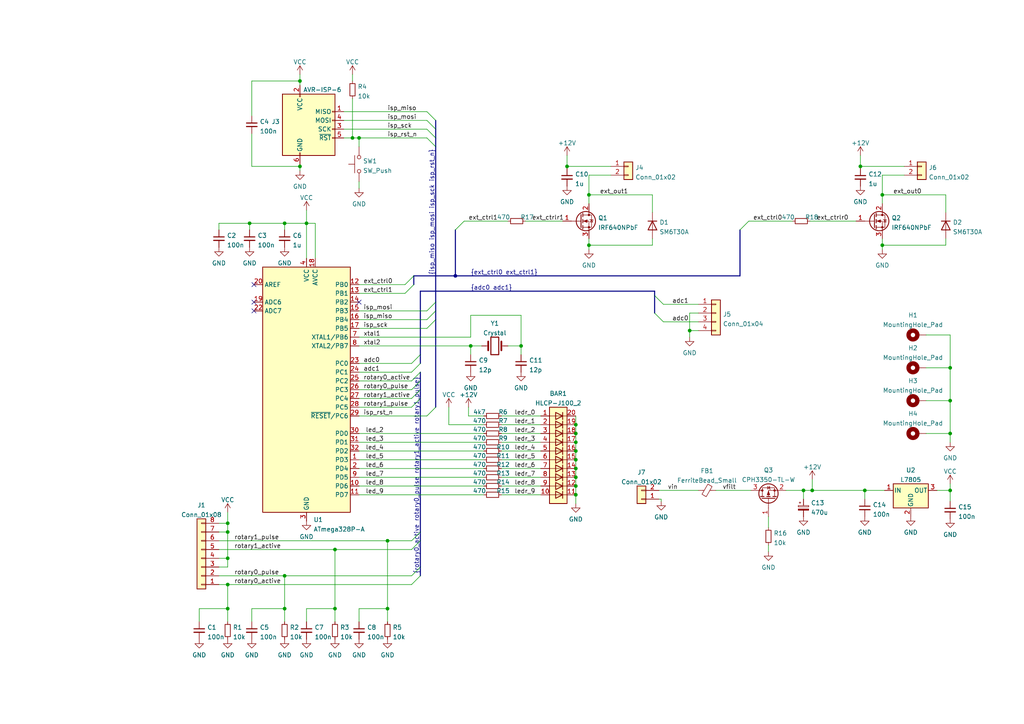
<source format=kicad_sch>
(kicad_sch (version 20211123) (generator eeschema)

  (uuid e63e39d7-6ac0-4ffd-8aa3-1841a4541b55)

  (paper "A4")

  (lib_symbols
    (symbol "Connector:AVR-ISP-6" (pin_names (offset 1.016)) (in_bom yes) (on_board yes)
      (property "Reference" "J" (id 0) (at -6.35 11.43 0)
        (effects (font (size 1.27 1.27)) (justify left))
      )
      (property "Value" "AVR-ISP-6" (id 1) (at 0 11.43 0)
        (effects (font (size 1.27 1.27)) (justify left))
      )
      (property "Footprint" "" (id 2) (at -6.35 1.27 90)
        (effects (font (size 1.27 1.27)) hide)
      )
      (property "Datasheet" " ~" (id 3) (at -32.385 -13.97 0)
        (effects (font (size 1.27 1.27)) hide)
      )
      (property "ki_keywords" "AVR ISP Connector" (id 4) (at 0 0 0)
        (effects (font (size 1.27 1.27)) hide)
      )
      (property "ki_description" "Atmel 6-pin ISP connector" (id 5) (at 0 0 0)
        (effects (font (size 1.27 1.27)) hide)
      )
      (property "ki_fp_filters" "IDC?Header*2x03* Pin?Header*2x03*" (id 6) (at 0 0 0)
        (effects (font (size 1.27 1.27)) hide)
      )
      (symbol "AVR-ISP-6_0_1"
        (rectangle (start -2.667 -6.858) (end -2.413 -7.62)
          (stroke (width 0) (type default) (color 0 0 0 0))
          (fill (type none))
        )
        (rectangle (start -2.667 10.16) (end -2.413 9.398)
          (stroke (width 0) (type default) (color 0 0 0 0))
          (fill (type none))
        )
        (rectangle (start 7.62 -2.413) (end 6.858 -2.667)
          (stroke (width 0) (type default) (color 0 0 0 0))
          (fill (type none))
        )
        (rectangle (start 7.62 0.127) (end 6.858 -0.127)
          (stroke (width 0) (type default) (color 0 0 0 0))
          (fill (type none))
        )
        (rectangle (start 7.62 2.667) (end 6.858 2.413)
          (stroke (width 0) (type default) (color 0 0 0 0))
          (fill (type none))
        )
        (rectangle (start 7.62 5.207) (end 6.858 4.953)
          (stroke (width 0) (type default) (color 0 0 0 0))
          (fill (type none))
        )
        (rectangle (start 7.62 10.16) (end -7.62 -7.62)
          (stroke (width 0.254) (type default) (color 0 0 0 0))
          (fill (type background))
        )
      )
      (symbol "AVR-ISP-6_1_1"
        (pin passive line (at 10.16 5.08 180) (length 2.54)
          (name "MISO" (effects (font (size 1.27 1.27))))
          (number "1" (effects (font (size 1.27 1.27))))
        )
        (pin passive line (at -2.54 12.7 270) (length 2.54)
          (name "VCC" (effects (font (size 1.27 1.27))))
          (number "2" (effects (font (size 1.27 1.27))))
        )
        (pin passive line (at 10.16 0 180) (length 2.54)
          (name "SCK" (effects (font (size 1.27 1.27))))
          (number "3" (effects (font (size 1.27 1.27))))
        )
        (pin passive line (at 10.16 2.54 180) (length 2.54)
          (name "MOSI" (effects (font (size 1.27 1.27))))
          (number "4" (effects (font (size 1.27 1.27))))
        )
        (pin passive line (at 10.16 -2.54 180) (length 2.54)
          (name "~{RST}" (effects (font (size 1.27 1.27))))
          (number "5" (effects (font (size 1.27 1.27))))
        )
        (pin passive line (at -2.54 -10.16 90) (length 2.54)
          (name "GND" (effects (font (size 1.27 1.27))))
          (number "6" (effects (font (size 1.27 1.27))))
        )
      )
    )
    (symbol "Connector_Generic:Conn_01x02" (pin_names (offset 1.016) hide) (in_bom yes) (on_board yes)
      (property "Reference" "J" (id 0) (at 0 2.54 0)
        (effects (font (size 1.27 1.27)))
      )
      (property "Value" "Conn_01x02" (id 1) (at 0 -5.08 0)
        (effects (font (size 1.27 1.27)))
      )
      (property "Footprint" "" (id 2) (at 0 0 0)
        (effects (font (size 1.27 1.27)) hide)
      )
      (property "Datasheet" "~" (id 3) (at 0 0 0)
        (effects (font (size 1.27 1.27)) hide)
      )
      (property "ki_keywords" "connector" (id 4) (at 0 0 0)
        (effects (font (size 1.27 1.27)) hide)
      )
      (property "ki_description" "Generic connector, single row, 01x02, script generated (kicad-library-utils/schlib/autogen/connector/)" (id 5) (at 0 0 0)
        (effects (font (size 1.27 1.27)) hide)
      )
      (property "ki_fp_filters" "Connector*:*_1x??_*" (id 6) (at 0 0 0)
        (effects (font (size 1.27 1.27)) hide)
      )
      (symbol "Conn_01x02_1_1"
        (rectangle (start -1.27 -2.413) (end 0 -2.667)
          (stroke (width 0.1524) (type default) (color 0 0 0 0))
          (fill (type none))
        )
        (rectangle (start -1.27 0.127) (end 0 -0.127)
          (stroke (width 0.1524) (type default) (color 0 0 0 0))
          (fill (type none))
        )
        (rectangle (start -1.27 1.27) (end 1.27 -3.81)
          (stroke (width 0.254) (type default) (color 0 0 0 0))
          (fill (type background))
        )
        (pin passive line (at -5.08 0 0) (length 3.81)
          (name "Pin_1" (effects (font (size 1.27 1.27))))
          (number "1" (effects (font (size 1.27 1.27))))
        )
        (pin passive line (at -5.08 -2.54 0) (length 3.81)
          (name "Pin_2" (effects (font (size 1.27 1.27))))
          (number "2" (effects (font (size 1.27 1.27))))
        )
      )
    )
    (symbol "Connector_Generic:Conn_01x04" (pin_names (offset 1.016) hide) (in_bom yes) (on_board yes)
      (property "Reference" "J" (id 0) (at 0 5.08 0)
        (effects (font (size 1.27 1.27)))
      )
      (property "Value" "Conn_01x04" (id 1) (at 0 -7.62 0)
        (effects (font (size 1.27 1.27)))
      )
      (property "Footprint" "" (id 2) (at 0 0 0)
        (effects (font (size 1.27 1.27)) hide)
      )
      (property "Datasheet" "~" (id 3) (at 0 0 0)
        (effects (font (size 1.27 1.27)) hide)
      )
      (property "ki_keywords" "connector" (id 4) (at 0 0 0)
        (effects (font (size 1.27 1.27)) hide)
      )
      (property "ki_description" "Generic connector, single row, 01x04, script generated (kicad-library-utils/schlib/autogen/connector/)" (id 5) (at 0 0 0)
        (effects (font (size 1.27 1.27)) hide)
      )
      (property "ki_fp_filters" "Connector*:*_1x??_*" (id 6) (at 0 0 0)
        (effects (font (size 1.27 1.27)) hide)
      )
      (symbol "Conn_01x04_1_1"
        (rectangle (start -1.27 -4.953) (end 0 -5.207)
          (stroke (width 0.1524) (type default) (color 0 0 0 0))
          (fill (type none))
        )
        (rectangle (start -1.27 -2.413) (end 0 -2.667)
          (stroke (width 0.1524) (type default) (color 0 0 0 0))
          (fill (type none))
        )
        (rectangle (start -1.27 0.127) (end 0 -0.127)
          (stroke (width 0.1524) (type default) (color 0 0 0 0))
          (fill (type none))
        )
        (rectangle (start -1.27 2.667) (end 0 2.413)
          (stroke (width 0.1524) (type default) (color 0 0 0 0))
          (fill (type none))
        )
        (rectangle (start -1.27 3.81) (end 1.27 -6.35)
          (stroke (width 0.254) (type default) (color 0 0 0 0))
          (fill (type background))
        )
        (pin passive line (at -5.08 2.54 0) (length 3.81)
          (name "Pin_1" (effects (font (size 1.27 1.27))))
          (number "1" (effects (font (size 1.27 1.27))))
        )
        (pin passive line (at -5.08 0 0) (length 3.81)
          (name "Pin_2" (effects (font (size 1.27 1.27))))
          (number "2" (effects (font (size 1.27 1.27))))
        )
        (pin passive line (at -5.08 -2.54 0) (length 3.81)
          (name "Pin_3" (effects (font (size 1.27 1.27))))
          (number "3" (effects (font (size 1.27 1.27))))
        )
        (pin passive line (at -5.08 -5.08 0) (length 3.81)
          (name "Pin_4" (effects (font (size 1.27 1.27))))
          (number "4" (effects (font (size 1.27 1.27))))
        )
      )
    )
    (symbol "Connector_Generic:Conn_01x08" (pin_names (offset 1.016) hide) (in_bom yes) (on_board yes)
      (property "Reference" "J" (id 0) (at 0 10.16 0)
        (effects (font (size 1.27 1.27)))
      )
      (property "Value" "Conn_01x08" (id 1) (at 0 -12.7 0)
        (effects (font (size 1.27 1.27)))
      )
      (property "Footprint" "" (id 2) (at 0 0 0)
        (effects (font (size 1.27 1.27)) hide)
      )
      (property "Datasheet" "~" (id 3) (at 0 0 0)
        (effects (font (size 1.27 1.27)) hide)
      )
      (property "ki_keywords" "connector" (id 4) (at 0 0 0)
        (effects (font (size 1.27 1.27)) hide)
      )
      (property "ki_description" "Generic connector, single row, 01x08, script generated (kicad-library-utils/schlib/autogen/connector/)" (id 5) (at 0 0 0)
        (effects (font (size 1.27 1.27)) hide)
      )
      (property "ki_fp_filters" "Connector*:*_1x??_*" (id 6) (at 0 0 0)
        (effects (font (size 1.27 1.27)) hide)
      )
      (symbol "Conn_01x08_1_1"
        (rectangle (start -1.27 -10.033) (end 0 -10.287)
          (stroke (width 0.1524) (type default) (color 0 0 0 0))
          (fill (type none))
        )
        (rectangle (start -1.27 -7.493) (end 0 -7.747)
          (stroke (width 0.1524) (type default) (color 0 0 0 0))
          (fill (type none))
        )
        (rectangle (start -1.27 -4.953) (end 0 -5.207)
          (stroke (width 0.1524) (type default) (color 0 0 0 0))
          (fill (type none))
        )
        (rectangle (start -1.27 -2.413) (end 0 -2.667)
          (stroke (width 0.1524) (type default) (color 0 0 0 0))
          (fill (type none))
        )
        (rectangle (start -1.27 0.127) (end 0 -0.127)
          (stroke (width 0.1524) (type default) (color 0 0 0 0))
          (fill (type none))
        )
        (rectangle (start -1.27 2.667) (end 0 2.413)
          (stroke (width 0.1524) (type default) (color 0 0 0 0))
          (fill (type none))
        )
        (rectangle (start -1.27 5.207) (end 0 4.953)
          (stroke (width 0.1524) (type default) (color 0 0 0 0))
          (fill (type none))
        )
        (rectangle (start -1.27 7.747) (end 0 7.493)
          (stroke (width 0.1524) (type default) (color 0 0 0 0))
          (fill (type none))
        )
        (rectangle (start -1.27 8.89) (end 1.27 -11.43)
          (stroke (width 0.254) (type default) (color 0 0 0 0))
          (fill (type background))
        )
        (pin passive line (at -5.08 7.62 0) (length 3.81)
          (name "Pin_1" (effects (font (size 1.27 1.27))))
          (number "1" (effects (font (size 1.27 1.27))))
        )
        (pin passive line (at -5.08 5.08 0) (length 3.81)
          (name "Pin_2" (effects (font (size 1.27 1.27))))
          (number "2" (effects (font (size 1.27 1.27))))
        )
        (pin passive line (at -5.08 2.54 0) (length 3.81)
          (name "Pin_3" (effects (font (size 1.27 1.27))))
          (number "3" (effects (font (size 1.27 1.27))))
        )
        (pin passive line (at -5.08 0 0) (length 3.81)
          (name "Pin_4" (effects (font (size 1.27 1.27))))
          (number "4" (effects (font (size 1.27 1.27))))
        )
        (pin passive line (at -5.08 -2.54 0) (length 3.81)
          (name "Pin_5" (effects (font (size 1.27 1.27))))
          (number "5" (effects (font (size 1.27 1.27))))
        )
        (pin passive line (at -5.08 -5.08 0) (length 3.81)
          (name "Pin_6" (effects (font (size 1.27 1.27))))
          (number "6" (effects (font (size 1.27 1.27))))
        )
        (pin passive line (at -5.08 -7.62 0) (length 3.81)
          (name "Pin_7" (effects (font (size 1.27 1.27))))
          (number "7" (effects (font (size 1.27 1.27))))
        )
        (pin passive line (at -5.08 -10.16 0) (length 3.81)
          (name "Pin_8" (effects (font (size 1.27 1.27))))
          (number "8" (effects (font (size 1.27 1.27))))
        )
      )
    )
    (symbol "Device:C_Polarized_Small" (pin_numbers hide) (pin_names (offset 0.254) hide) (in_bom yes) (on_board yes)
      (property "Reference" "C" (id 0) (at 0.254 1.778 0)
        (effects (font (size 1.27 1.27)) (justify left))
      )
      (property "Value" "C_Polarized_Small" (id 1) (at 0.254 -2.032 0)
        (effects (font (size 1.27 1.27)) (justify left))
      )
      (property "Footprint" "" (id 2) (at 0 0 0)
        (effects (font (size 1.27 1.27)) hide)
      )
      (property "Datasheet" "~" (id 3) (at 0 0 0)
        (effects (font (size 1.27 1.27)) hide)
      )
      (property "ki_keywords" "cap capacitor" (id 4) (at 0 0 0)
        (effects (font (size 1.27 1.27)) hide)
      )
      (property "ki_description" "Polarized capacitor, small symbol" (id 5) (at 0 0 0)
        (effects (font (size 1.27 1.27)) hide)
      )
      (property "ki_fp_filters" "CP_*" (id 6) (at 0 0 0)
        (effects (font (size 1.27 1.27)) hide)
      )
      (symbol "C_Polarized_Small_0_1"
        (rectangle (start -1.524 -0.3048) (end 1.524 -0.6858)
          (stroke (width 0) (type default) (color 0 0 0 0))
          (fill (type outline))
        )
        (rectangle (start -1.524 0.6858) (end 1.524 0.3048)
          (stroke (width 0) (type default) (color 0 0 0 0))
          (fill (type none))
        )
        (polyline
          (pts
            (xy -1.27 1.524)
            (xy -0.762 1.524)
          )
          (stroke (width 0) (type default) (color 0 0 0 0))
          (fill (type none))
        )
        (polyline
          (pts
            (xy -1.016 1.27)
            (xy -1.016 1.778)
          )
          (stroke (width 0) (type default) (color 0 0 0 0))
          (fill (type none))
        )
      )
      (symbol "C_Polarized_Small_1_1"
        (pin passive line (at 0 2.54 270) (length 1.8542)
          (name "~" (effects (font (size 1.27 1.27))))
          (number "1" (effects (font (size 1.27 1.27))))
        )
        (pin passive line (at 0 -2.54 90) (length 1.8542)
          (name "~" (effects (font (size 1.27 1.27))))
          (number "2" (effects (font (size 1.27 1.27))))
        )
      )
    )
    (symbol "Device:C_Small" (pin_numbers hide) (pin_names (offset 0.254) hide) (in_bom yes) (on_board yes)
      (property "Reference" "C" (id 0) (at 0.254 1.778 0)
        (effects (font (size 1.27 1.27)) (justify left))
      )
      (property "Value" "C_Small" (id 1) (at 0.254 -2.032 0)
        (effects (font (size 1.27 1.27)) (justify left))
      )
      (property "Footprint" "" (id 2) (at 0 0 0)
        (effects (font (size 1.27 1.27)) hide)
      )
      (property "Datasheet" "~" (id 3) (at 0 0 0)
        (effects (font (size 1.27 1.27)) hide)
      )
      (property "ki_keywords" "capacitor cap" (id 4) (at 0 0 0)
        (effects (font (size 1.27 1.27)) hide)
      )
      (property "ki_description" "Unpolarized capacitor, small symbol" (id 5) (at 0 0 0)
        (effects (font (size 1.27 1.27)) hide)
      )
      (property "ki_fp_filters" "C_*" (id 6) (at 0 0 0)
        (effects (font (size 1.27 1.27)) hide)
      )
      (symbol "C_Small_0_1"
        (polyline
          (pts
            (xy -1.524 -0.508)
            (xy 1.524 -0.508)
          )
          (stroke (width 0.3302) (type default) (color 0 0 0 0))
          (fill (type none))
        )
        (polyline
          (pts
            (xy -1.524 0.508)
            (xy 1.524 0.508)
          )
          (stroke (width 0.3048) (type default) (color 0 0 0 0))
          (fill (type none))
        )
      )
      (symbol "C_Small_1_1"
        (pin passive line (at 0 2.54 270) (length 2.032)
          (name "~" (effects (font (size 1.27 1.27))))
          (number "1" (effects (font (size 1.27 1.27))))
        )
        (pin passive line (at 0 -2.54 90) (length 2.032)
          (name "~" (effects (font (size 1.27 1.27))))
          (number "2" (effects (font (size 1.27 1.27))))
        )
      )
    )
    (symbol "Device:Crystal" (pin_numbers hide) (pin_names (offset 1.016) hide) (in_bom yes) (on_board yes)
      (property "Reference" "Y" (id 0) (at 0 3.81 0)
        (effects (font (size 1.27 1.27)))
      )
      (property "Value" "Crystal" (id 1) (at 0 -3.81 0)
        (effects (font (size 1.27 1.27)))
      )
      (property "Footprint" "" (id 2) (at 0 0 0)
        (effects (font (size 1.27 1.27)) hide)
      )
      (property "Datasheet" "~" (id 3) (at 0 0 0)
        (effects (font (size 1.27 1.27)) hide)
      )
      (property "ki_keywords" "quartz ceramic resonator oscillator" (id 4) (at 0 0 0)
        (effects (font (size 1.27 1.27)) hide)
      )
      (property "ki_description" "Two pin crystal" (id 5) (at 0 0 0)
        (effects (font (size 1.27 1.27)) hide)
      )
      (property "ki_fp_filters" "Crystal*" (id 6) (at 0 0 0)
        (effects (font (size 1.27 1.27)) hide)
      )
      (symbol "Crystal_0_1"
        (rectangle (start -1.143 2.54) (end 1.143 -2.54)
          (stroke (width 0.3048) (type default) (color 0 0 0 0))
          (fill (type none))
        )
        (polyline
          (pts
            (xy -2.54 0)
            (xy -1.905 0)
          )
          (stroke (width 0) (type default) (color 0 0 0 0))
          (fill (type none))
        )
        (polyline
          (pts
            (xy -1.905 -1.27)
            (xy -1.905 1.27)
          )
          (stroke (width 0.508) (type default) (color 0 0 0 0))
          (fill (type none))
        )
        (polyline
          (pts
            (xy 1.905 -1.27)
            (xy 1.905 1.27)
          )
          (stroke (width 0.508) (type default) (color 0 0 0 0))
          (fill (type none))
        )
        (polyline
          (pts
            (xy 2.54 0)
            (xy 1.905 0)
          )
          (stroke (width 0) (type default) (color 0 0 0 0))
          (fill (type none))
        )
      )
      (symbol "Crystal_1_1"
        (pin passive line (at -3.81 0 0) (length 1.27)
          (name "1" (effects (font (size 1.27 1.27))))
          (number "1" (effects (font (size 1.27 1.27))))
        )
        (pin passive line (at 3.81 0 180) (length 1.27)
          (name "2" (effects (font (size 1.27 1.27))))
          (number "2" (effects (font (size 1.27 1.27))))
        )
      )
    )
    (symbol "Device:D" (pin_numbers hide) (pin_names (offset 1.016) hide) (in_bom yes) (on_board yes)
      (property "Reference" "D" (id 0) (at 0 2.54 0)
        (effects (font (size 1.27 1.27)))
      )
      (property "Value" "D" (id 1) (at 0 -2.54 0)
        (effects (font (size 1.27 1.27)))
      )
      (property "Footprint" "" (id 2) (at 0 0 0)
        (effects (font (size 1.27 1.27)) hide)
      )
      (property "Datasheet" "~" (id 3) (at 0 0 0)
        (effects (font (size 1.27 1.27)) hide)
      )
      (property "ki_keywords" "diode" (id 4) (at 0 0 0)
        (effects (font (size 1.27 1.27)) hide)
      )
      (property "ki_description" "Diode" (id 5) (at 0 0 0)
        (effects (font (size 1.27 1.27)) hide)
      )
      (property "ki_fp_filters" "TO-???* *_Diode_* *SingleDiode* D_*" (id 6) (at 0 0 0)
        (effects (font (size 1.27 1.27)) hide)
      )
      (symbol "D_0_1"
        (polyline
          (pts
            (xy -1.27 1.27)
            (xy -1.27 -1.27)
          )
          (stroke (width 0.254) (type default) (color 0 0 0 0))
          (fill (type none))
        )
        (polyline
          (pts
            (xy 1.27 0)
            (xy -1.27 0)
          )
          (stroke (width 0) (type default) (color 0 0 0 0))
          (fill (type none))
        )
        (polyline
          (pts
            (xy 1.27 1.27)
            (xy 1.27 -1.27)
            (xy -1.27 0)
            (xy 1.27 1.27)
          )
          (stroke (width 0.254) (type default) (color 0 0 0 0))
          (fill (type none))
        )
      )
      (symbol "D_1_1"
        (pin passive line (at -3.81 0 0) (length 2.54)
          (name "K" (effects (font (size 1.27 1.27))))
          (number "1" (effects (font (size 1.27 1.27))))
        )
        (pin passive line (at 3.81 0 180) (length 2.54)
          (name "A" (effects (font (size 1.27 1.27))))
          (number "2" (effects (font (size 1.27 1.27))))
        )
      )
    )
    (symbol "Device:FerriteBead_Small" (pin_numbers hide) (pin_names (offset 0)) (in_bom yes) (on_board yes)
      (property "Reference" "FB" (id 0) (at 1.905 1.27 0)
        (effects (font (size 1.27 1.27)) (justify left))
      )
      (property "Value" "FerriteBead_Small" (id 1) (at 1.905 -1.27 0)
        (effects (font (size 1.27 1.27)) (justify left))
      )
      (property "Footprint" "" (id 2) (at -1.778 0 90)
        (effects (font (size 1.27 1.27)) hide)
      )
      (property "Datasheet" "~" (id 3) (at 0 0 0)
        (effects (font (size 1.27 1.27)) hide)
      )
      (property "ki_keywords" "L ferrite bead inductor filter" (id 4) (at 0 0 0)
        (effects (font (size 1.27 1.27)) hide)
      )
      (property "ki_description" "Ferrite bead, small symbol" (id 5) (at 0 0 0)
        (effects (font (size 1.27 1.27)) hide)
      )
      (property "ki_fp_filters" "Inductor_* L_* *Ferrite*" (id 6) (at 0 0 0)
        (effects (font (size 1.27 1.27)) hide)
      )
      (symbol "FerriteBead_Small_0_1"
        (polyline
          (pts
            (xy 0 -1.27)
            (xy 0 -0.7874)
          )
          (stroke (width 0) (type default) (color 0 0 0 0))
          (fill (type none))
        )
        (polyline
          (pts
            (xy 0 0.889)
            (xy 0 1.2954)
          )
          (stroke (width 0) (type default) (color 0 0 0 0))
          (fill (type none))
        )
        (polyline
          (pts
            (xy -1.8288 0.2794)
            (xy -1.1176 1.4986)
            (xy 1.8288 -0.2032)
            (xy 1.1176 -1.4224)
            (xy -1.8288 0.2794)
          )
          (stroke (width 0) (type default) (color 0 0 0 0))
          (fill (type none))
        )
      )
      (symbol "FerriteBead_Small_1_1"
        (pin passive line (at 0 2.54 270) (length 1.27)
          (name "~" (effects (font (size 1.27 1.27))))
          (number "1" (effects (font (size 1.27 1.27))))
        )
        (pin passive line (at 0 -2.54 90) (length 1.27)
          (name "~" (effects (font (size 1.27 1.27))))
          (number "2" (effects (font (size 1.27 1.27))))
        )
      )
    )
    (symbol "Device:Q_NMOS_GDS" (pin_names (offset 0) hide) (in_bom yes) (on_board yes)
      (property "Reference" "Q" (id 0) (at 5.08 1.27 0)
        (effects (font (size 1.27 1.27)) (justify left))
      )
      (property "Value" "Q_NMOS_GDS" (id 1) (at 5.08 -1.27 0)
        (effects (font (size 1.27 1.27)) (justify left))
      )
      (property "Footprint" "" (id 2) (at 5.08 2.54 0)
        (effects (font (size 1.27 1.27)) hide)
      )
      (property "Datasheet" "~" (id 3) (at 0 0 0)
        (effects (font (size 1.27 1.27)) hide)
      )
      (property "ki_keywords" "transistor NMOS N-MOS N-MOSFET" (id 4) (at 0 0 0)
        (effects (font (size 1.27 1.27)) hide)
      )
      (property "ki_description" "N-MOSFET transistor, gate/drain/source" (id 5) (at 0 0 0)
        (effects (font (size 1.27 1.27)) hide)
      )
      (symbol "Q_NMOS_GDS_0_1"
        (polyline
          (pts
            (xy 0.254 0)
            (xy -2.54 0)
          )
          (stroke (width 0) (type default) (color 0 0 0 0))
          (fill (type none))
        )
        (polyline
          (pts
            (xy 0.254 1.905)
            (xy 0.254 -1.905)
          )
          (stroke (width 0.254) (type default) (color 0 0 0 0))
          (fill (type none))
        )
        (polyline
          (pts
            (xy 0.762 -1.27)
            (xy 0.762 -2.286)
          )
          (stroke (width 0.254) (type default) (color 0 0 0 0))
          (fill (type none))
        )
        (polyline
          (pts
            (xy 0.762 0.508)
            (xy 0.762 -0.508)
          )
          (stroke (width 0.254) (type default) (color 0 0 0 0))
          (fill (type none))
        )
        (polyline
          (pts
            (xy 0.762 2.286)
            (xy 0.762 1.27)
          )
          (stroke (width 0.254) (type default) (color 0 0 0 0))
          (fill (type none))
        )
        (polyline
          (pts
            (xy 2.54 2.54)
            (xy 2.54 1.778)
          )
          (stroke (width 0) (type default) (color 0 0 0 0))
          (fill (type none))
        )
        (polyline
          (pts
            (xy 2.54 -2.54)
            (xy 2.54 0)
            (xy 0.762 0)
          )
          (stroke (width 0) (type default) (color 0 0 0 0))
          (fill (type none))
        )
        (polyline
          (pts
            (xy 0.762 -1.778)
            (xy 3.302 -1.778)
            (xy 3.302 1.778)
            (xy 0.762 1.778)
          )
          (stroke (width 0) (type default) (color 0 0 0 0))
          (fill (type none))
        )
        (polyline
          (pts
            (xy 1.016 0)
            (xy 2.032 0.381)
            (xy 2.032 -0.381)
            (xy 1.016 0)
          )
          (stroke (width 0) (type default) (color 0 0 0 0))
          (fill (type outline))
        )
        (polyline
          (pts
            (xy 2.794 0.508)
            (xy 2.921 0.381)
            (xy 3.683 0.381)
            (xy 3.81 0.254)
          )
          (stroke (width 0) (type default) (color 0 0 0 0))
          (fill (type none))
        )
        (polyline
          (pts
            (xy 3.302 0.381)
            (xy 2.921 -0.254)
            (xy 3.683 -0.254)
            (xy 3.302 0.381)
          )
          (stroke (width 0) (type default) (color 0 0 0 0))
          (fill (type none))
        )
        (circle (center 1.651 0) (radius 2.794)
          (stroke (width 0.254) (type default) (color 0 0 0 0))
          (fill (type none))
        )
        (circle (center 2.54 -1.778) (radius 0.254)
          (stroke (width 0) (type default) (color 0 0 0 0))
          (fill (type outline))
        )
        (circle (center 2.54 1.778) (radius 0.254)
          (stroke (width 0) (type default) (color 0 0 0 0))
          (fill (type outline))
        )
      )
      (symbol "Q_NMOS_GDS_1_1"
        (pin input line (at -5.08 0 0) (length 2.54)
          (name "G" (effects (font (size 1.27 1.27))))
          (number "1" (effects (font (size 1.27 1.27))))
        )
        (pin passive line (at 2.54 5.08 270) (length 2.54)
          (name "D" (effects (font (size 1.27 1.27))))
          (number "2" (effects (font (size 1.27 1.27))))
        )
        (pin passive line (at 2.54 -5.08 90) (length 2.54)
          (name "S" (effects (font (size 1.27 1.27))))
          (number "3" (effects (font (size 1.27 1.27))))
        )
      )
    )
    (symbol "Device:Q_PMOS_GSD" (pin_names (offset 0) hide) (in_bom yes) (on_board yes)
      (property "Reference" "Q" (id 0) (at 5.08 1.27 0)
        (effects (font (size 1.27 1.27)) (justify left))
      )
      (property "Value" "Q_PMOS_GSD" (id 1) (at 5.08 -1.27 0)
        (effects (font (size 1.27 1.27)) (justify left))
      )
      (property "Footprint" "" (id 2) (at 5.08 2.54 0)
        (effects (font (size 1.27 1.27)) hide)
      )
      (property "Datasheet" "~" (id 3) (at 0 0 0)
        (effects (font (size 1.27 1.27)) hide)
      )
      (property "ki_keywords" "transistor PMOS P-MOS P-MOSFET" (id 4) (at 0 0 0)
        (effects (font (size 1.27 1.27)) hide)
      )
      (property "ki_description" "P-MOSFET transistor, gate/source/drain" (id 5) (at 0 0 0)
        (effects (font (size 1.27 1.27)) hide)
      )
      (symbol "Q_PMOS_GSD_0_1"
        (polyline
          (pts
            (xy 0.254 0)
            (xy -2.54 0)
          )
          (stroke (width 0) (type default) (color 0 0 0 0))
          (fill (type none))
        )
        (polyline
          (pts
            (xy 0.254 1.905)
            (xy 0.254 -1.905)
          )
          (stroke (width 0.254) (type default) (color 0 0 0 0))
          (fill (type none))
        )
        (polyline
          (pts
            (xy 0.762 -1.27)
            (xy 0.762 -2.286)
          )
          (stroke (width 0.254) (type default) (color 0 0 0 0))
          (fill (type none))
        )
        (polyline
          (pts
            (xy 0.762 0.508)
            (xy 0.762 -0.508)
          )
          (stroke (width 0.254) (type default) (color 0 0 0 0))
          (fill (type none))
        )
        (polyline
          (pts
            (xy 0.762 2.286)
            (xy 0.762 1.27)
          )
          (stroke (width 0.254) (type default) (color 0 0 0 0))
          (fill (type none))
        )
        (polyline
          (pts
            (xy 2.54 2.54)
            (xy 2.54 1.778)
          )
          (stroke (width 0) (type default) (color 0 0 0 0))
          (fill (type none))
        )
        (polyline
          (pts
            (xy 2.54 -2.54)
            (xy 2.54 0)
            (xy 0.762 0)
          )
          (stroke (width 0) (type default) (color 0 0 0 0))
          (fill (type none))
        )
        (polyline
          (pts
            (xy 0.762 1.778)
            (xy 3.302 1.778)
            (xy 3.302 -1.778)
            (xy 0.762 -1.778)
          )
          (stroke (width 0) (type default) (color 0 0 0 0))
          (fill (type none))
        )
        (polyline
          (pts
            (xy 2.286 0)
            (xy 1.27 0.381)
            (xy 1.27 -0.381)
            (xy 2.286 0)
          )
          (stroke (width 0) (type default) (color 0 0 0 0))
          (fill (type outline))
        )
        (polyline
          (pts
            (xy 2.794 -0.508)
            (xy 2.921 -0.381)
            (xy 3.683 -0.381)
            (xy 3.81 -0.254)
          )
          (stroke (width 0) (type default) (color 0 0 0 0))
          (fill (type none))
        )
        (polyline
          (pts
            (xy 3.302 -0.381)
            (xy 2.921 0.254)
            (xy 3.683 0.254)
            (xy 3.302 -0.381)
          )
          (stroke (width 0) (type default) (color 0 0 0 0))
          (fill (type none))
        )
        (circle (center 1.651 0) (radius 2.794)
          (stroke (width 0.254) (type default) (color 0 0 0 0))
          (fill (type none))
        )
        (circle (center 2.54 -1.778) (radius 0.254)
          (stroke (width 0) (type default) (color 0 0 0 0))
          (fill (type outline))
        )
        (circle (center 2.54 1.778) (radius 0.254)
          (stroke (width 0) (type default) (color 0 0 0 0))
          (fill (type outline))
        )
      )
      (symbol "Q_PMOS_GSD_1_1"
        (pin input line (at -5.08 0 0) (length 2.54)
          (name "G" (effects (font (size 1.27 1.27))))
          (number "1" (effects (font (size 1.27 1.27))))
        )
        (pin passive line (at 2.54 -5.08 90) (length 2.54)
          (name "S" (effects (font (size 1.27 1.27))))
          (number "2" (effects (font (size 1.27 1.27))))
        )
        (pin passive line (at 2.54 5.08 270) (length 2.54)
          (name "D" (effects (font (size 1.27 1.27))))
          (number "3" (effects (font (size 1.27 1.27))))
        )
      )
    )
    (symbol "Device:R_Small" (pin_numbers hide) (pin_names (offset 0.254) hide) (in_bom yes) (on_board yes)
      (property "Reference" "R" (id 0) (at 0.762 0.508 0)
        (effects (font (size 1.27 1.27)) (justify left))
      )
      (property "Value" "R_Small" (id 1) (at 0.762 -1.016 0)
        (effects (font (size 1.27 1.27)) (justify left))
      )
      (property "Footprint" "" (id 2) (at 0 0 0)
        (effects (font (size 1.27 1.27)) hide)
      )
      (property "Datasheet" "~" (id 3) (at 0 0 0)
        (effects (font (size 1.27 1.27)) hide)
      )
      (property "ki_keywords" "R resistor" (id 4) (at 0 0 0)
        (effects (font (size 1.27 1.27)) hide)
      )
      (property "ki_description" "Resistor, small symbol" (id 5) (at 0 0 0)
        (effects (font (size 1.27 1.27)) hide)
      )
      (property "ki_fp_filters" "R_*" (id 6) (at 0 0 0)
        (effects (font (size 1.27 1.27)) hide)
      )
      (symbol "R_Small_0_1"
        (rectangle (start -0.762 1.778) (end 0.762 -1.778)
          (stroke (width 0.2032) (type default) (color 0 0 0 0))
          (fill (type none))
        )
      )
      (symbol "R_Small_1_1"
        (pin passive line (at 0 2.54 270) (length 0.762)
          (name "~" (effects (font (size 1.27 1.27))))
          (number "1" (effects (font (size 1.27 1.27))))
        )
        (pin passive line (at 0 -2.54 90) (length 0.762)
          (name "~" (effects (font (size 1.27 1.27))))
          (number "2" (effects (font (size 1.27 1.27))))
        )
      )
    )
    (symbol "LED:HLCP-J100_2" (pin_names (offset 1.016) hide) (in_bom yes) (on_board yes)
      (property "Reference" "BAR" (id 0) (at 0 15.24 0)
        (effects (font (size 1.27 1.27)))
      )
      (property "Value" "HLCP-J100_2" (id 1) (at 0 -17.78 0)
        (effects (font (size 1.27 1.27)))
      )
      (property "Footprint" "Display:HLCP-J100" (id 2) (at 0 -20.32 0)
        (effects (font (size 1.27 1.27)) hide)
      )
      (property "Datasheet" "https://docs.broadcom.com/docs/AV02-1798EN" (id 3) (at -50.8 5.08 0)
        (effects (font (size 1.27 1.27)) hide)
      )
      (property "ki_keywords" "display LED array" (id 4) (at 0 0 0)
        (effects (font (size 1.27 1.27)) hide)
      )
      (property "ki_description" "BAR GRAPH 10 segment block, AlGaAs red" (id 5) (at 0 0 0)
        (effects (font (size 1.27 1.27)) hide)
      )
      (property "ki_fp_filters" "HLCP?J100*" (id 6) (at 0 0 0)
        (effects (font (size 1.27 1.27)) hide)
      )
      (symbol "HLCP-J100_2_0_1"
        (rectangle (start -2.54 12.7) (end 2.54 -15.24)
          (stroke (width 0.254) (type default) (color 0 0 0 0))
          (fill (type background))
        )
        (polyline
          (pts
            (xy -2.54 -12.7)
            (xy 2.54 -12.7)
          )
          (stroke (width 0) (type default) (color 0 0 0 0))
          (fill (type none))
        )
        (polyline
          (pts
            (xy -2.54 -10.16)
            (xy 2.54 -10.16)
          )
          (stroke (width 0) (type default) (color 0 0 0 0))
          (fill (type none))
        )
        (polyline
          (pts
            (xy -2.54 -7.62)
            (xy 2.54 -7.62)
          )
          (stroke (width 0) (type default) (color 0 0 0 0))
          (fill (type none))
        )
        (polyline
          (pts
            (xy -2.54 -5.08)
            (xy 2.54 -5.08)
          )
          (stroke (width 0) (type default) (color 0 0 0 0))
          (fill (type none))
        )
        (polyline
          (pts
            (xy -2.54 0)
            (xy 2.54 0)
          )
          (stroke (width 0) (type default) (color 0 0 0 0))
          (fill (type none))
        )
        (polyline
          (pts
            (xy -2.54 5.08)
            (xy 2.54 5.08)
          )
          (stroke (width 0) (type default) (color 0 0 0 0))
          (fill (type none))
        )
        (polyline
          (pts
            (xy -2.54 7.62)
            (xy 2.54 7.62)
          )
          (stroke (width 0) (type default) (color 0 0 0 0))
          (fill (type none))
        )
        (polyline
          (pts
            (xy -2.54 10.16)
            (xy 2.54 10.16)
          )
          (stroke (width 0) (type default) (color 0 0 0 0))
          (fill (type none))
        )
        (polyline
          (pts
            (xy 1.27 -11.684)
            (xy 1.27 -13.716)
          )
          (stroke (width 0.254) (type default) (color 0 0 0 0))
          (fill (type none))
        )
        (polyline
          (pts
            (xy 1.27 -9.144)
            (xy 1.27 -11.176)
          )
          (stroke (width 0.254) (type default) (color 0 0 0 0))
          (fill (type none))
        )
        (polyline
          (pts
            (xy 1.27 -6.604)
            (xy 1.27 -8.636)
          )
          (stroke (width 0.254) (type default) (color 0 0 0 0))
          (fill (type none))
        )
        (polyline
          (pts
            (xy 1.27 -4.064)
            (xy 1.27 -6.096)
          )
          (stroke (width 0.254) (type default) (color 0 0 0 0))
          (fill (type none))
        )
        (polyline
          (pts
            (xy 1.27 -1.524)
            (xy 1.27 -3.556)
          )
          (stroke (width 0.254) (type default) (color 0 0 0 0))
          (fill (type none))
        )
        (polyline
          (pts
            (xy 1.27 1.016)
            (xy 1.27 -1.016)
          )
          (stroke (width 0.254) (type default) (color 0 0 0 0))
          (fill (type none))
        )
        (polyline
          (pts
            (xy 1.27 3.556)
            (xy 1.27 1.524)
          )
          (stroke (width 0.254) (type default) (color 0 0 0 0))
          (fill (type none))
        )
        (polyline
          (pts
            (xy 1.27 6.096)
            (xy 1.27 4.064)
          )
          (stroke (width 0.254) (type default) (color 0 0 0 0))
          (fill (type none))
        )
        (polyline
          (pts
            (xy 1.27 8.636)
            (xy 1.27 6.604)
          )
          (stroke (width 0.254) (type default) (color 0 0 0 0))
          (fill (type none))
        )
        (polyline
          (pts
            (xy 1.27 11.176)
            (xy 1.27 9.144)
          )
          (stroke (width 0.254) (type default) (color 0 0 0 0))
          (fill (type none))
        )
        (polyline
          (pts
            (xy 2.54 -2.54)
            (xy -2.54 -2.54)
          )
          (stroke (width 0) (type default) (color 0 0 0 0))
          (fill (type none))
        )
        (polyline
          (pts
            (xy 2.54 2.54)
            (xy -2.54 2.54)
          )
          (stroke (width 0) (type default) (color 0 0 0 0))
          (fill (type none))
        )
        (polyline
          (pts
            (xy -0.762 -11.684)
            (xy -0.762 -13.716)
            (xy 1.27 -12.7)
            (xy -0.762 -11.684)
          )
          (stroke (width 0.254) (type default) (color 0 0 0 0))
          (fill (type none))
        )
        (polyline
          (pts
            (xy -0.762 -9.144)
            (xy -0.762 -11.176)
            (xy 1.27 -10.16)
            (xy -0.762 -9.144)
          )
          (stroke (width 0.254) (type default) (color 0 0 0 0))
          (fill (type none))
        )
        (polyline
          (pts
            (xy -0.762 -6.604)
            (xy -0.762 -8.636)
            (xy 1.27 -7.62)
            (xy -0.762 -6.604)
          )
          (stroke (width 0.254) (type default) (color 0 0 0 0))
          (fill (type none))
        )
        (polyline
          (pts
            (xy -0.762 -4.064)
            (xy -0.762 -6.096)
            (xy 1.27 -5.08)
            (xy -0.762 -4.064)
          )
          (stroke (width 0.254) (type default) (color 0 0 0 0))
          (fill (type none))
        )
        (polyline
          (pts
            (xy -0.762 -1.524)
            (xy -0.762 -3.556)
            (xy 1.27 -2.54)
            (xy -0.762 -1.524)
          )
          (stroke (width 0.254) (type default) (color 0 0 0 0))
          (fill (type none))
        )
        (polyline
          (pts
            (xy -0.762 1.016)
            (xy -0.762 -1.016)
            (xy 1.27 0)
            (xy -0.762 1.016)
          )
          (stroke (width 0.254) (type default) (color 0 0 0 0))
          (fill (type none))
        )
        (polyline
          (pts
            (xy -0.762 3.556)
            (xy -0.762 1.524)
            (xy 1.27 2.54)
            (xy -0.762 3.556)
          )
          (stroke (width 0.254) (type default) (color 0 0 0 0))
          (fill (type none))
        )
        (polyline
          (pts
            (xy -0.762 6.096)
            (xy -0.762 4.064)
            (xy 1.27 5.08)
            (xy -0.762 6.096)
          )
          (stroke (width 0.254) (type default) (color 0 0 0 0))
          (fill (type none))
        )
        (polyline
          (pts
            (xy -0.762 8.636)
            (xy -0.762 6.604)
            (xy 1.27 7.62)
            (xy -0.762 8.636)
          )
          (stroke (width 0.254) (type default) (color 0 0 0 0))
          (fill (type none))
        )
        (polyline
          (pts
            (xy -0.762 11.176)
            (xy -0.762 9.144)
            (xy 1.27 10.16)
            (xy -0.762 11.176)
          )
          (stroke (width 0.254) (type default) (color 0 0 0 0))
          (fill (type none))
        )
      )
      (symbol "HLCP-J100_2_1_1"
        (pin passive line (at -5.08 10.16 0) (length 2.54)
          (name "A" (effects (font (size 1.27 1.27))))
          (number "1" (effects (font (size 1.27 1.27))))
        )
        (pin passive line (at -5.08 -12.7 0) (length 2.54)
          (name "A" (effects (font (size 1.27 1.27))))
          (number "10" (effects (font (size 1.27 1.27))))
        )
        (pin passive line (at 5.08 -12.7 180) (length 2.54)
          (name "K" (effects (font (size 1.27 1.27))))
          (number "11" (effects (font (size 1.27 1.27))))
        )
        (pin passive line (at 5.08 -10.16 180) (length 2.54)
          (name "K" (effects (font (size 1.27 1.27))))
          (number "12" (effects (font (size 1.27 1.27))))
        )
        (pin passive line (at 5.08 -7.62 180) (length 2.54)
          (name "K" (effects (font (size 1.27 1.27))))
          (number "13" (effects (font (size 1.27 1.27))))
        )
        (pin passive line (at 5.08 -5.08 180) (length 2.54)
          (name "K" (effects (font (size 1.27 1.27))))
          (number "14" (effects (font (size 1.27 1.27))))
        )
        (pin passive line (at 5.08 -2.54 180) (length 2.54)
          (name "K" (effects (font (size 1.27 1.27))))
          (number "15" (effects (font (size 1.27 1.27))))
        )
        (pin passive line (at 5.08 0 180) (length 2.54)
          (name "K" (effects (font (size 1.27 1.27))))
          (number "16" (effects (font (size 1.27 1.27))))
        )
        (pin passive line (at 5.08 2.54 180) (length 2.54)
          (name "K" (effects (font (size 1.27 1.27))))
          (number "17" (effects (font (size 1.27 1.27))))
        )
        (pin passive line (at 5.08 5.08 180) (length 2.54)
          (name "K" (effects (font (size 1.27 1.27))))
          (number "18" (effects (font (size 1.27 1.27))))
        )
        (pin passive line (at 5.08 7.62 180) (length 2.54)
          (name "K" (effects (font (size 1.27 1.27))))
          (number "19" (effects (font (size 1.27 1.27))))
        )
        (pin passive line (at -5.08 7.62 0) (length 2.54)
          (name "A" (effects (font (size 1.27 1.27))))
          (number "2" (effects (font (size 1.27 1.27))))
        )
        (pin passive line (at 5.08 10.16 180) (length 2.54)
          (name "K" (effects (font (size 1.27 1.27))))
          (number "20" (effects (font (size 1.27 1.27))))
        )
        (pin passive line (at -5.08 5.08 0) (length 2.54)
          (name "A" (effects (font (size 1.27 1.27))))
          (number "3" (effects (font (size 1.27 1.27))))
        )
        (pin passive line (at -5.08 2.54 0) (length 2.54)
          (name "A" (effects (font (size 1.27 1.27))))
          (number "4" (effects (font (size 1.27 1.27))))
        )
        (pin passive line (at -5.08 0 0) (length 2.54)
          (name "A" (effects (font (size 1.27 1.27))))
          (number "5" (effects (font (size 1.27 1.27))))
        )
        (pin passive line (at -5.08 -2.54 0) (length 2.54)
          (name "A" (effects (font (size 1.27 1.27))))
          (number "6" (effects (font (size 1.27 1.27))))
        )
        (pin passive line (at -5.08 -5.08 0) (length 2.54)
          (name "A" (effects (font (size 1.27 1.27))))
          (number "7" (effects (font (size 1.27 1.27))))
        )
        (pin passive line (at -5.08 -7.62 0) (length 2.54)
          (name "A" (effects (font (size 1.27 1.27))))
          (number "8" (effects (font (size 1.27 1.27))))
        )
        (pin passive line (at -5.08 -10.16 0) (length 2.54)
          (name "A" (effects (font (size 1.27 1.27))))
          (number "9" (effects (font (size 1.27 1.27))))
        )
      )
    )
    (symbol "MCU_Microchip_ATmega:ATmega328P-A" (in_bom yes) (on_board yes)
      (property "Reference" "U" (id 0) (at -12.7 36.83 0)
        (effects (font (size 1.27 1.27)) (justify left bottom))
      )
      (property "Value" "ATmega328P-A" (id 1) (at 2.54 -36.83 0)
        (effects (font (size 1.27 1.27)) (justify left top))
      )
      (property "Footprint" "Package_QFP:TQFP-32_7x7mm_P0.8mm" (id 2) (at 0 0 0)
        (effects (font (size 1.27 1.27) italic) hide)
      )
      (property "Datasheet" "http://ww1.microchip.com/downloads/en/DeviceDoc/ATmega328_P%20AVR%20MCU%20with%20picoPower%20Technology%20Data%20Sheet%2040001984A.pdf" (id 3) (at 0 0 0)
        (effects (font (size 1.27 1.27)) hide)
      )
      (property "ki_keywords" "AVR 8bit Microcontroller MegaAVR PicoPower" (id 4) (at 0 0 0)
        (effects (font (size 1.27 1.27)) hide)
      )
      (property "ki_description" "20MHz, 32kB Flash, 2kB SRAM, 1kB EEPROM, TQFP-32" (id 5) (at 0 0 0)
        (effects (font (size 1.27 1.27)) hide)
      )
      (property "ki_fp_filters" "TQFP*7x7mm*P0.8mm*" (id 6) (at 0 0 0)
        (effects (font (size 1.27 1.27)) hide)
      )
      (symbol "ATmega328P-A_0_1"
        (rectangle (start -12.7 -35.56) (end 12.7 35.56)
          (stroke (width 0.254) (type default) (color 0 0 0 0))
          (fill (type background))
        )
      )
      (symbol "ATmega328P-A_1_1"
        (pin bidirectional line (at 15.24 -20.32 180) (length 2.54)
          (name "PD3" (effects (font (size 1.27 1.27))))
          (number "1" (effects (font (size 1.27 1.27))))
        )
        (pin bidirectional line (at 15.24 -27.94 180) (length 2.54)
          (name "PD6" (effects (font (size 1.27 1.27))))
          (number "10" (effects (font (size 1.27 1.27))))
        )
        (pin bidirectional line (at 15.24 -30.48 180) (length 2.54)
          (name "PD7" (effects (font (size 1.27 1.27))))
          (number "11" (effects (font (size 1.27 1.27))))
        )
        (pin bidirectional line (at 15.24 30.48 180) (length 2.54)
          (name "PB0" (effects (font (size 1.27 1.27))))
          (number "12" (effects (font (size 1.27 1.27))))
        )
        (pin bidirectional line (at 15.24 27.94 180) (length 2.54)
          (name "PB1" (effects (font (size 1.27 1.27))))
          (number "13" (effects (font (size 1.27 1.27))))
        )
        (pin bidirectional line (at 15.24 25.4 180) (length 2.54)
          (name "PB2" (effects (font (size 1.27 1.27))))
          (number "14" (effects (font (size 1.27 1.27))))
        )
        (pin bidirectional line (at 15.24 22.86 180) (length 2.54)
          (name "PB3" (effects (font (size 1.27 1.27))))
          (number "15" (effects (font (size 1.27 1.27))))
        )
        (pin bidirectional line (at 15.24 20.32 180) (length 2.54)
          (name "PB4" (effects (font (size 1.27 1.27))))
          (number "16" (effects (font (size 1.27 1.27))))
        )
        (pin bidirectional line (at 15.24 17.78 180) (length 2.54)
          (name "PB5" (effects (font (size 1.27 1.27))))
          (number "17" (effects (font (size 1.27 1.27))))
        )
        (pin power_in line (at 2.54 38.1 270) (length 2.54)
          (name "AVCC" (effects (font (size 1.27 1.27))))
          (number "18" (effects (font (size 1.27 1.27))))
        )
        (pin input line (at -15.24 25.4 0) (length 2.54)
          (name "ADC6" (effects (font (size 1.27 1.27))))
          (number "19" (effects (font (size 1.27 1.27))))
        )
        (pin bidirectional line (at 15.24 -22.86 180) (length 2.54)
          (name "PD4" (effects (font (size 1.27 1.27))))
          (number "2" (effects (font (size 1.27 1.27))))
        )
        (pin passive line (at -15.24 30.48 0) (length 2.54)
          (name "AREF" (effects (font (size 1.27 1.27))))
          (number "20" (effects (font (size 1.27 1.27))))
        )
        (pin passive line (at 0 -38.1 90) (length 2.54) hide
          (name "GND" (effects (font (size 1.27 1.27))))
          (number "21" (effects (font (size 1.27 1.27))))
        )
        (pin input line (at -15.24 22.86 0) (length 2.54)
          (name "ADC7" (effects (font (size 1.27 1.27))))
          (number "22" (effects (font (size 1.27 1.27))))
        )
        (pin bidirectional line (at 15.24 7.62 180) (length 2.54)
          (name "PC0" (effects (font (size 1.27 1.27))))
          (number "23" (effects (font (size 1.27 1.27))))
        )
        (pin bidirectional line (at 15.24 5.08 180) (length 2.54)
          (name "PC1" (effects (font (size 1.27 1.27))))
          (number "24" (effects (font (size 1.27 1.27))))
        )
        (pin bidirectional line (at 15.24 2.54 180) (length 2.54)
          (name "PC2" (effects (font (size 1.27 1.27))))
          (number "25" (effects (font (size 1.27 1.27))))
        )
        (pin bidirectional line (at 15.24 0 180) (length 2.54)
          (name "PC3" (effects (font (size 1.27 1.27))))
          (number "26" (effects (font (size 1.27 1.27))))
        )
        (pin bidirectional line (at 15.24 -2.54 180) (length 2.54)
          (name "PC4" (effects (font (size 1.27 1.27))))
          (number "27" (effects (font (size 1.27 1.27))))
        )
        (pin bidirectional line (at 15.24 -5.08 180) (length 2.54)
          (name "PC5" (effects (font (size 1.27 1.27))))
          (number "28" (effects (font (size 1.27 1.27))))
        )
        (pin bidirectional line (at 15.24 -7.62 180) (length 2.54)
          (name "~{RESET}/PC6" (effects (font (size 1.27 1.27))))
          (number "29" (effects (font (size 1.27 1.27))))
        )
        (pin power_in line (at 0 -38.1 90) (length 2.54)
          (name "GND" (effects (font (size 1.27 1.27))))
          (number "3" (effects (font (size 1.27 1.27))))
        )
        (pin bidirectional line (at 15.24 -12.7 180) (length 2.54)
          (name "PD0" (effects (font (size 1.27 1.27))))
          (number "30" (effects (font (size 1.27 1.27))))
        )
        (pin bidirectional line (at 15.24 -15.24 180) (length 2.54)
          (name "PD1" (effects (font (size 1.27 1.27))))
          (number "31" (effects (font (size 1.27 1.27))))
        )
        (pin bidirectional line (at 15.24 -17.78 180) (length 2.54)
          (name "PD2" (effects (font (size 1.27 1.27))))
          (number "32" (effects (font (size 1.27 1.27))))
        )
        (pin power_in line (at 0 38.1 270) (length 2.54)
          (name "VCC" (effects (font (size 1.27 1.27))))
          (number "4" (effects (font (size 1.27 1.27))))
        )
        (pin passive line (at 0 -38.1 90) (length 2.54) hide
          (name "GND" (effects (font (size 1.27 1.27))))
          (number "5" (effects (font (size 1.27 1.27))))
        )
        (pin passive line (at 0 38.1 270) (length 2.54) hide
          (name "VCC" (effects (font (size 1.27 1.27))))
          (number "6" (effects (font (size 1.27 1.27))))
        )
        (pin bidirectional line (at 15.24 15.24 180) (length 2.54)
          (name "XTAL1/PB6" (effects (font (size 1.27 1.27))))
          (number "7" (effects (font (size 1.27 1.27))))
        )
        (pin bidirectional line (at 15.24 12.7 180) (length 2.54)
          (name "XTAL2/PB7" (effects (font (size 1.27 1.27))))
          (number "8" (effects (font (size 1.27 1.27))))
        )
        (pin bidirectional line (at 15.24 -25.4 180) (length 2.54)
          (name "PD5" (effects (font (size 1.27 1.27))))
          (number "9" (effects (font (size 1.27 1.27))))
        )
      )
    )
    (symbol "Mechanical:MountingHole_Pad" (pin_numbers hide) (pin_names (offset 1.016) hide) (in_bom yes) (on_board yes)
      (property "Reference" "H" (id 0) (at 0 6.35 0)
        (effects (font (size 1.27 1.27)))
      )
      (property "Value" "MountingHole_Pad" (id 1) (at 0 4.445 0)
        (effects (font (size 1.27 1.27)))
      )
      (property "Footprint" "" (id 2) (at 0 0 0)
        (effects (font (size 1.27 1.27)) hide)
      )
      (property "Datasheet" "~" (id 3) (at 0 0 0)
        (effects (font (size 1.27 1.27)) hide)
      )
      (property "ki_keywords" "mounting hole" (id 4) (at 0 0 0)
        (effects (font (size 1.27 1.27)) hide)
      )
      (property "ki_description" "Mounting Hole with connection" (id 5) (at 0 0 0)
        (effects (font (size 1.27 1.27)) hide)
      )
      (property "ki_fp_filters" "MountingHole*Pad*" (id 6) (at 0 0 0)
        (effects (font (size 1.27 1.27)) hide)
      )
      (symbol "MountingHole_Pad_0_1"
        (circle (center 0 1.27) (radius 1.27)
          (stroke (width 1.27) (type default) (color 0 0 0 0))
          (fill (type none))
        )
      )
      (symbol "MountingHole_Pad_1_1"
        (pin input line (at 0 -2.54 90) (length 2.54)
          (name "1" (effects (font (size 1.27 1.27))))
          (number "1" (effects (font (size 1.27 1.27))))
        )
      )
    )
    (symbol "Regulator_Linear:L7805" (pin_names (offset 0.254)) (in_bom yes) (on_board yes)
      (property "Reference" "U" (id 0) (at -3.81 3.175 0)
        (effects (font (size 1.27 1.27)))
      )
      (property "Value" "L7805" (id 1) (at 0 3.175 0)
        (effects (font (size 1.27 1.27)) (justify left))
      )
      (property "Footprint" "" (id 2) (at 0.635 -3.81 0)
        (effects (font (size 1.27 1.27) italic) (justify left) hide)
      )
      (property "Datasheet" "http://www.st.com/content/ccc/resource/technical/document/datasheet/41/4f/b3/b0/12/d4/47/88/CD00000444.pdf/files/CD00000444.pdf/jcr:content/translations/en.CD00000444.pdf" (id 3) (at 0 -1.27 0)
        (effects (font (size 1.27 1.27)) hide)
      )
      (property "ki_keywords" "Voltage Regulator 1.5A Positive" (id 4) (at 0 0 0)
        (effects (font (size 1.27 1.27)) hide)
      )
      (property "ki_description" "Positive 1.5A 35V Linear Regulator, Fixed Output 5V, TO-220/TO-263/TO-252" (id 5) (at 0 0 0)
        (effects (font (size 1.27 1.27)) hide)
      )
      (property "ki_fp_filters" "TO?252* TO?263* TO?220*" (id 6) (at 0 0 0)
        (effects (font (size 1.27 1.27)) hide)
      )
      (symbol "L7805_0_1"
        (rectangle (start -5.08 1.905) (end 5.08 -5.08)
          (stroke (width 0.254) (type default) (color 0 0 0 0))
          (fill (type background))
        )
      )
      (symbol "L7805_1_1"
        (pin power_in line (at -7.62 0 0) (length 2.54)
          (name "IN" (effects (font (size 1.27 1.27))))
          (number "1" (effects (font (size 1.27 1.27))))
        )
        (pin power_in line (at 0 -7.62 90) (length 2.54)
          (name "GND" (effects (font (size 1.27 1.27))))
          (number "2" (effects (font (size 1.27 1.27))))
        )
        (pin power_out line (at 7.62 0 180) (length 2.54)
          (name "OUT" (effects (font (size 1.27 1.27))))
          (number "3" (effects (font (size 1.27 1.27))))
        )
      )
    )
    (symbol "Switch:SW_Push" (pin_numbers hide) (pin_names (offset 1.016) hide) (in_bom yes) (on_board yes)
      (property "Reference" "SW" (id 0) (at 1.27 2.54 0)
        (effects (font (size 1.27 1.27)) (justify left))
      )
      (property "Value" "SW_Push" (id 1) (at 0 -1.524 0)
        (effects (font (size 1.27 1.27)))
      )
      (property "Footprint" "" (id 2) (at 0 5.08 0)
        (effects (font (size 1.27 1.27)) hide)
      )
      (property "Datasheet" "~" (id 3) (at 0 5.08 0)
        (effects (font (size 1.27 1.27)) hide)
      )
      (property "ki_keywords" "switch normally-open pushbutton push-button" (id 4) (at 0 0 0)
        (effects (font (size 1.27 1.27)) hide)
      )
      (property "ki_description" "Push button switch, generic, two pins" (id 5) (at 0 0 0)
        (effects (font (size 1.27 1.27)) hide)
      )
      (symbol "SW_Push_0_1"
        (circle (center -2.032 0) (radius 0.508)
          (stroke (width 0) (type default) (color 0 0 0 0))
          (fill (type none))
        )
        (polyline
          (pts
            (xy 0 1.27)
            (xy 0 3.048)
          )
          (stroke (width 0) (type default) (color 0 0 0 0))
          (fill (type none))
        )
        (polyline
          (pts
            (xy 2.54 1.27)
            (xy -2.54 1.27)
          )
          (stroke (width 0) (type default) (color 0 0 0 0))
          (fill (type none))
        )
        (circle (center 2.032 0) (radius 0.508)
          (stroke (width 0) (type default) (color 0 0 0 0))
          (fill (type none))
        )
        (pin passive line (at -5.08 0 0) (length 2.54)
          (name "1" (effects (font (size 1.27 1.27))))
          (number "1" (effects (font (size 1.27 1.27))))
        )
        (pin passive line (at 5.08 0 180) (length 2.54)
          (name "2" (effects (font (size 1.27 1.27))))
          (number "2" (effects (font (size 1.27 1.27))))
        )
      )
    )
    (symbol "power:+12V" (power) (pin_names (offset 0)) (in_bom yes) (on_board yes)
      (property "Reference" "#PWR" (id 0) (at 0 -3.81 0)
        (effects (font (size 1.27 1.27)) hide)
      )
      (property "Value" "+12V" (id 1) (at 0 3.556 0)
        (effects (font (size 1.27 1.27)))
      )
      (property "Footprint" "" (id 2) (at 0 0 0)
        (effects (font (size 1.27 1.27)) hide)
      )
      (property "Datasheet" "" (id 3) (at 0 0 0)
        (effects (font (size 1.27 1.27)) hide)
      )
      (property "ki_keywords" "power-flag" (id 4) (at 0 0 0)
        (effects (font (size 1.27 1.27)) hide)
      )
      (property "ki_description" "Power symbol creates a global label with name \"+12V\"" (id 5) (at 0 0 0)
        (effects (font (size 1.27 1.27)) hide)
      )
      (symbol "+12V_0_1"
        (polyline
          (pts
            (xy -0.762 1.27)
            (xy 0 2.54)
          )
          (stroke (width 0) (type default) (color 0 0 0 0))
          (fill (type none))
        )
        (polyline
          (pts
            (xy 0 0)
            (xy 0 2.54)
          )
          (stroke (width 0) (type default) (color 0 0 0 0))
          (fill (type none))
        )
        (polyline
          (pts
            (xy 0 2.54)
            (xy 0.762 1.27)
          )
          (stroke (width 0) (type default) (color 0 0 0 0))
          (fill (type none))
        )
      )
      (symbol "+12V_1_1"
        (pin power_in line (at 0 0 90) (length 0) hide
          (name "+12V" (effects (font (size 1.27 1.27))))
          (number "1" (effects (font (size 1.27 1.27))))
        )
      )
    )
    (symbol "power:GND" (power) (pin_names (offset 0)) (in_bom yes) (on_board yes)
      (property "Reference" "#PWR" (id 0) (at 0 -6.35 0)
        (effects (font (size 1.27 1.27)) hide)
      )
      (property "Value" "GND" (id 1) (at 0 -3.81 0)
        (effects (font (size 1.27 1.27)))
      )
      (property "Footprint" "" (id 2) (at 0 0 0)
        (effects (font (size 1.27 1.27)) hide)
      )
      (property "Datasheet" "" (id 3) (at 0 0 0)
        (effects (font (size 1.27 1.27)) hide)
      )
      (property "ki_keywords" "power-flag" (id 4) (at 0 0 0)
        (effects (font (size 1.27 1.27)) hide)
      )
      (property "ki_description" "Power symbol creates a global label with name \"GND\" , ground" (id 5) (at 0 0 0)
        (effects (font (size 1.27 1.27)) hide)
      )
      (symbol "GND_0_1"
        (polyline
          (pts
            (xy 0 0)
            (xy 0 -1.27)
            (xy 1.27 -1.27)
            (xy 0 -2.54)
            (xy -1.27 -1.27)
            (xy 0 -1.27)
          )
          (stroke (width 0) (type default) (color 0 0 0 0))
          (fill (type none))
        )
      )
      (symbol "GND_1_1"
        (pin power_in line (at 0 0 270) (length 0) hide
          (name "GND" (effects (font (size 1.27 1.27))))
          (number "1" (effects (font (size 1.27 1.27))))
        )
      )
    )
    (symbol "power:VCC" (power) (pin_names (offset 0)) (in_bom yes) (on_board yes)
      (property "Reference" "#PWR" (id 0) (at 0 -3.81 0)
        (effects (font (size 1.27 1.27)) hide)
      )
      (property "Value" "VCC" (id 1) (at 0 3.81 0)
        (effects (font (size 1.27 1.27)))
      )
      (property "Footprint" "" (id 2) (at 0 0 0)
        (effects (font (size 1.27 1.27)) hide)
      )
      (property "Datasheet" "" (id 3) (at 0 0 0)
        (effects (font (size 1.27 1.27)) hide)
      )
      (property "ki_keywords" "power-flag" (id 4) (at 0 0 0)
        (effects (font (size 1.27 1.27)) hide)
      )
      (property "ki_description" "Power symbol creates a global label with name \"VCC\"" (id 5) (at 0 0 0)
        (effects (font (size 1.27 1.27)) hide)
      )
      (symbol "VCC_0_1"
        (polyline
          (pts
            (xy -0.762 1.27)
            (xy 0 2.54)
          )
          (stroke (width 0) (type default) (color 0 0 0 0))
          (fill (type none))
        )
        (polyline
          (pts
            (xy 0 0)
            (xy 0 2.54)
          )
          (stroke (width 0) (type default) (color 0 0 0 0))
          (fill (type none))
        )
        (polyline
          (pts
            (xy 0 2.54)
            (xy 0.762 1.27)
          )
          (stroke (width 0) (type default) (color 0 0 0 0))
          (fill (type none))
        )
      )
      (symbol "VCC_1_1"
        (pin power_in line (at 0 0 90) (length 0) hide
          (name "VCC" (effects (font (size 1.27 1.27))))
          (number "1" (effects (font (size 1.27 1.27))))
        )
      )
    )
  )


  (junction (at 66.04 154.305) (diameter 0) (color 0 0 0 0)
    (uuid 00edbcf1-59a9-49de-b0ac-9881bf104636)
  )
  (junction (at 249.555 48.26) (diameter 0) (color 0 0 0 0)
    (uuid 07859b89-04a2-4b65-8e88-c29c2236f242)
  )
  (junction (at 72.39 64.77) (diameter 0) (color 0 0 0 0)
    (uuid 09e87d8b-4817-419f-ac86-006919cfa3eb)
  )
  (junction (at 151.13 100.33) (diameter 0) (color 0 0 0 0)
    (uuid 0a471f84-eefc-4542-bd8b-2b32566b6a10)
  )
  (junction (at 233.045 142.24) (diameter 0) (color 0 0 0 0)
    (uuid 0b7f7f72-ebe9-4c28-ae73-79a20f758448)
  )
  (junction (at 66.04 161.925) (diameter 0) (color 0 0 0 0)
    (uuid 0d456434-4229-4c50-b1aa-b43b65127e6d)
  )
  (junction (at 82.55 167.005) (diameter 0) (color 0 0 0 0)
    (uuid 115ab3fc-0f17-4820-9f7c-6238e47060ac)
  )
  (junction (at 235.585 142.24) (diameter 0) (color 0 0 0 0)
    (uuid 24df9aa7-984e-40cc-95b0-b4b7090893f2)
  )
  (junction (at 86.995 48.26) (diameter 0) (color 0 0 0 0)
    (uuid 2dfdc375-bd42-4efe-8a15-ce3b2685d89a)
  )
  (junction (at 167.005 140.97) (diameter 0) (color 0 0 0 0)
    (uuid 407f5de2-aa86-4048-b0f4-9cc344b70084)
  )
  (junction (at 86.995 23.495) (diameter 0) (color 0 0 0 0)
    (uuid 42036350-8a57-4884-a7c4-02f12e10a4d1)
  )
  (junction (at 97.155 159.385) (diameter 0) (color 0 0 0 0)
    (uuid 4ecdc34b-963c-4c77-b764-c8d30c72d34b)
  )
  (junction (at 167.005 133.35) (diameter 0) (color 0 0 0 0)
    (uuid 50f70c7b-706b-438c-9899-e52259a60b22)
  )
  (junction (at 66.04 169.545) (diameter 0) (color 0 0 0 0)
    (uuid 528fa57b-f463-4e7b-8962-2a6962350c1f)
  )
  (junction (at 167.005 143.51) (diameter 0) (color 0 0 0 0)
    (uuid 59de307c-f371-4a63-bbbb-37eda509a130)
  )
  (junction (at 82.55 64.77) (diameter 0) (color 0 0 0 0)
    (uuid 62d53b96-b211-4529-985e-64c730727dde)
  )
  (junction (at 275.59 125.73) (diameter 0) (color 0 0 0 0)
    (uuid 6da6d5f2-05b8-4d59-a432-0f77551614a6)
  )
  (junction (at 82.55 176.53) (diameter 0) (color 0 0 0 0)
    (uuid 75295573-730e-4df2-beb0-5dcb8507b8c8)
  )
  (junction (at 167.005 123.19) (diameter 0) (color 0 0 0 0)
    (uuid 79821ca8-5e72-477e-ae28-6333410cb22d)
  )
  (junction (at 66.04 176.53) (diameter 0) (color 0 0 0 0)
    (uuid 7d13b80e-ba63-425a-abab-c5c5d127fd4d)
  )
  (junction (at 275.59 116.205) (diameter 0) (color 0 0 0 0)
    (uuid 83f5da1e-8990-49c0-9ff3-44ef067ded60)
  )
  (junction (at 167.005 135.89) (diameter 0) (color 0 0 0 0)
    (uuid 85068388-01a8-4afe-b256-8172a3cb95ae)
  )
  (junction (at 136.525 100.33) (diameter 0) (color 0 0 0 0)
    (uuid 936aa154-4eff-4e60-a5c3-713bad569023)
  )
  (junction (at 97.155 176.53) (diameter 0) (color 0 0 0 0)
    (uuid 97ea4dfe-8d12-475d-b5a4-996810916d89)
  )
  (junction (at 250.825 142.24) (diameter 0) (color 0 0 0 0)
    (uuid ac273f01-78f0-4b95-aa69-0a5270437cb9)
  )
  (junction (at 167.005 125.73) (diameter 0) (color 0 0 0 0)
    (uuid b87c7ee9-efe6-4216-943e-f9a9779cd806)
  )
  (junction (at 200.025 95.885) (diameter 0) (color 0 0 0 0)
    (uuid bcdb0dcd-cf71-43d1-937a-954c6b560e57)
  )
  (junction (at 112.395 176.53) (diameter 0) (color 0 0 0 0)
    (uuid bee22983-ac33-4ea2-b646-dc79ef6e0607)
  )
  (junction (at 167.005 130.81) (diameter 0) (color 0 0 0 0)
    (uuid c10d9b06-708f-4e57-8514-1bb888826331)
  )
  (junction (at 255.905 71.12) (diameter 0) (color 0 0 0 0)
    (uuid c5d4e389-95ec-4642-a774-a3ae9f86e700)
  )
  (junction (at 66.04 151.765) (diameter 0) (color 0 0 0 0)
    (uuid cb77dded-964d-4052-bd24-804f8d80427b)
  )
  (junction (at 164.465 48.26) (diameter 0) (color 0 0 0 0)
    (uuid cda0024a-7d6d-4e50-a7ef-bcdfaa32caad)
  )
  (junction (at 275.59 142.24) (diameter 0) (color 0 0 0 0)
    (uuid d734198f-ccd5-4c30-9338-bb8808a983f0)
  )
  (junction (at 167.005 128.27) (diameter 0) (color 0 0 0 0)
    (uuid d88c05df-87db-4c88-a429-aae013dd2993)
  )
  (junction (at 102.235 40.005) (diameter 0) (color 0 0 0 0)
    (uuid db9fc906-e0a9-4dd9-8865-dfa1aea21599)
  )
  (junction (at 88.9 64.77) (diameter 0) (color 0 0 0 0)
    (uuid dee5be77-c01d-47c3-9e3f-c30d77a672e5)
  )
  (junction (at 112.395 156.845) (diameter 0) (color 0 0 0 0)
    (uuid e12bf2e3-cdb6-4d72-ab69-072b870780f3)
  )
  (junction (at 275.59 106.68) (diameter 0) (color 0 0 0 0)
    (uuid e5aecabe-d359-4fcc-9a83-70bdfbd902ac)
  )
  (junction (at 132.08 80.01) (diameter 0) (color 0 0 0 0)
    (uuid ebb03053-bae5-40fc-a1bd-f098ab37b470)
  )
  (junction (at 170.815 56.515) (diameter 0) (color 0 0 0 0)
    (uuid ef44f0d9-f68b-4464-8b75-b1cab571782e)
  )
  (junction (at 255.905 56.515) (diameter 0) (color 0 0 0 0)
    (uuid f68cc3aa-eeae-4bf8-9c73-60df4bb1fe47)
  )
  (junction (at 104.14 40.005) (diameter 0) (color 0 0 0 0)
    (uuid f93efb8f-9057-4130-9aa9-60ef992240c1)
  )
  (junction (at 170.815 71.12) (diameter 0) (color 0 0 0 0)
    (uuid f97b041e-b5a5-4e54-9df5-a9bdb2b506d7)
  )
  (junction (at 167.005 138.43) (diameter 0) (color 0 0 0 0)
    (uuid fe059626-132d-4f6f-8585-874b740a2ffa)
  )

  (no_connect (at 104.14 87.63) (uuid c5d7bbb2-add2-4889-982d-6169704a8c4b))
  (no_connect (at 73.66 87.63) (uuid c5d7bbb2-add2-4889-982d-6169704a8c4b))
  (no_connect (at 73.66 82.55) (uuid c5d7bbb2-add2-4889-982d-6169704a8c4b))
  (no_connect (at 73.66 90.17) (uuid c5d7bbb2-add2-4889-982d-6169704a8c4b))

  (bus_entry (at 123.825 90.17) (size 2.54 -2.54)
    (stroke (width 0) (type default) (color 0 0 0 0))
    (uuid 1084e148-0202-41ba-8c90-d0bcf514bec3)
  )
  (bus_entry (at 123.825 95.25) (size 2.54 -2.54)
    (stroke (width 0) (type default) (color 0 0 0 0))
    (uuid 1084e148-0202-41ba-8c90-d0bcf514bec3)
  )
  (bus_entry (at 123.825 92.71) (size 2.54 -2.54)
    (stroke (width 0) (type default) (color 0 0 0 0))
    (uuid 1084e148-0202-41ba-8c90-d0bcf514bec3)
  )
  (bus_entry (at 117.475 85.09) (size 2.54 -2.54)
    (stroke (width 0) (type default) (color 0 0 0 0))
    (uuid 1930e1dd-5f55-4924-9cc9-3b194996059d)
  )
  (bus_entry (at 117.475 82.55) (size 2.54 -2.54)
    (stroke (width 0) (type default) (color 0 0 0 0))
    (uuid 1930e1dd-5f55-4924-9cc9-3b194996059d)
  )
  (bus_entry (at 119.38 105.41) (size 2.54 -2.54)
    (stroke (width 0) (type default) (color 0 0 0 0))
    (uuid 1d069684-f119-4247-baf8-cc1a3a816181)
  )
  (bus_entry (at 119.38 169.545) (size 2.54 -2.54)
    (stroke (width 0) (type default) (color 0 0 0 0))
    (uuid 1feb59d4-d05c-40ea-b7be-06af0e31cdf6)
  )
  (bus_entry (at 119.38 167.005) (size 2.54 -2.54)
    (stroke (width 0) (type default) (color 0 0 0 0))
    (uuid 1feb59d4-d05c-40ea-b7be-06af0e31cdf6)
  )
  (bus_entry (at 119.38 107.95) (size 2.54 -2.54)
    (stroke (width 0) (type default) (color 0 0 0 0))
    (uuid 238691ca-3e9c-44d5-885e-b185d2a8751a)
  )
  (bus_entry (at 119.38 159.385) (size 2.54 -2.54)
    (stroke (width 0) (type default) (color 0 0 0 0))
    (uuid 331222b2-7338-4757-afad-0c59791fc4a5)
  )
  (bus_entry (at 119.38 156.845) (size 2.54 -2.54)
    (stroke (width 0) (type default) (color 0 0 0 0))
    (uuid 4842d522-9426-4536-b5a8-62aa0c2b9ddc)
  )
  (bus_entry (at 189.865 90.805) (size 2.54 2.54)
    (stroke (width 0) (type default) (color 0 0 0 0))
    (uuid 643d98ed-d43e-47f1-9f0d-c15cb0159931)
  )
  (bus_entry (at 189.865 85.725) (size 2.54 2.54)
    (stroke (width 0) (type default) (color 0 0 0 0))
    (uuid 9b55ff5f-9d34-4a58-817c-28e149a057b8)
  )
  (bus_entry (at 123.825 120.65) (size 2.54 -2.54)
    (stroke (width 0) (type default) (color 0 0 0 0))
    (uuid aa309c02-39be-4281-8a54-015f76cd84e8)
  )
  (bus_entry (at 123.825 32.385) (size 2.54 2.54)
    (stroke (width 0) (type default) (color 0 0 0 0))
    (uuid e39e4d24-313f-42c6-9a80-ac1bb1c77a6b)
  )
  (bus_entry (at 123.825 34.925) (size 2.54 2.54)
    (stroke (width 0) (type default) (color 0 0 0 0))
    (uuid e39e4d24-313f-42c6-9a80-ac1bb1c77a6b)
  )
  (bus_entry (at 123.825 40.005) (size 2.54 2.54)
    (stroke (width 0) (type default) (color 0 0 0 0))
    (uuid e39e4d24-313f-42c6-9a80-ac1bb1c77a6b)
  )
  (bus_entry (at 123.825 37.465) (size 2.54 2.54)
    (stroke (width 0) (type default) (color 0 0 0 0))
    (uuid e39e4d24-313f-42c6-9a80-ac1bb1c77a6b)
  )
  (bus_entry (at 119.38 118.11) (size 2.54 -2.54)
    (stroke (width 0) (type default) (color 0 0 0 0))
    (uuid f1f14068-8ff9-4859-9782-aa94889da600)
  )
  (bus_entry (at 119.38 115.57) (size 2.54 -2.54)
    (stroke (width 0) (type default) (color 0 0 0 0))
    (uuid f1f14068-8ff9-4859-9782-aa94889da600)
  )
  (bus_entry (at 119.38 113.03) (size 2.54 -2.54)
    (stroke (width 0) (type default) (color 0 0 0 0))
    (uuid f1f14068-8ff9-4859-9782-aa94889da600)
  )
  (bus_entry (at 119.38 110.49) (size 2.54 -2.54)
    (stroke (width 0) (type default) (color 0 0 0 0))
    (uuid f1f14068-8ff9-4859-9782-aa94889da600)
  )
  (bus_entry (at 132.08 66.675) (size 2.54 -2.54)
    (stroke (width 0) (type default) (color 0 0 0 0))
    (uuid f4e65bd4-41ca-4177-b982-3055b22709b7)
  )
  (bus_entry (at 214.63 66.675) (size 2.54 -2.54)
    (stroke (width 0) (type default) (color 0 0 0 0))
    (uuid f4e65bd4-41ca-4177-b982-3055b22709b7)
  )

  (wire (pts (xy 167.005 125.73) (xy 167.005 128.27))
    (stroke (width 0) (type default) (color 0 0 0 0))
    (uuid 0011ba7c-2b87-4b58-bde8-7a9af3d96095)
  )
  (wire (pts (xy 112.395 156.845) (xy 119.38 156.845))
    (stroke (width 0) (type default) (color 0 0 0 0))
    (uuid 016f4f91-967a-4aa0-8071-85af7779e3cc)
  )
  (wire (pts (xy 73.025 33.655) (xy 73.025 23.495))
    (stroke (width 0) (type default) (color 0 0 0 0))
    (uuid 0193e067-f5e4-4288-9f41-6abee76dc2ea)
  )
  (wire (pts (xy 82.55 64.77) (xy 88.9 64.77))
    (stroke (width 0) (type default) (color 0 0 0 0))
    (uuid 01f60667-5d83-470e-b172-c6719cb4017f)
  )
  (wire (pts (xy 170.815 56.515) (xy 170.815 59.055))
    (stroke (width 0) (type default) (color 0 0 0 0))
    (uuid 037ee905-c32c-43df-a390-3452547987e4)
  )
  (wire (pts (xy 145.415 120.65) (xy 156.845 120.65))
    (stroke (width 0) (type default) (color 0 0 0 0))
    (uuid 054c54ab-86ea-42c7-a27e-1b68fe3beaa0)
  )
  (wire (pts (xy 73.025 48.26) (xy 73.025 38.735))
    (stroke (width 0) (type default) (color 0 0 0 0))
    (uuid 05c47cb1-b883-4684-82b8-ee4017af051a)
  )
  (wire (pts (xy 271.78 142.24) (xy 275.59 142.24))
    (stroke (width 0) (type default) (color 0 0 0 0))
    (uuid 0709d66d-72df-4635-b591-9edf610cc916)
  )
  (wire (pts (xy 104.14 52.705) (xy 104.14 54.61))
    (stroke (width 0) (type default) (color 0 0 0 0))
    (uuid 07d0c673-e679-4542-bdf0-7bbc7d662ead)
  )
  (wire (pts (xy 104.14 118.11) (xy 119.38 118.11))
    (stroke (width 0) (type default) (color 0 0 0 0))
    (uuid 0b2dd0b8-cf7b-4390-8a79-e6a1f8ecc2c6)
  )
  (wire (pts (xy 104.14 113.03) (xy 119.38 113.03))
    (stroke (width 0) (type default) (color 0 0 0 0))
    (uuid 0ccdc270-c28c-4054-a6b6-d4214f741dbf)
  )
  (wire (pts (xy 104.14 128.27) (xy 140.335 128.27))
    (stroke (width 0) (type default) (color 0 0 0 0))
    (uuid 0e7818f1-0aad-4138-9d1e-fb1ff0bed22f)
  )
  (wire (pts (xy 145.415 143.51) (xy 156.845 143.51))
    (stroke (width 0) (type default) (color 0 0 0 0))
    (uuid 0ed46ad8-3e6a-4f33-bad3-2a47bceebf75)
  )
  (wire (pts (xy 66.04 164.465) (xy 66.04 161.925))
    (stroke (width 0) (type default) (color 0 0 0 0))
    (uuid 120413a8-9861-4002-ac4a-20ecdcdef83d)
  )
  (wire (pts (xy 104.14 120.65) (xy 123.825 120.65))
    (stroke (width 0) (type default) (color 0 0 0 0))
    (uuid 13bfdeaf-8476-412a-bce9-2f38ad7a33ff)
  )
  (wire (pts (xy 63.5 151.765) (xy 66.04 151.765))
    (stroke (width 0) (type default) (color 0 0 0 0))
    (uuid 13cd95e6-d9e2-4d72-b5a6-8b8024783d47)
  )
  (wire (pts (xy 63.5 64.77) (xy 63.5 66.675))
    (stroke (width 0) (type default) (color 0 0 0 0))
    (uuid 16228479-aa72-4512-b665-63f825bc9f96)
  )
  (wire (pts (xy 255.905 56.515) (xy 255.905 59.055))
    (stroke (width 0) (type default) (color 0 0 0 0))
    (uuid 16cf6cd5-44c6-404c-b1b6-1c87c800701f)
  )
  (wire (pts (xy 104.14 100.33) (xy 136.525 100.33))
    (stroke (width 0) (type default) (color 0 0 0 0))
    (uuid 175e6fe0-d646-46f0-a01e-1416358eea4b)
  )
  (wire (pts (xy 145.415 133.35) (xy 156.845 133.35))
    (stroke (width 0) (type default) (color 0 0 0 0))
    (uuid 1807c634-ee58-4340-91c2-70416505b8ee)
  )
  (bus (pts (xy 121.92 110.49) (xy 121.92 113.03))
    (stroke (width 0) (type default) (color 0 0 0 0))
    (uuid 187ca0e5-c377-46cd-b99e-4a9ada493a30)
  )

  (wire (pts (xy 192.405 93.345) (xy 202.565 93.345))
    (stroke (width 0) (type default) (color 0 0 0 0))
    (uuid 191bec72-812a-44c5-b34f-40d6b69ef11b)
  )
  (wire (pts (xy 104.14 135.89) (xy 140.335 135.89))
    (stroke (width 0) (type default) (color 0 0 0 0))
    (uuid 19bd0866-12b7-47a6-8234-4d7e5f68730e)
  )
  (wire (pts (xy 104.14 95.25) (xy 123.825 95.25))
    (stroke (width 0) (type default) (color 0 0 0 0))
    (uuid 1a77ee32-d6ab-4d2f-9190-6d3304fa9c2c)
  )
  (wire (pts (xy 104.14 105.41) (xy 119.38 105.41))
    (stroke (width 0) (type default) (color 0 0 0 0))
    (uuid 1aa9e7e7-d2d7-4614-8cb5-6d017af78366)
  )
  (wire (pts (xy 167.005 133.35) (xy 167.005 135.89))
    (stroke (width 0) (type default) (color 0 0 0 0))
    (uuid 1be43fca-354d-4f5b-a687-357f00534d8a)
  )
  (wire (pts (xy 88.9 64.77) (xy 88.9 74.93))
    (stroke (width 0) (type default) (color 0 0 0 0))
    (uuid 1db6634f-b684-4699-b7f8-ba8a13f93bce)
  )
  (wire (pts (xy 130.175 123.19) (xy 140.335 123.19))
    (stroke (width 0) (type default) (color 0 0 0 0))
    (uuid 1e00e424-3b21-4681-99f0-4e61ec0ba1c7)
  )
  (wire (pts (xy 136.525 97.79) (xy 136.525 91.44))
    (stroke (width 0) (type default) (color 0 0 0 0))
    (uuid 1f9c910b-c1ba-460c-83ac-c9cb7b169de5)
  )
  (wire (pts (xy 86.995 21.59) (xy 86.995 23.495))
    (stroke (width 0) (type default) (color 0 0 0 0))
    (uuid 20c34816-d9c8-4414-ab54-37066657e83d)
  )
  (wire (pts (xy 97.155 159.385) (xy 97.155 176.53))
    (stroke (width 0) (type default) (color 0 0 0 0))
    (uuid 21f51d98-a3df-4057-b5f9-4751d3fe74fd)
  )
  (wire (pts (xy 177.165 50.8) (xy 170.815 50.8))
    (stroke (width 0) (type default) (color 0 0 0 0))
    (uuid 22287a72-18ee-40d2-834d-9288af5619b9)
  )
  (wire (pts (xy 57.785 176.53) (xy 66.04 176.53))
    (stroke (width 0) (type default) (color 0 0 0 0))
    (uuid 24bc40f0-393f-4446-a377-faf3b9ed2fb6)
  )
  (wire (pts (xy 164.465 45.085) (xy 164.465 48.26))
    (stroke (width 0) (type default) (color 0 0 0 0))
    (uuid 2737326f-32ed-43d4-b199-7e25f4247f4f)
  )
  (wire (pts (xy 275.59 106.68) (xy 275.59 116.205))
    (stroke (width 0) (type default) (color 0 0 0 0))
    (uuid 2740ae95-1484-4566-8972-04c2a5ac481b)
  )
  (wire (pts (xy 86.995 48.26) (xy 86.995 49.53))
    (stroke (width 0) (type default) (color 0 0 0 0))
    (uuid 2b11af9d-3398-4c47-b2ce-6750490a05e5)
  )
  (bus (pts (xy 126.365 92.71) (xy 126.365 118.11))
    (stroke (width 0) (type default) (color 0 0 0 0))
    (uuid 2b3319c5-b206-4b0d-bf78-05df542a6548)
  )

  (wire (pts (xy 104.14 115.57) (xy 119.38 115.57))
    (stroke (width 0) (type default) (color 0 0 0 0))
    (uuid 2b4dd492-0172-48ad-8038-8e937f668c06)
  )
  (wire (pts (xy 233.045 144.78) (xy 233.045 142.24))
    (stroke (width 0) (type default) (color 0 0 0 0))
    (uuid 2b5bc44a-2b24-4594-b714-8783625cfa9c)
  )
  (wire (pts (xy 167.005 135.89) (xy 167.005 138.43))
    (stroke (width 0) (type default) (color 0 0 0 0))
    (uuid 302f36b7-a008-445e-ba9c-d4deee90f964)
  )
  (wire (pts (xy 255.905 56.515) (xy 274.32 56.515))
    (stroke (width 0) (type default) (color 0 0 0 0))
    (uuid 31164f09-b99c-4a31-8ea2-893c3e881036)
  )
  (wire (pts (xy 104.14 40.005) (xy 104.14 42.545))
    (stroke (width 0) (type default) (color 0 0 0 0))
    (uuid 3141d74d-6ccb-427c-92ef-a7e5d6447f95)
  )
  (bus (pts (xy 121.92 156.845) (xy 121.92 164.465))
    (stroke (width 0) (type default) (color 0 0 0 0))
    (uuid 33c5e1fe-87da-4003-8657-56d32fcba00c)
  )

  (wire (pts (xy 249.555 48.895) (xy 249.555 48.26))
    (stroke (width 0) (type default) (color 0 0 0 0))
    (uuid 3452fc5f-be86-4641-834c-996c989520ec)
  )
  (wire (pts (xy 88.9 176.53) (xy 97.155 176.53))
    (stroke (width 0) (type default) (color 0 0 0 0))
    (uuid 34ac26d0-3dc0-4039-ac4e-77d2011c2495)
  )
  (wire (pts (xy 200.025 90.805) (xy 202.565 90.805))
    (stroke (width 0) (type default) (color 0 0 0 0))
    (uuid 388f40ab-b8f0-4bf3-90f8-51fbcaeeddd8)
  )
  (wire (pts (xy 104.14 125.73) (xy 140.335 125.73))
    (stroke (width 0) (type default) (color 0 0 0 0))
    (uuid 38f5b9e7-0ee7-4c3b-aa14-680da4aa8e6c)
  )
  (bus (pts (xy 189.865 85.725) (xy 189.865 90.805))
    (stroke (width 0) (type default) (color 0 0 0 0))
    (uuid 397549b6-d8da-41f3-bc62-f6154c23a8d0)
  )

  (wire (pts (xy 234.95 64.135) (xy 248.285 64.135))
    (stroke (width 0) (type default) (color 0 0 0 0))
    (uuid 39965ccc-f94c-4697-b1b2-77f1950c1de5)
  )
  (wire (pts (xy 66.04 154.305) (xy 63.5 154.305))
    (stroke (width 0) (type default) (color 0 0 0 0))
    (uuid 39d040a2-c526-4a19-8887-65dd7ce4f86f)
  )
  (wire (pts (xy 104.14 92.71) (xy 123.825 92.71))
    (stroke (width 0) (type default) (color 0 0 0 0))
    (uuid 3b5b2ee7-586e-4b04-98f8-c90cdbc011a6)
  )
  (wire (pts (xy 104.14 107.95) (xy 119.38 107.95))
    (stroke (width 0) (type default) (color 0 0 0 0))
    (uuid 3e04fdba-9d38-498f-ab3e-bc3ad84330aa)
  )
  (bus (pts (xy 126.365 37.465) (xy 126.365 40.005))
    (stroke (width 0) (type default) (color 0 0 0 0))
    (uuid 3f2da995-5fb1-41f5-9874-614ffb2db5af)
  )

  (wire (pts (xy 97.155 176.53) (xy 97.155 180.34))
    (stroke (width 0) (type default) (color 0 0 0 0))
    (uuid 3fa86761-3c92-4b21-8139-66931689cabe)
  )
  (wire (pts (xy 82.55 176.53) (xy 82.55 180.34))
    (stroke (width 0) (type default) (color 0 0 0 0))
    (uuid 3ff7c08a-fcac-412e-8279-485005e6dc96)
  )
  (wire (pts (xy 102.235 21.59) (xy 102.235 23.495))
    (stroke (width 0) (type default) (color 0 0 0 0))
    (uuid 41922ff7-0948-4d93-afdd-27e8018d0b8b)
  )
  (wire (pts (xy 222.885 158.115) (xy 222.885 160.02))
    (stroke (width 0) (type default) (color 0 0 0 0))
    (uuid 419fd244-d44d-49e3-8e21-9ac7623a9cc0)
  )
  (wire (pts (xy 104.14 110.49) (xy 119.38 110.49))
    (stroke (width 0) (type default) (color 0 0 0 0))
    (uuid 41e23286-ccfe-41bc-8aee-0cd65e458ba0)
  )
  (wire (pts (xy 104.14 143.51) (xy 140.335 143.51))
    (stroke (width 0) (type default) (color 0 0 0 0))
    (uuid 41fcd061-41a6-46ce-8424-6d92fa45a117)
  )
  (wire (pts (xy 136.525 100.33) (xy 139.7 100.33))
    (stroke (width 0) (type default) (color 0 0 0 0))
    (uuid 423e0636-f7ac-49c9-93ce-3c6b5a0fd84c)
  )
  (wire (pts (xy 66.04 151.765) (xy 66.04 154.305))
    (stroke (width 0) (type default) (color 0 0 0 0))
    (uuid 42a49974-458d-4907-a8f7-79d80a8c2b88)
  )
  (bus (pts (xy 214.63 66.675) (xy 214.63 80.01))
    (stroke (width 0) (type default) (color 0 0 0 0))
    (uuid 42f3c8a4-8248-4f5d-9b96-a8b6de810fb5)
  )

  (wire (pts (xy 268.605 97.155) (xy 275.59 97.155))
    (stroke (width 0) (type default) (color 0 0 0 0))
    (uuid 4624aabf-222d-43d9-a534-bb93fdcf7cee)
  )
  (wire (pts (xy 66.04 148.59) (xy 66.04 151.765))
    (stroke (width 0) (type default) (color 0 0 0 0))
    (uuid 467a7d6c-0359-4213-b621-f7990a6b3b3d)
  )
  (wire (pts (xy 99.695 37.465) (xy 123.825 37.465))
    (stroke (width 0) (type default) (color 0 0 0 0))
    (uuid 47bc1431-228d-46dc-be1e-8e97af37a9f9)
  )
  (bus (pts (xy 189.865 84.455) (xy 189.865 85.725))
    (stroke (width 0) (type default) (color 0 0 0 0))
    (uuid 47c63a69-76d3-487a-a788-85b2f1c089f7)
  )

  (wire (pts (xy 82.55 167.005) (xy 119.38 167.005))
    (stroke (width 0) (type default) (color 0 0 0 0))
    (uuid 498484e1-114e-494e-b66a-2a55a2df240e)
  )
  (wire (pts (xy 217.17 64.135) (xy 229.87 64.135))
    (stroke (width 0) (type default) (color 0 0 0 0))
    (uuid 4b01aceb-85d8-45be-9e35-f0295be120aa)
  )
  (bus (pts (xy 121.92 107.95) (xy 121.92 110.49))
    (stroke (width 0) (type default) (color 0 0 0 0))
    (uuid 4b733529-bf85-48af-949c-60db99e27fdb)
  )

  (wire (pts (xy 275.59 142.24) (xy 275.59 145.415))
    (stroke (width 0) (type default) (color 0 0 0 0))
    (uuid 4cf4f6c8-528e-42ba-b58d-1e6bab4c303a)
  )
  (wire (pts (xy 136.525 91.44) (xy 151.13 91.44))
    (stroke (width 0) (type default) (color 0 0 0 0))
    (uuid 4d8bd290-7cd4-4bf5-9c57-6e8360af2f57)
  )
  (wire (pts (xy 145.415 125.73) (xy 156.845 125.73))
    (stroke (width 0) (type default) (color 0 0 0 0))
    (uuid 4d987053-80b8-4ae5-80f3-f1f35f17df43)
  )
  (wire (pts (xy 82.55 167.005) (xy 82.55 176.53))
    (stroke (width 0) (type default) (color 0 0 0 0))
    (uuid 4da2ca1f-787c-453c-91d6-bfa8db84b4bb)
  )
  (wire (pts (xy 189.23 71.12) (xy 170.815 71.12))
    (stroke (width 0) (type default) (color 0 0 0 0))
    (uuid 4e3efa7f-c019-48d7-933f-705e7af3f1d6)
  )
  (wire (pts (xy 86.995 48.26) (xy 73.025 48.26))
    (stroke (width 0) (type default) (color 0 0 0 0))
    (uuid 4fb68f33-b78d-47f0-946e-e27332332183)
  )
  (wire (pts (xy 102.235 40.005) (xy 104.14 40.005))
    (stroke (width 0) (type default) (color 0 0 0 0))
    (uuid 51c7f720-4197-413b-810a-0c83bc546012)
  )
  (wire (pts (xy 255.905 69.215) (xy 255.905 71.12))
    (stroke (width 0) (type default) (color 0 0 0 0))
    (uuid 51d03d21-9166-4355-bbf9-12d6b54a7229)
  )
  (wire (pts (xy 222.885 149.86) (xy 222.885 153.035))
    (stroke (width 0) (type default) (color 0 0 0 0))
    (uuid 52383fda-2145-4d35-82d5-ec6836ffcf7c)
  )
  (wire (pts (xy 66.04 176.53) (xy 66.04 180.34))
    (stroke (width 0) (type default) (color 0 0 0 0))
    (uuid 539939c2-ca21-4429-aab6-b5cba3384447)
  )
  (wire (pts (xy 97.155 159.385) (xy 119.38 159.385))
    (stroke (width 0) (type default) (color 0 0 0 0))
    (uuid 542c9665-7bb4-4f26-9889-cf533b00217a)
  )
  (wire (pts (xy 104.14 138.43) (xy 140.335 138.43))
    (stroke (width 0) (type default) (color 0 0 0 0))
    (uuid 560afe3d-7c1e-4818-aaac-a492bd946821)
  )
  (bus (pts (xy 120.015 80.01) (xy 132.08 80.01))
    (stroke (width 0) (type default) (color 0 0 0 0))
    (uuid 563669fc-d8e0-4215-b018-c79501e2affe)
  )

  (wire (pts (xy 167.005 120.65) (xy 167.005 123.19))
    (stroke (width 0) (type default) (color 0 0 0 0))
    (uuid 59064387-8d16-4a48-aac5-57588d915e21)
  )
  (bus (pts (xy 126.365 92.71) (xy 126.365 90.17))
    (stroke (width 0) (type default) (color 0 0 0 0))
    (uuid 5a7fd5ed-b4bf-477c-a609-563877142cee)
  )
  (bus (pts (xy 120.015 82.55) (xy 120.015 80.01))
    (stroke (width 0) (type default) (color 0 0 0 0))
    (uuid 5fc142c6-d6cb-41ca-af24-3334dfd2f031)
  )
  (bus (pts (xy 132.08 66.675) (xy 132.08 80.01))
    (stroke (width 0) (type default) (color 0 0 0 0))
    (uuid 5fd9952d-83c7-40b1-b1a8-a21e1c2dd32e)
  )

  (wire (pts (xy 145.415 123.19) (xy 156.845 123.19))
    (stroke (width 0) (type default) (color 0 0 0 0))
    (uuid 639bb4cf-378c-4fe6-a87c-4b1adba0fe46)
  )
  (wire (pts (xy 233.045 142.24) (xy 235.585 142.24))
    (stroke (width 0) (type default) (color 0 0 0 0))
    (uuid 66b9f7f0-dc5f-46d1-a083-ee17d860ec7e)
  )
  (wire (pts (xy 200.025 90.805) (xy 200.025 95.885))
    (stroke (width 0) (type default) (color 0 0 0 0))
    (uuid 68dc7456-501a-4a89-ae9c-66deabfbff56)
  )
  (wire (pts (xy 63.5 161.925) (xy 66.04 161.925))
    (stroke (width 0) (type default) (color 0 0 0 0))
    (uuid 6b5cfc25-39af-45c3-b48d-9721f575c7d5)
  )
  (wire (pts (xy 57.785 180.34) (xy 57.785 176.53))
    (stroke (width 0) (type default) (color 0 0 0 0))
    (uuid 6ca99c69-179f-45c5-be2e-85ad41917c1e)
  )
  (wire (pts (xy 104.14 90.17) (xy 123.825 90.17))
    (stroke (width 0) (type default) (color 0 0 0 0))
    (uuid 6d061a9d-14f3-4abd-8b25-8e92952d926a)
  )
  (bus (pts (xy 121.92 84.455) (xy 189.865 84.455))
    (stroke (width 0) (type default) (color 0 0 0 0))
    (uuid 6dd14129-745a-4bef-9bed-1a61e1b8a1df)
  )

  (wire (pts (xy 145.415 140.97) (xy 156.845 140.97))
    (stroke (width 0) (type default) (color 0 0 0 0))
    (uuid 6e4a0211-b81e-44df-8831-b8e4c0133475)
  )
  (wire (pts (xy 112.395 156.845) (xy 112.395 176.53))
    (stroke (width 0) (type default) (color 0 0 0 0))
    (uuid 7038061d-f78b-4459-9b8b-1862df60fc47)
  )
  (wire (pts (xy 63.5 167.005) (xy 82.55 167.005))
    (stroke (width 0) (type default) (color 0 0 0 0))
    (uuid 7508626a-2841-41b9-a365-5f3391bab8ed)
  )
  (bus (pts (xy 121.92 164.465) (xy 121.92 167.005))
    (stroke (width 0) (type default) (color 0 0 0 0))
    (uuid 753ff11f-6013-489a-aaea-33368daec63d)
  )
  (bus (pts (xy 121.92 102.87) (xy 121.92 105.41))
    (stroke (width 0) (type default) (color 0 0 0 0))
    (uuid 757f7eb8-6773-443a-8823-a33d8ff1c8a3)
  )

  (wire (pts (xy 88.9 180.34) (xy 88.9 176.53))
    (stroke (width 0) (type default) (color 0 0 0 0))
    (uuid 7640f1ff-2b06-4159-835a-22fa5bfe92b3)
  )
  (wire (pts (xy 73.025 180.34) (xy 73.025 176.53))
    (stroke (width 0) (type default) (color 0 0 0 0))
    (uuid 764c07e7-2288-410f-987a-01e04877ef4a)
  )
  (wire (pts (xy 167.005 128.27) (xy 167.005 130.81))
    (stroke (width 0) (type default) (color 0 0 0 0))
    (uuid 78b4c72f-adce-4bd9-bd7c-6cbbae460448)
  )
  (wire (pts (xy 250.825 142.24) (xy 256.54 142.24))
    (stroke (width 0) (type default) (color 0 0 0 0))
    (uuid 7b61fa95-7a9e-4b78-acc4-a3fb36505eb5)
  )
  (wire (pts (xy 167.005 143.51) (xy 167.005 146.05))
    (stroke (width 0) (type default) (color 0 0 0 0))
    (uuid 7bf71aaa-0ebf-4588-88a4-adf43892e4a4)
  )
  (wire (pts (xy 152.4 64.135) (xy 163.195 64.135))
    (stroke (width 0) (type default) (color 0 0 0 0))
    (uuid 7ce00bd2-3c61-45f5-b583-b1e6ffbd5279)
  )
  (wire (pts (xy 191.135 142.24) (xy 202.565 142.24))
    (stroke (width 0) (type default) (color 0 0 0 0))
    (uuid 7df46db5-2146-4bdc-8b7c-b247d64aedab)
  )
  (wire (pts (xy 275.59 125.73) (xy 268.605 125.73))
    (stroke (width 0) (type default) (color 0 0 0 0))
    (uuid 7fd9beb3-3705-4065-8d7e-287c9f60832d)
  )
  (wire (pts (xy 191.77 144.78) (xy 191.135 144.78))
    (stroke (width 0) (type default) (color 0 0 0 0))
    (uuid 814d6a4c-a289-4b83-adf6-db7820f131cd)
  )
  (wire (pts (xy 104.14 82.55) (xy 117.475 82.55))
    (stroke (width 0) (type default) (color 0 0 0 0))
    (uuid 81aaf23f-10bd-4386-83b5-81f94027144f)
  )
  (wire (pts (xy 99.695 32.385) (xy 123.825 32.385))
    (stroke (width 0) (type default) (color 0 0 0 0))
    (uuid 82485f70-f461-4fb1-a09f-29312340f2d4)
  )
  (wire (pts (xy 250.825 144.78) (xy 250.825 142.24))
    (stroke (width 0) (type default) (color 0 0 0 0))
    (uuid 85152557-41b7-41cb-9451-0573f390a97d)
  )
  (wire (pts (xy 104.14 130.81) (xy 140.335 130.81))
    (stroke (width 0) (type default) (color 0 0 0 0))
    (uuid 86b753db-6b61-4f48-aed5-c887243adf0a)
  )
  (wire (pts (xy 73.025 176.53) (xy 82.55 176.53))
    (stroke (width 0) (type default) (color 0 0 0 0))
    (uuid 888cc043-e292-465c-8f11-093ef76a7eb8)
  )
  (bus (pts (xy 121.92 115.57) (xy 121.92 154.305))
    (stroke (width 0) (type default) (color 0 0 0 0))
    (uuid 8989cb46-0498-4685-a2f4-1c697531c84d)
  )

  (wire (pts (xy 275.59 128.27) (xy 275.59 125.73))
    (stroke (width 0) (type default) (color 0 0 0 0))
    (uuid 89b32284-0363-41c9-a164-5d61f905a823)
  )
  (wire (pts (xy 164.465 48.895) (xy 164.465 48.26))
    (stroke (width 0) (type default) (color 0 0 0 0))
    (uuid 8d09fde5-540c-47bf-872e-b1353a01d3cf)
  )
  (wire (pts (xy 274.32 69.215) (xy 274.32 71.12))
    (stroke (width 0) (type default) (color 0 0 0 0))
    (uuid 90d5ef2f-0bc6-4e34-a585-b03e599d5264)
  )
  (bus (pts (xy 126.365 34.925) (xy 126.365 37.465))
    (stroke (width 0) (type default) (color 0 0 0 0))
    (uuid 925961ba-a97f-4229-b61b-bd6bb744de8e)
  )

  (wire (pts (xy 86.995 47.625) (xy 86.995 48.26))
    (stroke (width 0) (type default) (color 0 0 0 0))
    (uuid 95684903-c7c6-44bd-b3e9-cd5d6d2704c9)
  )
  (wire (pts (xy 63.5 164.465) (xy 66.04 164.465))
    (stroke (width 0) (type default) (color 0 0 0 0))
    (uuid 95906031-c226-40a3-8d53-84113c51f168)
  )
  (wire (pts (xy 145.415 138.43) (xy 156.845 138.43))
    (stroke (width 0) (type default) (color 0 0 0 0))
    (uuid 96c948b3-3381-4518-9f63-27bdb9746fc3)
  )
  (wire (pts (xy 112.395 176.53) (xy 112.395 180.34))
    (stroke (width 0) (type default) (color 0 0 0 0))
    (uuid 972e121d-0436-4bc6-811c-05b349625849)
  )
  (wire (pts (xy 99.695 40.005) (xy 102.235 40.005))
    (stroke (width 0) (type default) (color 0 0 0 0))
    (uuid 9a7d7dea-1364-4871-873d-06235b0d78df)
  )
  (wire (pts (xy 262.255 50.8) (xy 255.905 50.8))
    (stroke (width 0) (type default) (color 0 0 0 0))
    (uuid 9b9d6dc9-55f4-4652-9c3c-6e50427b9e99)
  )
  (wire (pts (xy 170.815 56.515) (xy 189.23 56.515))
    (stroke (width 0) (type default) (color 0 0 0 0))
    (uuid 9e0992e7-e0f0-4fa0-ae4c-83cac284df53)
  )
  (wire (pts (xy 274.32 56.515) (xy 274.32 61.595))
    (stroke (width 0) (type default) (color 0 0 0 0))
    (uuid a018835c-862b-4f68-beab-70c1e992d46d)
  )
  (wire (pts (xy 66.04 169.545) (xy 119.38 169.545))
    (stroke (width 0) (type default) (color 0 0 0 0))
    (uuid a0b08724-2887-44ad-b9cd-00a82ba2c0e5)
  )
  (wire (pts (xy 268.605 116.205) (xy 275.59 116.205))
    (stroke (width 0) (type default) (color 0 0 0 0))
    (uuid a3a2b202-b1e8-4b72-82e0-92abd09fe0e2)
  )
  (wire (pts (xy 88.9 64.77) (xy 91.44 64.77))
    (stroke (width 0) (type default) (color 0 0 0 0))
    (uuid a7a526e2-101b-4784-86ec-682ac64667a9)
  )
  (wire (pts (xy 66.04 154.305) (xy 66.04 161.925))
    (stroke (width 0) (type default) (color 0 0 0 0))
    (uuid aa9294a9-5535-4ac9-858d-f3aa8861e256)
  )
  (wire (pts (xy 145.415 135.89) (xy 156.845 135.89))
    (stroke (width 0) (type default) (color 0 0 0 0))
    (uuid aaa170c7-7dce-4d3d-85b1-55bacbbd24a7)
  )
  (wire (pts (xy 191.77 145.415) (xy 191.77 144.78))
    (stroke (width 0) (type default) (color 0 0 0 0))
    (uuid ab1b7d11-55e5-4e38-9613-3879ddaad3e5)
  )
  (wire (pts (xy 63.5 64.77) (xy 72.39 64.77))
    (stroke (width 0) (type default) (color 0 0 0 0))
    (uuid ab4726f9-7fa5-41f7-9f9e-1e4b6324e209)
  )
  (wire (pts (xy 275.59 140.335) (xy 275.59 142.24))
    (stroke (width 0) (type default) (color 0 0 0 0))
    (uuid ad99317e-bbeb-4809-b53a-4d43951e93f7)
  )
  (wire (pts (xy 88.9 60.96) (xy 88.9 64.77))
    (stroke (width 0) (type default) (color 0 0 0 0))
    (uuid b0176398-ba4f-4532-8d2f-6c90879f2470)
  )
  (wire (pts (xy 102.235 28.575) (xy 102.235 40.005))
    (stroke (width 0) (type default) (color 0 0 0 0))
    (uuid b047ffcd-3017-4b7f-aba2-12876df296b6)
  )
  (wire (pts (xy 135.89 118.11) (xy 135.89 120.65))
    (stroke (width 0) (type default) (color 0 0 0 0))
    (uuid b0b81ad7-e5ae-46ce-b217-5eb1dffff2fd)
  )
  (wire (pts (xy 145.415 128.27) (xy 156.845 128.27))
    (stroke (width 0) (type default) (color 0 0 0 0))
    (uuid b1159db1-001e-40ce-93d3-61c1717cd3ae)
  )
  (bus (pts (xy 132.08 80.01) (xy 214.63 80.01))
    (stroke (width 0) (type default) (color 0 0 0 0))
    (uuid b2a8edfe-31f9-4db3-a415-7b8d1a2292c2)
  )

  (wire (pts (xy 164.465 48.26) (xy 177.165 48.26))
    (stroke (width 0) (type default) (color 0 0 0 0))
    (uuid b2ac6720-a44d-4ab3-8783-d75b0f190950)
  )
  (wire (pts (xy 104.14 97.79) (xy 136.525 97.79))
    (stroke (width 0) (type default) (color 0 0 0 0))
    (uuid b4e8bc8c-d44e-4712-8742-ba91e1fcb141)
  )
  (wire (pts (xy 235.585 139.065) (xy 235.585 142.24))
    (stroke (width 0) (type default) (color 0 0 0 0))
    (uuid b540575b-c951-42c5-9a88-98972d68d289)
  )
  (wire (pts (xy 104.14 133.35) (xy 140.335 133.35))
    (stroke (width 0) (type default) (color 0 0 0 0))
    (uuid b6fdd129-ed1a-4338-b046-ca0ea8d96a5f)
  )
  (wire (pts (xy 73.025 23.495) (xy 86.995 23.495))
    (stroke (width 0) (type default) (color 0 0 0 0))
    (uuid b746940d-151b-48e7-a54e-36d3ab1911ae)
  )
  (wire (pts (xy 104.14 40.005) (xy 123.825 40.005))
    (stroke (width 0) (type default) (color 0 0 0 0))
    (uuid b8ce1e1c-d869-4d11-9084-518a8d098323)
  )
  (wire (pts (xy 72.39 64.77) (xy 82.55 64.77))
    (stroke (width 0) (type default) (color 0 0 0 0))
    (uuid b9d7e89a-05d8-4f77-8429-00cc5b5ce698)
  )
  (wire (pts (xy 192.405 88.265) (xy 202.565 88.265))
    (stroke (width 0) (type default) (color 0 0 0 0))
    (uuid bb4a0dd7-ece6-4a98-89a1-6890aa5acb96)
  )
  (wire (pts (xy 104.14 85.09) (xy 117.475 85.09))
    (stroke (width 0) (type default) (color 0 0 0 0))
    (uuid bc6f30be-9020-4c17-9220-adebdedc0e7a)
  )
  (wire (pts (xy 167.005 123.19) (xy 167.005 125.73))
    (stroke (width 0) (type default) (color 0 0 0 0))
    (uuid bdd0ce8d-a2d5-4f91-9ad3-aa54cc240aca)
  )
  (bus (pts (xy 126.365 90.17) (xy 126.365 87.63))
    (stroke (width 0) (type default) (color 0 0 0 0))
    (uuid be4de119-81de-442e-aba0-e4e4921f22e6)
  )

  (wire (pts (xy 167.005 130.81) (xy 167.005 133.35))
    (stroke (width 0) (type default) (color 0 0 0 0))
    (uuid bec32019-5845-4324-9b23-6c38c84a55c5)
  )
  (wire (pts (xy 170.815 71.12) (xy 170.815 72.39))
    (stroke (width 0) (type default) (color 0 0 0 0))
    (uuid c0db83e1-f83d-439d-aa41-b9034e75ff12)
  )
  (wire (pts (xy 86.995 23.495) (xy 86.995 24.765))
    (stroke (width 0) (type default) (color 0 0 0 0))
    (uuid c312463b-cb72-4925-be38-d3f9f4288b42)
  )
  (wire (pts (xy 104.14 140.97) (xy 140.335 140.97))
    (stroke (width 0) (type default) (color 0 0 0 0))
    (uuid c32b29cc-c044-4b93-88e5-dbddc249887c)
  )
  (bus (pts (xy 121.92 84.455) (xy 121.92 102.87))
    (stroke (width 0) (type default) (color 0 0 0 0))
    (uuid c3c04301-44bb-43fa-98b3-d4c0cb5b8c1a)
  )
  (bus (pts (xy 121.92 113.03) (xy 121.92 115.57))
    (stroke (width 0) (type default) (color 0 0 0 0))
    (uuid c3df3c42-d284-44c1-a2ee-4b86531060e7)
  )

  (wire (pts (xy 130.175 118.11) (xy 130.175 123.19))
    (stroke (width 0) (type default) (color 0 0 0 0))
    (uuid c49afac4-a9e8-4c39-af4c-5419c518f17e)
  )
  (wire (pts (xy 63.5 159.385) (xy 97.155 159.385))
    (stroke (width 0) (type default) (color 0 0 0 0))
    (uuid c53bcfbb-445e-4a96-8e84-c81d9269cbf7)
  )
  (wire (pts (xy 72.39 66.675) (xy 72.39 64.77))
    (stroke (width 0) (type default) (color 0 0 0 0))
    (uuid c8b377ff-8afe-4cd7-a77a-89f6e0cc4472)
  )
  (wire (pts (xy 91.44 64.77) (xy 91.44 74.93))
    (stroke (width 0) (type default) (color 0 0 0 0))
    (uuid c92c7115-2046-49f4-b3bf-00b01dc8bcc7)
  )
  (wire (pts (xy 145.415 130.81) (xy 156.845 130.81))
    (stroke (width 0) (type default) (color 0 0 0 0))
    (uuid ca2f7531-cf01-4b41-bb18-caec722e73d3)
  )
  (wire (pts (xy 207.645 142.24) (xy 217.805 142.24))
    (stroke (width 0) (type default) (color 0 0 0 0))
    (uuid cb03b659-ef5a-4c08-8c23-4296a3c9c679)
  )
  (wire (pts (xy 63.5 156.845) (xy 112.395 156.845))
    (stroke (width 0) (type default) (color 0 0 0 0))
    (uuid cc7662c7-1718-4541-a3eb-5b106c908b37)
  )
  (wire (pts (xy 274.32 71.12) (xy 255.905 71.12))
    (stroke (width 0) (type default) (color 0 0 0 0))
    (uuid ccfa9043-fdd0-4019-bb8a-d622629b294b)
  )
  (wire (pts (xy 167.005 140.97) (xy 167.005 143.51))
    (stroke (width 0) (type default) (color 0 0 0 0))
    (uuid ce1c7bc5-2855-47b4-98eb-9ae4bd6039dd)
  )
  (wire (pts (xy 268.605 106.68) (xy 275.59 106.68))
    (stroke (width 0) (type default) (color 0 0 0 0))
    (uuid d819510e-70ba-47be-be1c-130b0612864c)
  )
  (wire (pts (xy 167.005 138.43) (xy 167.005 140.97))
    (stroke (width 0) (type default) (color 0 0 0 0))
    (uuid d88d87a6-7b29-4218-8c0a-38af745197a0)
  )
  (wire (pts (xy 189.23 69.215) (xy 189.23 71.12))
    (stroke (width 0) (type default) (color 0 0 0 0))
    (uuid dd72a495-3dfd-4b18-9e5d-628da89ec5d7)
  )
  (bus (pts (xy 126.365 42.545) (xy 126.365 87.63))
    (stroke (width 0) (type default) (color 0 0 0 0))
    (uuid dd8cabe2-e47b-46a6-86cf-bb318a94475b)
  )

  (wire (pts (xy 275.59 116.205) (xy 275.59 125.73))
    (stroke (width 0) (type default) (color 0 0 0 0))
    (uuid ddb46045-6c5c-47c6-ae07-dae8967eab68)
  )
  (wire (pts (xy 99.695 34.925) (xy 123.825 34.925))
    (stroke (width 0) (type default) (color 0 0 0 0))
    (uuid df83a146-77dc-487c-aabf-98207003e4f6)
  )
  (bus (pts (xy 126.365 40.005) (xy 126.365 42.545))
    (stroke (width 0) (type default) (color 0 0 0 0))
    (uuid e0f0726d-5d49-42b6-9fd9-39bfec6c8471)
  )

  (wire (pts (xy 235.585 142.24) (xy 250.825 142.24))
    (stroke (width 0) (type default) (color 0 0 0 0))
    (uuid e316f824-d039-4b2b-ae3f-1ad20f1b83d0)
  )
  (wire (pts (xy 233.045 142.24) (xy 227.965 142.24))
    (stroke (width 0) (type default) (color 0 0 0 0))
    (uuid e364360b-a897-483b-a4a7-a964e0228b8a)
  )
  (wire (pts (xy 134.62 64.135) (xy 147.32 64.135))
    (stroke (width 0) (type default) (color 0 0 0 0))
    (uuid e3e73062-7ac2-4080-97e2-90c345146eb2)
  )
  (wire (pts (xy 200.025 95.885) (xy 202.565 95.885))
    (stroke (width 0) (type default) (color 0 0 0 0))
    (uuid e4afe8bc-85ce-4a44-b5fa-d1bad6a439ba)
  )
  (wire (pts (xy 189.23 56.515) (xy 189.23 61.595))
    (stroke (width 0) (type default) (color 0 0 0 0))
    (uuid e4b9593e-c58d-40ff-ae28-435c22403558)
  )
  (wire (pts (xy 66.04 169.545) (xy 66.04 176.53))
    (stroke (width 0) (type default) (color 0 0 0 0))
    (uuid e8f20265-61ba-4e8e-b670-9529358ce672)
  )
  (wire (pts (xy 63.5 169.545) (xy 66.04 169.545))
    (stroke (width 0) (type default) (color 0 0 0 0))
    (uuid ea80abc8-cf54-4f3a-b34e-eb55c0033ae5)
  )
  (wire (pts (xy 249.555 45.085) (xy 249.555 48.26))
    (stroke (width 0) (type default) (color 0 0 0 0))
    (uuid eabf62a3-6265-4861-a503-b3bf7cb90039)
  )
  (wire (pts (xy 147.32 100.33) (xy 151.13 100.33))
    (stroke (width 0) (type default) (color 0 0 0 0))
    (uuid eb1566c0-3918-460b-8320-efc3a636519a)
  )
  (wire (pts (xy 104.14 176.53) (xy 112.395 176.53))
    (stroke (width 0) (type default) (color 0 0 0 0))
    (uuid eb631762-de29-4608-a65c-3ac8d4329b77)
  )
  (wire (pts (xy 104.14 180.34) (xy 104.14 176.53))
    (stroke (width 0) (type default) (color 0 0 0 0))
    (uuid ed447170-30f0-40ec-835c-efaae9fc8a65)
  )
  (wire (pts (xy 170.815 50.8) (xy 170.815 56.515))
    (stroke (width 0) (type default) (color 0 0 0 0))
    (uuid ef76a771-396d-4044-be24-2ae1d3c598b1)
  )
  (wire (pts (xy 200.025 95.885) (xy 200.025 97.79))
    (stroke (width 0) (type default) (color 0 0 0 0))
    (uuid f1de92f1-a895-47de-aa80-3eb6a97aa5b4)
  )
  (wire (pts (xy 275.59 97.155) (xy 275.59 106.68))
    (stroke (width 0) (type default) (color 0 0 0 0))
    (uuid f276e16f-c8db-46ea-a276-f5fb7b8bdf8b)
  )
  (wire (pts (xy 151.13 91.44) (xy 151.13 100.33))
    (stroke (width 0) (type default) (color 0 0 0 0))
    (uuid f2f7bf0d-6bf9-4f65-8ed5-818845bcd4b7)
  )
  (wire (pts (xy 249.555 48.26) (xy 262.255 48.26))
    (stroke (width 0) (type default) (color 0 0 0 0))
    (uuid f4241d2e-b937-45e0-9c31-550c91ba103c)
  )
  (wire (pts (xy 255.905 50.8) (xy 255.905 56.515))
    (stroke (width 0) (type default) (color 0 0 0 0))
    (uuid f5cad918-a411-4315-b709-be2c5c39c16a)
  )
  (bus (pts (xy 121.92 154.305) (xy 121.92 156.845))
    (stroke (width 0) (type default) (color 0 0 0 0))
    (uuid f6b24dde-f869-4ff6-98f2-072dbb4e2a1e)
  )

  (wire (pts (xy 170.815 69.215) (xy 170.815 71.12))
    (stroke (width 0) (type default) (color 0 0 0 0))
    (uuid f6e2fbe1-2a7e-4b60-a25d-5a0bf2a0f791)
  )
  (wire (pts (xy 136.525 102.87) (xy 136.525 100.33))
    (stroke (width 0) (type default) (color 0 0 0 0))
    (uuid f7c9d8da-0f0d-4fac-b83b-68fad67d2661)
  )
  (wire (pts (xy 82.55 66.675) (xy 82.55 64.77))
    (stroke (width 0) (type default) (color 0 0 0 0))
    (uuid f9f013bd-5225-4bad-a22e-600cf9fcef63)
  )
  (wire (pts (xy 255.905 71.12) (xy 255.905 72.39))
    (stroke (width 0) (type default) (color 0 0 0 0))
    (uuid faf3fcc2-84c0-4861-b2d1-3599acff7d15)
  )
  (wire (pts (xy 135.89 120.65) (xy 140.335 120.65))
    (stroke (width 0) (type default) (color 0 0 0 0))
    (uuid fb0a8907-198d-47fe-9888-9ff7b7ce1bd2)
  )
  (wire (pts (xy 151.13 102.87) (xy 151.13 100.33))
    (stroke (width 0) (type default) (color 0 0 0 0))
    (uuid fceec410-c93c-4471-8f39-e1ae24eb402e)
  )

  (label "xtal2" (at 105.41 100.33 0)
    (effects (font (size 1.27 1.27)) (justify left bottom))
    (uuid 01b8212c-61a1-4a27-870e-c233ccea5b89)
  )
  (label "ledr_6" (at 149.225 135.89 0)
    (effects (font (size 1.27 1.27)) (justify left bottom))
    (uuid 045b3d25-824a-4bcd-82de-6300025720e4)
  )
  (label "{isp_miso isp_mosi isp_sck isp_rst_n}" (at 126.365 43.18 270)
    (effects (font (size 1.27 1.27)) (justify right bottom))
    (uuid 0586f478-258b-4b22-9875-aa0fe8dfd083)
  )
  (label "adc0" (at 105.41 105.41 0)
    (effects (font (size 1.27 1.27)) (justify left bottom))
    (uuid 0f555f4c-d2c1-48d1-83c7-7eb1a50a3800)
  )
  (label "led_6" (at 106.045 135.89 0)
    (effects (font (size 1.27 1.27)) (justify left bottom))
    (uuid 176c434d-aae1-4c3e-9d42-c2f9624c924f)
  )
  (label "rotary0_pulse" (at 67.945 167.005 0)
    (effects (font (size 1.27 1.27)) (justify left bottom))
    (uuid 1e8bb94a-2f33-44f3-a899-f6be19d80596)
  )
  (label "led_5" (at 106.045 133.35 0)
    (effects (font (size 1.27 1.27)) (justify left bottom))
    (uuid 2269f5d9-e122-4413-a426-6a4835ff2714)
  )
  (label "ext_out0" (at 259.08 56.515 0)
    (effects (font (size 1.27 1.27)) (justify left bottom))
    (uuid 2275174d-61b1-46a9-893f-609c3966359d)
  )
  (label "rotary1_active" (at 67.945 159.385 0)
    (effects (font (size 1.27 1.27)) (justify left bottom))
    (uuid 248ead7f-752e-40c0-bb8c-4be19db10e0d)
  )
  (label "isp_mosi" (at 112.395 34.925 0)
    (effects (font (size 1.27 1.27)) (justify left bottom))
    (uuid 25a43120-fedb-46f9-a7c7-4d0234d19234)
  )
  (label "ext_ctrlr1" (at 154.305 64.135 0)
    (effects (font (size 1.27 1.27)) (justify left bottom))
    (uuid 269245cf-842d-42bf-b956-210cdda57cf3)
  )
  (label "{ext_ctrl0 ext_ctrl1}" (at 136.525 80.01 0)
    (effects (font (size 1.27 1.27)) (justify left bottom))
    (uuid 2f29ebd6-9ba9-4a3c-96be-50ba0ebab4cd)
  )
  (label "ledr_0" (at 149.225 120.65 0)
    (effects (font (size 1.27 1.27)) (justify left bottom))
    (uuid 335c1ff3-ae48-4fb5-891e-2259a70a6bcd)
  )
  (label "ext_out1" (at 173.99 56.515 0)
    (effects (font (size 1.27 1.27)) (justify left bottom))
    (uuid 40ea48cc-60b1-4b5c-a9af-d4f2b8df0c29)
  )
  (label "ledr_3" (at 149.225 128.27 0)
    (effects (font (size 1.27 1.27)) (justify left bottom))
    (uuid 414ae516-31b8-43fc-8e33-73925ac9364f)
  )
  (label "adc0" (at 194.945 93.345 0)
    (effects (font (size 1.27 1.27)) (justify left bottom))
    (uuid 44b247dc-be1b-4160-bde7-122afeb945f4)
  )
  (label "ext_ctrl0" (at 218.44 64.135 0)
    (effects (font (size 1.27 1.27)) (justify left bottom))
    (uuid 48e50b1a-e5a0-49ef-b826-5c0fb8cbcc82)
  )
  (label "{rotary0_active rotary0_pulse rotary1_active rotary1_pulse}"
    (at 121.92 166.37 90)
    (effects (font (size 1.27 1.27)) (justify left bottom))
    (uuid 4ad42ec9-e9af-4afb-b3f9-8b15ff12a46f)
  )
  (label "rotary1_active" (at 105.41 115.57 0)
    (effects (font (size 1.27 1.27)) (justify left bottom))
    (uuid 4f85e724-753f-41ef-be44-32d4b75b2889)
  )
  (label "led_7" (at 106.045 138.43 0)
    (effects (font (size 1.27 1.27)) (justify left bottom))
    (uuid 5918acd1-0197-4c81-b7b1-97d1bcee5b72)
  )
  (label "vin" (at 193.675 142.24 0)
    (effects (font (size 1.27 1.27)) (justify left bottom))
    (uuid 5ac4c8c9-7db9-4077-b6e1-a4836211eb1b)
  )
  (label "led_8" (at 106.045 140.97 0)
    (effects (font (size 1.27 1.27)) (justify left bottom))
    (uuid 60057950-400e-47e9-8b80-c762f09429a3)
  )
  (label "rotary1_pulse" (at 67.945 156.845 0)
    (effects (font (size 1.27 1.27)) (justify left bottom))
    (uuid 610fa5a2-167f-4b98-8963-a3ff8defd173)
  )
  (label "led_4" (at 106.045 130.81 0)
    (effects (font (size 1.27 1.27)) (justify left bottom))
    (uuid 61741f14-5b0b-4486-8153-de62ab711eeb)
  )
  (label "led_3" (at 106.045 128.27 0)
    (effects (font (size 1.27 1.27)) (justify left bottom))
    (uuid 6271d4e9-1b99-4db3-bce7-0d70e0a94c71)
  )
  (label "rotary0_active" (at 105.41 110.49 0)
    (effects (font (size 1.27 1.27)) (justify left bottom))
    (uuid 63b13436-68a0-4d9f-bd14-1e519be92fbd)
  )
  (label "led_2" (at 106.045 125.73 0)
    (effects (font (size 1.27 1.27)) (justify left bottom))
    (uuid 65d77b4e-f437-44bb-962a-30d0d5bb7140)
  )
  (label "ledr_8" (at 149.225 140.97 0)
    (effects (font (size 1.27 1.27)) (justify left bottom))
    (uuid 684e0762-f03d-4a2b-b1ce-f01cd59f7f87)
  )
  (label "ledr_9" (at 149.225 143.51 0)
    (effects (font (size 1.27 1.27)) (justify left bottom))
    (uuid 6c731d0f-7b3a-464c-9dbc-61782fd5b9a2)
  )
  (label "rotary0_pulse" (at 105.41 113.03 0)
    (effects (font (size 1.27 1.27)) (justify left bottom))
    (uuid 6d6b03e9-a1b1-4799-830e-11f60b7f3f97)
  )
  (label "xtal1" (at 105.41 97.79 0)
    (effects (font (size 1.27 1.27)) (justify left bottom))
    (uuid 7057c598-ae0e-44ea-8f06-e5f999e099f8)
  )
  (label "{adc0 adc1}" (at 136.525 84.455 0)
    (effects (font (size 1.27 1.27)) (justify left bottom))
    (uuid 759a0b17-cb66-422c-85a6-9f19103f3a01)
  )
  (label "isp_sck" (at 112.395 37.465 0)
    (effects (font (size 1.27 1.27)) (justify left bottom))
    (uuid 76538382-cbb8-4512-bed0-c1c487ad902c)
  )
  (label "rotary0_active" (at 67.945 169.545 0)
    (effects (font (size 1.27 1.27)) (justify left bottom))
    (uuid 77244189-c17c-4450-a795-005d841848f1)
  )
  (label "ledr_7" (at 149.225 138.43 0)
    (effects (font (size 1.27 1.27)) (justify left bottom))
    (uuid 78050017-e2d9-402d-be29-836c7def7076)
  )
  (label "ledr_4" (at 149.225 130.81 0)
    (effects (font (size 1.27 1.27)) (justify left bottom))
    (uuid 7882ad50-b93c-429d-b314-9d12f423995b)
  )
  (label "isp_rst_n" (at 105.41 120.65 0)
    (effects (font (size 1.27 1.27)) (justify left bottom))
    (uuid 82acac99-6c08-4437-9b53-2e8b3e5067a7)
  )
  (label "adc1" (at 194.945 88.265 0)
    (effects (font (size 1.27 1.27)) (justify left bottom))
    (uuid 83ef30af-5bfe-44df-aef8-6b535b72a7a2)
  )
  (label "isp_miso" (at 105.41 92.71 0)
    (effects (font (size 1.27 1.27)) (justify left bottom))
    (uuid 843c83de-0b79-44cf-9d30-5a12882a4ef1)
  )
  (label "isp_miso" (at 112.395 32.385 0)
    (effects (font (size 1.27 1.27)) (justify left bottom))
    (uuid 88eb050c-73a3-4b2d-8915-e8edbcf66609)
  )
  (label "ext_ctrl1" (at 135.89 64.135 0)
    (effects (font (size 1.27 1.27)) (justify left bottom))
    (uuid 8ae9e5f1-7074-4425-ad55-b1e8aa0ef300)
  )
  (label "vfilt" (at 209.55 142.24 0)
    (effects (font (size 1.27 1.27)) (justify left bottom))
    (uuid 8dc81a90-2c39-4111-b256-88c1790be88d)
  )
  (label "led_9" (at 106.045 143.51 0)
    (effects (font (size 1.27 1.27)) (justify left bottom))
    (uuid 94aaa338-1843-42f8-93c0-d0558368ba61)
  )
  (label "ledr_2" (at 149.225 125.73 0)
    (effects (font (size 1.27 1.27)) (justify left bottom))
    (uuid 9a6b356e-e982-496d-8a2d-ef40f3dbfd4f)
  )
  (label "isp_mosi" (at 105.41 90.17 0)
    (effects (font (size 1.27 1.27)) (justify left bottom))
    (uuid a26a99eb-9cc6-4f1a-a364-0c55875901be)
  )
  (label "ext_ctrl1" (at 105.41 85.09 0)
    (effects (font (size 1.27 1.27)) (justify left bottom))
    (uuid a385efec-75b0-418c-8195-879b3e735895)
  )
  (label "ext_ctrl0" (at 105.41 82.55 0)
    (effects (font (size 1.27 1.27)) (justify left bottom))
    (uuid a7840b2a-f02c-4654-93cf-437312b94098)
  )
  (label "adc1" (at 105.41 107.95 0)
    (effects (font (size 1.27 1.27)) (justify left bottom))
    (uuid b4cce38d-3aa8-4365-b673-d269038ade23)
  )
  (label "ledr_5" (at 149.225 133.35 0)
    (effects (font (size 1.27 1.27)) (justify left bottom))
    (uuid c39022de-0888-4eb5-9d55-ae85ae55a453)
  )
  (label "isp_sck" (at 105.41 95.25 0)
    (effects (font (size 1.27 1.27)) (justify left bottom))
    (uuid da8ecdb8-e67d-48b5-aae7-0dd58e175586)
  )
  (label "rotary1_pulse" (at 105.41 118.11 0)
    (effects (font (size 1.27 1.27)) (justify left bottom))
    (uuid dbb429c1-0508-4845-b812-3b2002ea07df)
  )
  (label "ledr_1" (at 149.225 123.19 0)
    (effects (font (size 1.27 1.27)) (justify left bottom))
    (uuid dd7e41e8-858e-4428-90d1-0ef19c543e73)
  )
  (label "isp_rst_n" (at 112.395 40.005 0)
    (effects (font (size 1.27 1.27)) (justify left bottom))
    (uuid dd948555-9943-4411-938a-814abe0dfdd0)
  )
  (label "ext_ctrlr0" (at 236.855 64.135 0)
    (effects (font (size 1.27 1.27)) (justify left bottom))
    (uuid ecd51f52-f3e2-4dab-a2cc-10549d97e236)
  )

  (symbol (lib_id "MCU_Microchip_ATmega:ATmega328P-A") (at 88.9 113.03 0) (unit 1)
    (in_bom yes) (on_board yes) (fields_autoplaced)
    (uuid 0147f16a-c952-4891-8f53-a9fb8cddeb8d)
    (property "Reference" "U1" (id 0) (at 90.9194 150.7395 0)
      (effects (font (size 1.27 1.27)) (justify left))
    )
    (property "Value" "ATmega328P-A" (id 1) (at 90.9194 153.5146 0)
      (effects (font (size 1.27 1.27)) (justify left))
    )
    (property "Footprint" "Package_QFP:TQFP-32_7x7mm_P0.8mm" (id 2) (at 88.9 113.03 0)
      (effects (font (size 1.27 1.27) italic) hide)
    )
    (property "Datasheet" "http://ww1.microchip.com/downloads/en/DeviceDoc/ATmega328_P%20AVR%20MCU%20with%20picoPower%20Technology%20Data%20Sheet%2040001984A.pdf" (id 3) (at 88.9 113.03 0)
      (effects (font (size 1.27 1.27)) hide)
    )
    (pin "1" (uuid 8322f275-268c-4e87-a69f-4cfbf05e747f))
    (pin "10" (uuid b6270a28-e0d9-4655-a18a-03dbf007b940))
    (pin "11" (uuid f3490fa5-5a27-423b-af60-53609669542c))
    (pin "12" (uuid 1860e030-7a36-4298-b7fc-a16d48ab15ba))
    (pin "13" (uuid 3dcc657b-55a1-48e0-9667-e01e7b6b08b5))
    (pin "14" (uuid 67f6e996-3c99-493c-8f6f-e739e2ed5d7a))
    (pin "15" (uuid 32667662-ae86-4904-b198-3e95f11851bf))
    (pin "16" (uuid a05d7640-f2f6-4ba7-8c51-5a4af431fc13))
    (pin "17" (uuid 13abf99d-5265-4779-8973-e94370fd18ff))
    (pin "18" (uuid a7520ad3-0f8b-4788-92d4-8ffb277041e6))
    (pin "19" (uuid a795f1ba-cdd5-4cc5-9a52-08586e982934))
    (pin "2" (uuid 46918595-4a45-48e8-84c0-961b4db7f35f))
    (pin "20" (uuid 9ccf03e8-755a-4cd9-96fc-30e1d08fa253))
    (pin "21" (uuid 94c158d1-8503-4553-b511-bf42f506c2a8))
    (pin "22" (uuid 23bb2798-d93a-4696-a962-c305c4298a0c))
    (pin "23" (uuid 78cbdd6c-4878-4cc5-9a58-0e506478e37d))
    (pin "24" (uuid 6e105729-aba0-497c-a99e-c32d2b3ddb6d))
    (pin "25" (uuid 983c426c-24e0-4c65-ab69-1f1824adc5c6))
    (pin "26" (uuid c1d83899-e380-49f9-a87d-8e78bc089ebf))
    (pin "27" (uuid e9bb29b2-2bb9-4ea2-acd9-2bb3ca677a12))
    (pin "28" (uuid 62c076a3-d618-44a2-9042-9a08b3576787))
    (pin "29" (uuid da469d11-a8a4-414b-9449-d151eeaf4853))
    (pin "3" (uuid afb8e687-4a13-41a1-b8c0-89a749e897fe))
    (pin "30" (uuid 5cbb5968-dbb5-4b84-864a-ead1cacf75b9))
    (pin "31" (uuid 3f5fe6b7-98fc-4d3e-9567-f9f7202d1455))
    (pin "32" (uuid bb7f0588-d4d8-44bf-9ebf-3c533fe4d6ae))
    (pin "4" (uuid f1830a1b-f0cc-47ae-a2c9-679c82032f14))
    (pin "5" (uuid 6a955fc7-39d9-4c75-9a69-676ca8c0b9b2))
    (pin "6" (uuid e8314017-7be6-4011-9179-37449a29b311))
    (pin "7" (uuid e10b5627-3247-4c86-b9f6-ef474ca11543))
    (pin "8" (uuid 746ba970-8279-4e7b-aed3-f28687777c21))
    (pin "9" (uuid 71c31975-2c45-4d18-a25a-18e07a55d11e))
  )

  (symbol (lib_id "Device:C_Small") (at 63.5 69.215 0) (unit 1)
    (in_bom yes) (on_board yes) (fields_autoplaced)
    (uuid 038847eb-4c53-4d95-9e0c-2cd6ef8b1410)
    (property "Reference" "C2" (id 0) (at 65.8241 68.3128 0)
      (effects (font (size 1.27 1.27)) (justify left))
    )
    (property "Value" "100n" (id 1) (at 65.8241 71.0879 0)
      (effects (font (size 1.27 1.27)) (justify left))
    )
    (property "Footprint" "Resistor_SMD:R_0603_1608Metric_Pad0.98x0.95mm_HandSolder" (id 2) (at 63.5 69.215 0)
      (effects (font (size 1.27 1.27)) hide)
    )
    (property "Datasheet" "~" (id 3) (at 63.5 69.215 0)
      (effects (font (size 1.27 1.27)) hide)
    )
    (pin "1" (uuid 0f816303-47ef-4aa5-93f0-ebed51cae12a))
    (pin "2" (uuid 3ffa64e4-64a2-44e4-b2e3-30588fed6e76))
  )

  (symbol (lib_id "Device:C_Small") (at 249.555 51.435 0) (unit 1)
    (in_bom yes) (on_board yes) (fields_autoplaced)
    (uuid 061e7e42-216c-432b-af7c-73eaaa457305)
    (property "Reference" "C12" (id 0) (at 251.8791 50.5328 0)
      (effects (font (size 1.27 1.27)) (justify left))
    )
    (property "Value" "1u" (id 1) (at 251.8791 53.3079 0)
      (effects (font (size 1.27 1.27)) (justify left))
    )
    (property "Footprint" "Resistor_SMD:R_0603_1608Metric_Pad0.98x0.95mm_HandSolder" (id 2) (at 249.555 51.435 0)
      (effects (font (size 1.27 1.27)) hide)
    )
    (property "Datasheet" "~" (id 3) (at 249.555 51.435 0)
      (effects (font (size 1.27 1.27)) hide)
    )
    (pin "1" (uuid 5ab0e4f3-9abe-44ec-9b0c-8d5c929dcd81))
    (pin "2" (uuid 6a723078-6efb-4aa6-9943-7a071339bf79))
  )

  (symbol (lib_id "power:GND") (at 104.14 185.42 0) (unit 1)
    (in_bom yes) (on_board yes) (fields_autoplaced)
    (uuid 06f3d081-4bea-44fb-960c-2d19463d300b)
    (property "Reference" "#PWR017" (id 0) (at 104.14 191.77 0)
      (effects (font (size 1.27 1.27)) hide)
    )
    (property "Value" "GND" (id 1) (at 104.14 189.9825 0))
    (property "Footprint" "" (id 2) (at 104.14 185.42 0)
      (effects (font (size 1.27 1.27)) hide)
    )
    (property "Datasheet" "" (id 3) (at 104.14 185.42 0)
      (effects (font (size 1.27 1.27)) hide)
    )
    (pin "1" (uuid 85ff1aa3-2715-4ec5-bd59-a3d9452d4eed))
  )

  (symbol (lib_id "Device:C_Polarized_Small") (at 233.045 147.32 0) (unit 1)
    (in_bom yes) (on_board yes) (fields_autoplaced)
    (uuid 079633c4-020c-42ea-b537-938e335eef9c)
    (property "Reference" "C13" (id 0) (at 235.204 145.8654 0)
      (effects (font (size 1.27 1.27)) (justify left))
    )
    (property "Value" "470u" (id 1) (at 235.204 148.6405 0)
      (effects (font (size 1.27 1.27)) (justify left))
    )
    (property "Footprint" "Capacitor_SMD:CP_Elec_10x10.5" (id 2) (at 233.045 147.32 0)
      (effects (font (size 1.27 1.27)) hide)
    )
    (property "Datasheet" "~" (id 3) (at 233.045 147.32 0)
      (effects (font (size 1.27 1.27)) hide)
    )
    (pin "1" (uuid d0e74642-b451-4818-8635-6c6460d97fb7))
    (pin "2" (uuid 30d85a32-d0ad-4899-8850-d1d127a88999))
  )

  (symbol (lib_id "Connector_Generic:Conn_01x08") (at 58.42 161.925 180) (unit 1)
    (in_bom yes) (on_board yes) (fields_autoplaced)
    (uuid 08e1678f-a05a-4c26-8221-056b7820384a)
    (property "Reference" "J1" (id 0) (at 58.42 146.5285 0))
    (property "Value" "Conn_01x08" (id 1) (at 58.42 149.3036 0))
    (property "Footprint" "TerminalBlock_Phoenix:TerminalBlock_Phoenix_MKDS-1,5-8-5.08_1x08_P5.08mm_Horizontal" (id 2) (at 58.42 161.925 0)
      (effects (font (size 1.27 1.27)) hide)
    )
    (property "Datasheet" "~" (id 3) (at 58.42 161.925 0)
      (effects (font (size 1.27 1.27)) hide)
    )
    (pin "1" (uuid 05b75baf-0405-4ef4-91f8-ad954ee37e60))
    (pin "2" (uuid e6c32267-eadd-4461-ae71-63601369e054))
    (pin "3" (uuid 8769f327-b410-4bc9-ab00-ccc936dcf78f))
    (pin "4" (uuid 4d69da16-fa82-4e1c-98de-0f18fbd80fa5))
    (pin "5" (uuid 095de476-b620-45d0-ab23-93b0f781e3de))
    (pin "6" (uuid 3e270cf5-84ea-4170-8a28-71834a2d4eac))
    (pin "7" (uuid cec177c6-8b42-4fa0-877b-8aa8c2861c94))
    (pin "8" (uuid afa9f5bc-aaa5-419c-a12b-87c2237b34f3))
  )

  (symbol (lib_id "power:GND") (at 222.885 160.02 0) (unit 1)
    (in_bom yes) (on_board yes) (fields_autoplaced)
    (uuid 0a3f445f-50c2-48c3-b0a1-4ad7307cb026)
    (property "Reference" "#PWR032" (id 0) (at 222.885 166.37 0)
      (effects (font (size 1.27 1.27)) hide)
    )
    (property "Value" "GND" (id 1) (at 222.885 164.5825 0))
    (property "Footprint" "" (id 2) (at 222.885 160.02 0)
      (effects (font (size 1.27 1.27)) hide)
    )
    (property "Datasheet" "" (id 3) (at 222.885 160.02 0)
      (effects (font (size 1.27 1.27)) hide)
    )
    (pin "1" (uuid 04405cc9-33ca-4ef3-8f14-0f61cc1d7f6d))
  )

  (symbol (lib_id "Device:C_Small") (at 164.465 51.435 0) (unit 1)
    (in_bom yes) (on_board yes) (fields_autoplaced)
    (uuid 0d301a7a-32ee-44ea-bf01-af6669be560d)
    (property "Reference" "C10" (id 0) (at 166.7891 50.5328 0)
      (effects (font (size 1.27 1.27)) (justify left))
    )
    (property "Value" "1u" (id 1) (at 166.7891 53.3079 0)
      (effects (font (size 1.27 1.27)) (justify left))
    )
    (property "Footprint" "Resistor_SMD:R_0603_1608Metric_Pad0.98x0.95mm_HandSolder" (id 2) (at 164.465 51.435 0)
      (effects (font (size 1.27 1.27)) hide)
    )
    (property "Datasheet" "~" (id 3) (at 164.465 51.435 0)
      (effects (font (size 1.27 1.27)) hide)
    )
    (pin "1" (uuid c3bc55f7-5cc6-4c6d-aa85-ae2284afa6a8))
    (pin "2" (uuid 9a348c60-b711-4087-b3da-2468653df5f0))
  )

  (symbol (lib_id "power:GND") (at 275.59 128.27 0) (unit 1)
    (in_bom yes) (on_board yes) (fields_autoplaced)
    (uuid 11eef500-0cf2-418b-8022-d0fa34657173)
    (property "Reference" "#PWR039" (id 0) (at 275.59 134.62 0)
      (effects (font (size 1.27 1.27)) hide)
    )
    (property "Value" "GND" (id 1) (at 275.59 132.8325 0))
    (property "Footprint" "" (id 2) (at 275.59 128.27 0)
      (effects (font (size 1.27 1.27)) hide)
    )
    (property "Datasheet" "" (id 3) (at 275.59 128.27 0)
      (effects (font (size 1.27 1.27)) hide)
    )
    (pin "1" (uuid 9ea39175-a651-4519-8761-398446398efb))
  )

  (symbol (lib_id "Device:C_Small") (at 136.525 105.41 0) (unit 1)
    (in_bom yes) (on_board yes) (fields_autoplaced)
    (uuid 1334c535-3c42-41ea-b289-e0016e1d3756)
    (property "Reference" "C9" (id 0) (at 138.8491 104.5078 0)
      (effects (font (size 1.27 1.27)) (justify left))
    )
    (property "Value" "12p" (id 1) (at 138.8491 107.2829 0)
      (effects (font (size 1.27 1.27)) (justify left))
    )
    (property "Footprint" "Resistor_SMD:R_0603_1608Metric_Pad0.98x0.95mm_HandSolder" (id 2) (at 136.525 105.41 0)
      (effects (font (size 1.27 1.27)) hide)
    )
    (property "Datasheet" "~" (id 3) (at 136.525 105.41 0)
      (effects (font (size 1.27 1.27)) hide)
    )
    (pin "1" (uuid 1d405519-a5a0-494e-8f83-f4093e3a6704))
    (pin "2" (uuid d126eb1f-11f2-425f-84ce-62475b080250))
  )

  (symbol (lib_id "Device:R_Small") (at 66.04 182.88 0) (unit 1)
    (in_bom yes) (on_board yes) (fields_autoplaced)
    (uuid 1a41c237-e28a-42f3-90a6-bc5075f905fa)
    (property "Reference" "R1" (id 0) (at 67.5386 181.9715 0)
      (effects (font (size 1.27 1.27)) (justify left))
    )
    (property "Value" "10k" (id 1) (at 67.5386 184.7466 0)
      (effects (font (size 1.27 1.27)) (justify left))
    )
    (property "Footprint" "Resistor_SMD:R_0603_1608Metric_Pad0.98x0.95mm_HandSolder" (id 2) (at 66.04 182.88 0)
      (effects (font (size 1.27 1.27)) hide)
    )
    (property "Datasheet" "~" (id 3) (at 66.04 182.88 0)
      (effects (font (size 1.27 1.27)) hide)
    )
    (pin "1" (uuid 05a28942-ba43-477a-828d-0324a0243f67))
    (pin "2" (uuid d27ef2f0-8f49-48b5-b310-23038d81e409))
  )

  (symbol (lib_id "Device:R_Small") (at 142.875 138.43 90) (unit 1)
    (in_bom yes) (on_board yes)
    (uuid 1b07884f-4706-41fb-b335-4280a97fdddf)
    (property "Reference" "R13" (id 0) (at 145.923 137.287 90))
    (property "Value" "470" (id 1) (at 139.065 137.287 90))
    (property "Footprint" "Resistor_SMD:R_0603_1608Metric_Pad0.98x0.95mm_HandSolder" (id 2) (at 142.875 138.43 0)
      (effects (font (size 1.27 1.27)) hide)
    )
    (property "Datasheet" "~" (id 3) (at 142.875 138.43 0)
      (effects (font (size 1.27 1.27)) hide)
    )
    (pin "1" (uuid c15547d7-4551-47d8-adc1-f500819fe88e))
    (pin "2" (uuid 390a902d-709c-40e8-bf1e-74755d3a65b6))
  )

  (symbol (lib_id "power:+12V") (at 164.465 45.085 0) (unit 1)
    (in_bom yes) (on_board yes) (fields_autoplaced)
    (uuid 1cdfe614-8b36-4fde-b94c-bfb649231b82)
    (property "Reference" "#PWR022" (id 0) (at 164.465 48.895 0)
      (effects (font (size 1.27 1.27)) hide)
    )
    (property "Value" "+12V" (id 1) (at 164.465 41.4805 0))
    (property "Footprint" "" (id 2) (at 164.465 45.085 0)
      (effects (font (size 1.27 1.27)) hide)
    )
    (property "Datasheet" "" (id 3) (at 164.465 45.085 0)
      (effects (font (size 1.27 1.27)) hide)
    )
    (pin "1" (uuid 01bd06ce-f76b-4881-b83a-a38866dd72ae))
  )

  (symbol (lib_id "Device:R_Small") (at 142.875 140.97 90) (unit 1)
    (in_bom yes) (on_board yes)
    (uuid 1e06d34f-b30e-460b-be8e-298feb93cd0a)
    (property "Reference" "R14" (id 0) (at 145.923 139.827 90))
    (property "Value" "470" (id 1) (at 139.065 139.827 90))
    (property "Footprint" "Resistor_SMD:R_0603_1608Metric_Pad0.98x0.95mm_HandSolder" (id 2) (at 142.875 140.97 0)
      (effects (font (size 1.27 1.27)) hide)
    )
    (property "Datasheet" "~" (id 3) (at 142.875 140.97 0)
      (effects (font (size 1.27 1.27)) hide)
    )
    (pin "1" (uuid 614ace84-f532-4ac2-b0de-2cad13b18407))
    (pin "2" (uuid e7d89c5f-86ec-4800-a8c0-b084b374c847))
  )

  (symbol (lib_id "Device:C_Small") (at 275.59 147.955 0) (unit 1)
    (in_bom yes) (on_board yes) (fields_autoplaced)
    (uuid 2071d8b6-c4ef-4586-b13d-738c9496b95a)
    (property "Reference" "C15" (id 0) (at 277.9141 147.0528 0)
      (effects (font (size 1.27 1.27)) (justify left))
    )
    (property "Value" "100n" (id 1) (at 277.9141 149.8279 0)
      (effects (font (size 1.27 1.27)) (justify left))
    )
    (property "Footprint" "Resistor_SMD:R_0603_1608Metric_Pad0.98x0.95mm_HandSolder" (id 2) (at 275.59 147.955 0)
      (effects (font (size 1.27 1.27)) hide)
    )
    (property "Datasheet" "~" (id 3) (at 275.59 147.955 0)
      (effects (font (size 1.27 1.27)) hide)
    )
    (pin "1" (uuid a9dc1001-e1f8-4f20-9810-c0ec3d73fa2f))
    (pin "2" (uuid 9596307b-6b55-4c4e-a79a-9ab939a1e968))
  )

  (symbol (lib_id "Device:R_Small") (at 142.875 125.73 90) (unit 1)
    (in_bom yes) (on_board yes)
    (uuid 2083abd3-46a3-4fe4-b5b5-a584adb20efb)
    (property "Reference" "R8" (id 0) (at 145.923 124.587 90))
    (property "Value" "470" (id 1) (at 139.065 124.587 90))
    (property "Footprint" "Resistor_SMD:R_0603_1608Metric_Pad0.98x0.95mm_HandSolder" (id 2) (at 142.875 125.73 0)
      (effects (font (size 1.27 1.27)) hide)
    )
    (property "Datasheet" "~" (id 3) (at 142.875 125.73 0)
      (effects (font (size 1.27 1.27)) hide)
    )
    (pin "1" (uuid e8f5d413-b9d1-4734-ab1b-2923809f9294))
    (pin "2" (uuid 5d180ead-0c65-47fa-a327-6ed7822a6e25))
  )

  (symbol (lib_id "power:GND") (at 170.815 72.39 0) (unit 1)
    (in_bom yes) (on_board yes) (fields_autoplaced)
    (uuid 257e55a8-52a1-4425-aaa9-1c0ede3ede16)
    (property "Reference" "#PWR025" (id 0) (at 170.815 78.74 0)
      (effects (font (size 1.27 1.27)) hide)
    )
    (property "Value" "GND" (id 1) (at 170.815 76.9525 0))
    (property "Footprint" "" (id 2) (at 170.815 72.39 0)
      (effects (font (size 1.27 1.27)) hide)
    )
    (property "Datasheet" "" (id 3) (at 170.815 72.39 0)
      (effects (font (size 1.27 1.27)) hide)
    )
    (pin "1" (uuid 2e4f231c-4bd8-49c3-86c0-cef790fe9434))
  )

  (symbol (lib_id "Device:R_Small") (at 142.875 123.19 90) (unit 1)
    (in_bom yes) (on_board yes)
    (uuid 25baeee3-a9e2-44d6-9616-69f02dd7cc42)
    (property "Reference" "R7" (id 0) (at 145.923 122.047 90))
    (property "Value" "470" (id 1) (at 139.065 122.047 90))
    (property "Footprint" "Resistor_SMD:R_0603_1608Metric_Pad0.98x0.95mm_HandSolder" (id 2) (at 142.875 123.19 0)
      (effects (font (size 1.27 1.27)) hide)
    )
    (property "Datasheet" "~" (id 3) (at 142.875 123.19 0)
      (effects (font (size 1.27 1.27)) hide)
    )
    (pin "1" (uuid d199d02e-042c-4e0f-9bbd-40a5eeb9184b))
    (pin "2" (uuid 371c6ae9-83d5-4921-9ef8-5d11f092bf2c))
  )

  (symbol (lib_id "power:GND") (at 72.39 71.755 0) (unit 1)
    (in_bom yes) (on_board yes) (fields_autoplaced)
    (uuid 2c5f8593-370a-4c81-8fbb-48a207649603)
    (property "Reference" "#PWR05" (id 0) (at 72.39 78.105 0)
      (effects (font (size 1.27 1.27)) hide)
    )
    (property "Value" "GND" (id 1) (at 72.39 76.3175 0))
    (property "Footprint" "" (id 2) (at 72.39 71.755 0)
      (effects (font (size 1.27 1.27)) hide)
    )
    (property "Datasheet" "" (id 3) (at 72.39 71.755 0)
      (effects (font (size 1.27 1.27)) hide)
    )
    (pin "1" (uuid 39426a0d-19d0-4b9a-8f94-a088f02f338b))
  )

  (symbol (lib_id "Device:D") (at 189.23 65.405 270) (unit 1)
    (in_bom yes) (on_board yes) (fields_autoplaced)
    (uuid 2ef49366-e73a-4946-b9d7-9b909faae62a)
    (property "Reference" "D1" (id 0) (at 191.262 64.4965 90)
      (effects (font (size 1.27 1.27)) (justify left))
    )
    (property "Value" "SM6T30A" (id 1) (at 191.262 67.2716 90)
      (effects (font (size 1.27 1.27)) (justify left))
    )
    (property "Footprint" "Diode_SMD:D_SMB" (id 2) (at 189.23 65.405 0)
      (effects (font (size 1.27 1.27)) hide)
    )
    (property "Datasheet" "~" (id 3) (at 189.23 65.405 0)
      (effects (font (size 1.27 1.27)) hide)
    )
    (pin "1" (uuid 2edfdb75-6978-42b9-bcc0-e2c34d61de2a))
    (pin "2" (uuid e607641d-3811-4a29-bb44-1dd896a4135e))
  )

  (symbol (lib_id "power:GND") (at 86.995 49.53 0) (unit 1)
    (in_bom yes) (on_board yes) (fields_autoplaced)
    (uuid 312d83d7-0791-45c6-aabe-c5c1615c1bfc)
    (property "Reference" "#PWR010" (id 0) (at 86.995 55.88 0)
      (effects (font (size 1.27 1.27)) hide)
    )
    (property "Value" "GND" (id 1) (at 86.995 54.0925 0))
    (property "Footprint" "" (id 2) (at 86.995 49.53 0)
      (effects (font (size 1.27 1.27)) hide)
    )
    (property "Datasheet" "" (id 3) (at 86.995 49.53 0)
      (effects (font (size 1.27 1.27)) hide)
    )
    (pin "1" (uuid bf83c8b2-2171-47a8-a42f-266fff66db83))
  )

  (symbol (lib_id "Device:C_Small") (at 250.825 147.32 0) (unit 1)
    (in_bom yes) (on_board yes) (fields_autoplaced)
    (uuid 33b31a85-faf0-4356-8562-4f7f949e9697)
    (property "Reference" "C14" (id 0) (at 253.1491 146.4178 0)
      (effects (font (size 1.27 1.27)) (justify left))
    )
    (property "Value" "100n" (id 1) (at 253.1491 149.1929 0)
      (effects (font (size 1.27 1.27)) (justify left))
    )
    (property "Footprint" "Resistor_SMD:R_0603_1608Metric_Pad0.98x0.95mm_HandSolder" (id 2) (at 250.825 147.32 0)
      (effects (font (size 1.27 1.27)) hide)
    )
    (property "Datasheet" "~" (id 3) (at 250.825 147.32 0)
      (effects (font (size 1.27 1.27)) hide)
    )
    (pin "1" (uuid 84f20f8f-fec3-4dca-a882-ee84853e8e1b))
    (pin "2" (uuid 68d17d31-d25a-4e70-bfba-6ad95a2d45b0))
  )

  (symbol (lib_id "power:GND") (at 66.04 185.42 0) (unit 1)
    (in_bom yes) (on_board yes) (fields_autoplaced)
    (uuid 3564e0ec-4bc7-4b1d-9a86-09079029371a)
    (property "Reference" "#PWR04" (id 0) (at 66.04 191.77 0)
      (effects (font (size 1.27 1.27)) hide)
    )
    (property "Value" "GND" (id 1) (at 66.04 189.9825 0))
    (property "Footprint" "" (id 2) (at 66.04 185.42 0)
      (effects (font (size 1.27 1.27)) hide)
    )
    (property "Datasheet" "" (id 3) (at 66.04 185.42 0)
      (effects (font (size 1.27 1.27)) hide)
    )
    (pin "1" (uuid 2f0cd10b-6c3b-486a-927f-357ad2d7032c))
  )

  (symbol (lib_id "Device:R_Small") (at 102.235 26.035 0) (unit 1)
    (in_bom yes) (on_board yes)
    (uuid 35e39a09-da59-43d0-a0fa-81c446f17e5e)
    (property "Reference" "R4" (id 0) (at 103.7336 25.1265 0)
      (effects (font (size 1.27 1.27)) (justify left))
    )
    (property "Value" "10k" (id 1) (at 103.7336 27.9016 0)
      (effects (font (size 1.27 1.27)) (justify left))
    )
    (property "Footprint" "Resistor_SMD:R_0603_1608Metric_Pad0.98x0.95mm_HandSolder" (id 2) (at 102.235 26.035 0)
      (effects (font (size 1.27 1.27)) hide)
    )
    (property "Datasheet" "~" (id 3) (at 102.235 26.035 0)
      (effects (font (size 1.27 1.27)) hide)
    )
    (pin "1" (uuid 71b33ae8-dc0e-4826-ae12-a40e6781a119))
    (pin "2" (uuid 0e7d9cbc-9b63-4aa7-b80c-5e82d8763958))
  )

  (symbol (lib_id "Connector_Generic:Conn_01x04") (at 207.645 90.805 0) (unit 1)
    (in_bom yes) (on_board yes) (fields_autoplaced)
    (uuid 38d1cc81-76d0-4715-9070-6f39f91dbd41)
    (property "Reference" "J5" (id 0) (at 209.677 91.1665 0)
      (effects (font (size 1.27 1.27)) (justify left))
    )
    (property "Value" "Conn_01x04" (id 1) (at 209.677 93.9416 0)
      (effects (font (size 1.27 1.27)) (justify left))
    )
    (property "Footprint" "TerminalBlock_Phoenix:TerminalBlock_Phoenix_MKDS-1,5-4_1x04_P5.00mm_Horizontal" (id 2) (at 207.645 90.805 0)
      (effects (font (size 1.27 1.27)) hide)
    )
    (property "Datasheet" "~" (id 3) (at 207.645 90.805 0)
      (effects (font (size 1.27 1.27)) hide)
    )
    (pin "1" (uuid e4f00c58-3569-4b6a-a45c-deb7b689dfd1))
    (pin "2" (uuid 4f8a4273-dbd7-497a-86d1-95f8f8e66d36))
    (pin "3" (uuid 297060d9-ff71-4a64-8471-f933b7574b95))
    (pin "4" (uuid 4dd399f4-c695-4c92-bcf0-52fc0001d734))
  )

  (symbol (lib_id "Regulator_Linear:L7805") (at 264.16 142.24 0) (unit 1)
    (in_bom yes) (on_board yes) (fields_autoplaced)
    (uuid 39ec067e-532c-402a-9de8-02db5c786423)
    (property "Reference" "U2" (id 0) (at 264.16 136.3685 0))
    (property "Value" "L7805" (id 1) (at 264.16 139.1436 0))
    (property "Footprint" "Package_TO_SOT_THT:TO-220-3_Vertical" (id 2) (at 264.795 146.05 0)
      (effects (font (size 1.27 1.27) italic) (justify left) hide)
    )
    (property "Datasheet" "http://www.st.com/content/ccc/resource/technical/document/datasheet/41/4f/b3/b0/12/d4/47/88/CD00000444.pdf/files/CD00000444.pdf/jcr:content/translations/en.CD00000444.pdf" (id 3) (at 264.16 143.51 0)
      (effects (font (size 1.27 1.27)) hide)
    )
    (pin "1" (uuid e4b03ebc-3967-4ec2-bef7-5785c12e0b93))
    (pin "2" (uuid 6e4fdb4f-6ce3-45df-a99e-10febae9ff31))
    (pin "3" (uuid c75844e3-7fae-424e-8c05-c4d20b7e9c48))
  )

  (symbol (lib_id "power:GND") (at 97.155 185.42 0) (unit 1)
    (in_bom yes) (on_board yes) (fields_autoplaced)
    (uuid 3d597201-d7fe-4f12-b946-1950af3b68a7)
    (property "Reference" "#PWR014" (id 0) (at 97.155 191.77 0)
      (effects (font (size 1.27 1.27)) hide)
    )
    (property "Value" "GND" (id 1) (at 97.155 189.9825 0))
    (property "Footprint" "" (id 2) (at 97.155 185.42 0)
      (effects (font (size 1.27 1.27)) hide)
    )
    (property "Datasheet" "" (id 3) (at 97.155 185.42 0)
      (effects (font (size 1.27 1.27)) hide)
    )
    (pin "1" (uuid 0b7ebb40-4116-42d6-934d-c83a14dee1de))
  )

  (symbol (lib_id "power:GND") (at 164.465 53.975 0) (unit 1)
    (in_bom yes) (on_board yes) (fields_autoplaced)
    (uuid 40019a1a-50b7-49a8-b3fb-896875be2464)
    (property "Reference" "#PWR023" (id 0) (at 164.465 60.325 0)
      (effects (font (size 1.27 1.27)) hide)
    )
    (property "Value" "GND" (id 1) (at 164.465 58.5375 0))
    (property "Footprint" "" (id 2) (at 164.465 53.975 0)
      (effects (font (size 1.27 1.27)) hide)
    )
    (property "Datasheet" "" (id 3) (at 164.465 53.975 0)
      (effects (font (size 1.27 1.27)) hide)
    )
    (pin "1" (uuid 3f9062a8-c5cc-4ef7-8fc8-7ebe3da365c5))
  )

  (symbol (lib_id "power:VCC") (at 130.175 118.11 0) (unit 1)
    (in_bom yes) (on_board yes) (fields_autoplaced)
    (uuid 4338eda8-f365-493e-8256-1024d462e64b)
    (property "Reference" "#PWR019" (id 0) (at 130.175 121.92 0)
      (effects (font (size 1.27 1.27)) hide)
    )
    (property "Value" "VCC" (id 1) (at 130.175 114.5055 0))
    (property "Footprint" "" (id 2) (at 130.175 118.11 0)
      (effects (font (size 1.27 1.27)) hide)
    )
    (property "Datasheet" "" (id 3) (at 130.175 118.11 0)
      (effects (font (size 1.27 1.27)) hide)
    )
    (pin "1" (uuid 19b4d4cf-c398-4fbd-93e0-b1a63b2a1645))
  )

  (symbol (lib_id "Device:Q_PMOS_GSD") (at 222.885 144.78 90) (unit 1)
    (in_bom yes) (on_board yes) (fields_autoplaced)
    (uuid 4833e46b-f647-4405-8958-8388c09e9ad1)
    (property "Reference" "Q3" (id 0) (at 222.885 136.3685 90))
    (property "Value" "CPH3350-TL-W" (id 1) (at 222.885 139.1436 90))
    (property "Footprint" "Package_TO_SOT_SMD:SOT-23_Handsoldering" (id 2) (at 220.345 139.7 0)
      (effects (font (size 1.27 1.27)) hide)
    )
    (property "Datasheet" "~" (id 3) (at 222.885 144.78 0)
      (effects (font (size 1.27 1.27)) hide)
    )
    (pin "1" (uuid 20a5fa03-1925-401c-ab1e-0afe600eece7))
    (pin "2" (uuid 14e5ac74-9e6a-429c-a85f-3f85c24f6634))
    (pin "3" (uuid 7db1c116-53cc-43a8-9a9d-fcc8da2afbb1))
  )

  (symbol (lib_id "Switch:SW_Push") (at 104.14 47.625 90) (unit 1)
    (in_bom yes) (on_board yes) (fields_autoplaced)
    (uuid 4b6ab743-af42-4f9d-a685-f45b25f8c071)
    (property "Reference" "SW1" (id 0) (at 105.283 46.7165 90)
      (effects (font (size 1.27 1.27)) (justify right))
    )
    (property "Value" "SW_Push" (id 1) (at 105.283 49.4916 90)
      (effects (font (size 1.27 1.27)) (justify right))
    )
    (property "Footprint" "good_things:push_sw_purple" (id 2) (at 99.06 47.625 0)
      (effects (font (size 1.27 1.27)) hide)
    )
    (property "Datasheet" "~" (id 3) (at 99.06 47.625 0)
      (effects (font (size 1.27 1.27)) hide)
    )
    (pin "1" (uuid e4909b5c-6b6b-4ab5-9bef-5f8686d95421))
    (pin "2" (uuid 8a8479ca-b199-41fc-a2d9-f94534533e2a))
  )

  (symbol (lib_id "Device:R_Small") (at 149.86 64.135 90) (unit 1)
    (in_bom yes) (on_board yes)
    (uuid 4c5ed043-1546-43ee-b516-fe551625f335)
    (property "Reference" "R17" (id 0) (at 152.908 62.992 90))
    (property "Value" "470" (id 1) (at 146.05 62.992 90))
    (property "Footprint" "Resistor_SMD:R_0603_1608Metric_Pad0.98x0.95mm_HandSolder" (id 2) (at 149.86 64.135 0)
      (effects (font (size 1.27 1.27)) hide)
    )
    (property "Datasheet" "~" (id 3) (at 149.86 64.135 0)
      (effects (font (size 1.27 1.27)) hide)
    )
    (pin "1" (uuid ba0df16d-d4b6-4464-ba7f-37677c43f37b))
    (pin "2" (uuid 248286c8-84e8-4878-9fce-69b3d2b8d287))
  )

  (symbol (lib_id "power:GND") (at 73.025 185.42 0) (unit 1)
    (in_bom yes) (on_board yes) (fields_autoplaced)
    (uuid 4db34bd9-4cd9-4afc-91e0-dbd6e7aefac7)
    (property "Reference" "#PWR06" (id 0) (at 73.025 191.77 0)
      (effects (font (size 1.27 1.27)) hide)
    )
    (property "Value" "GND" (id 1) (at 73.025 189.9825 0))
    (property "Footprint" "" (id 2) (at 73.025 185.42 0)
      (effects (font (size 1.27 1.27)) hide)
    )
    (property "Datasheet" "" (id 3) (at 73.025 185.42 0)
      (effects (font (size 1.27 1.27)) hide)
    )
    (pin "1" (uuid d87bc200-3ae7-43f6-a120-3fa7fd555dfe))
  )

  (symbol (lib_id "Device:R_Small") (at 142.875 120.65 90) (unit 1)
    (in_bom yes) (on_board yes)
    (uuid 51e81703-2e21-426c-8054-5d2db17f6d6b)
    (property "Reference" "R6" (id 0) (at 145.923 119.507 90))
    (property "Value" "4k7" (id 1) (at 139.065 119.507 90))
    (property "Footprint" "Resistor_SMD:R_0603_1608Metric_Pad0.98x0.95mm_HandSolder" (id 2) (at 142.875 120.65 0)
      (effects (font (size 1.27 1.27)) hide)
    )
    (property "Datasheet" "~" (id 3) (at 142.875 120.65 0)
      (effects (font (size 1.27 1.27)) hide)
    )
    (pin "1" (uuid 48b357ad-b591-4438-9730-b7802424491f))
    (pin "2" (uuid 437a0b66-6a9d-49c4-b906-9b4bbc78dc96))
  )

  (symbol (lib_id "Device:R_Small") (at 142.875 143.51 90) (unit 1)
    (in_bom yes) (on_board yes)
    (uuid 5412ad48-46f9-4d94-b5de-b12279758e08)
    (property "Reference" "R15" (id 0) (at 145.923 142.367 90))
    (property "Value" "470" (id 1) (at 139.065 142.367 90))
    (property "Footprint" "Resistor_SMD:R_0603_1608Metric_Pad0.98x0.95mm_HandSolder" (id 2) (at 142.875 143.51 0)
      (effects (font (size 1.27 1.27)) hide)
    )
    (property "Datasheet" "~" (id 3) (at 142.875 143.51 0)
      (effects (font (size 1.27 1.27)) hide)
    )
    (pin "1" (uuid 88ef34e1-4e8d-4416-9e1d-c92453ba7b85))
    (pin "2" (uuid f5f5d8b3-cead-40c7-940b-6184cbc26c79))
  )

  (symbol (lib_id "Device:Q_NMOS_GDS") (at 168.275 64.135 0) (unit 1)
    (in_bom yes) (on_board yes) (fields_autoplaced)
    (uuid 5a6fd39e-995a-4fbe-b406-3d3efb09e9cd)
    (property "Reference" "Q1" (id 0) (at 173.482 63.2265 0)
      (effects (font (size 1.27 1.27)) (justify left))
    )
    (property "Value" "IRF640NPbF" (id 1) (at 173.482 66.0016 0)
      (effects (font (size 1.27 1.27)) (justify left))
    )
    (property "Footprint" "Package_TO_SOT_SMD:TO-263-2" (id 2) (at 173.355 61.595 0)
      (effects (font (size 1.27 1.27)) hide)
    )
    (property "Datasheet" "~" (id 3) (at 168.275 64.135 0)
      (effects (font (size 1.27 1.27)) hide)
    )
    (pin "1" (uuid 50674994-5a45-45db-86f9-7bfbbba4c726))
    (pin "2" (uuid 3ea2af8a-1ee2-4b44-8408-aecbc312925f))
    (pin "3" (uuid 30c741be-4b5c-4ad4-979b-d41be6ec89ff))
  )

  (symbol (lib_id "Device:C_Small") (at 57.785 182.88 0) (unit 1)
    (in_bom yes) (on_board yes) (fields_autoplaced)
    (uuid 5b328e16-73be-4d26-95ae-19760d93c604)
    (property "Reference" "C1" (id 0) (at 60.1091 181.9778 0)
      (effects (font (size 1.27 1.27)) (justify left))
    )
    (property "Value" "100n" (id 1) (at 60.1091 184.7529 0)
      (effects (font (size 1.27 1.27)) (justify left))
    )
    (property "Footprint" "Resistor_SMD:R_0603_1608Metric_Pad0.98x0.95mm_HandSolder" (id 2) (at 57.785 182.88 0)
      (effects (font (size 1.27 1.27)) hide)
    )
    (property "Datasheet" "~" (id 3) (at 57.785 182.88 0)
      (effects (font (size 1.27 1.27)) hide)
    )
    (pin "1" (uuid db3a60c8-16da-4aa5-b16d-e622bf15dce4))
    (pin "2" (uuid 7da8bbaf-934c-4a27-b4ff-c5c45f8ded71))
  )

  (symbol (lib_id "power:GND") (at 275.59 150.495 0) (unit 1)
    (in_bom yes) (on_board yes) (fields_autoplaced)
    (uuid 5c2e7ed4-1fa4-4cba-be6e-d15be51ce7d7)
    (property "Reference" "#PWR038" (id 0) (at 275.59 156.845 0)
      (effects (font (size 1.27 1.27)) hide)
    )
    (property "Value" "GND" (id 1) (at 275.59 155.0575 0))
    (property "Footprint" "" (id 2) (at 275.59 150.495 0)
      (effects (font (size 1.27 1.27)) hide)
    )
    (property "Datasheet" "" (id 3) (at 275.59 150.495 0)
      (effects (font (size 1.27 1.27)) hide)
    )
    (pin "1" (uuid fd3be9c5-5665-4801-8155-84892f99ff19))
  )

  (symbol (lib_id "power:GND") (at 82.55 71.755 0) (unit 1)
    (in_bom yes) (on_board yes) (fields_autoplaced)
    (uuid 61967952-4284-4bd6-9425-64038b7cb193)
    (property "Reference" "#PWR07" (id 0) (at 82.55 78.105 0)
      (effects (font (size 1.27 1.27)) hide)
    )
    (property "Value" "GND" (id 1) (at 82.55 76.3175 0))
    (property "Footprint" "" (id 2) (at 82.55 71.755 0)
      (effects (font (size 1.27 1.27)) hide)
    )
    (property "Datasheet" "" (id 3) (at 82.55 71.755 0)
      (effects (font (size 1.27 1.27)) hide)
    )
    (pin "1" (uuid 03b737e7-d60f-4465-84a9-6cdca11ac760))
  )

  (symbol (lib_id "LED:HLCP-J100_2") (at 161.925 130.81 0) (unit 1)
    (in_bom yes) (on_board yes) (fields_autoplaced)
    (uuid 62e7f8b1-e20f-42a3-b533-e1bd21514656)
    (property "Reference" "BAR1" (id 0) (at 161.925 114.1435 0))
    (property "Value" "HLCP-J100_2" (id 1) (at 161.925 116.9186 0))
    (property "Footprint" "Display:HLCP-J100" (id 2) (at 161.925 151.13 0)
      (effects (font (size 1.27 1.27)) hide)
    )
    (property "Datasheet" "https://docs.broadcom.com/docs/AV02-1798EN" (id 3) (at 111.125 125.73 0)
      (effects (font (size 1.27 1.27)) hide)
    )
    (pin "1" (uuid a113e0e7-8b28-41df-a706-86e37c3412d3))
    (pin "10" (uuid 740271ee-9752-459f-b68b-a5b44640642a))
    (pin "11" (uuid 4c7d434d-87fa-4255-8f6f-bf77387ab4d2))
    (pin "12" (uuid 1c15a39e-8fab-42d9-93c6-ec34582983db))
    (pin "13" (uuid 3bf6616d-f273-4bd2-9012-875f7605c5b1))
    (pin "14" (uuid fbbf9c16-f82d-4235-8062-6f92dc7a7ff2))
    (pin "15" (uuid ebd77749-b770-4147-abbb-a574b991ab47))
    (pin "16" (uuid 68105981-39ae-4c2a-96ab-c0aa14e2bc99))
    (pin "17" (uuid 87c985b9-ec17-4792-8d55-2564350cbecd))
    (pin "18" (uuid 26442b09-1975-4312-8ddb-01a4a16acead))
    (pin "19" (uuid 8611568b-27d6-4187-bb7a-d1226b7d1117))
    (pin "2" (uuid 491fb47e-29db-48ad-9314-13a759d9911d))
    (pin "20" (uuid 0b71e150-408f-4fcb-b979-e5160ac39c5a))
    (pin "3" (uuid 0461c8bb-3356-47c5-9735-fd78a811582c))
    (pin "4" (uuid 20f41d99-43b9-4972-ad70-ca90f88dfb94))
    (pin "5" (uuid e8760582-94c5-4f3d-88d8-ef61f0056017))
    (pin "6" (uuid 2afa12ba-59f2-4cd8-a86d-ecf475316416))
    (pin "7" (uuid 8995593c-a53b-4055-97a2-359ba6e9bea4))
    (pin "8" (uuid 2def1a98-b46f-4e0e-b688-e3ae8920f247))
    (pin "9" (uuid f6052df4-5fa7-4a2d-908e-1053b2d101a6))
  )

  (symbol (lib_id "Device:FerriteBead_Small") (at 205.105 142.24 90) (unit 1)
    (in_bom yes) (on_board yes) (fields_autoplaced)
    (uuid 668d2714-2659-4f31-9b9d-e656d508e0f7)
    (property "Reference" "FB1" (id 0) (at 205.0669 136.5717 90))
    (property "Value" "FerriteBead_Small" (id 1) (at 205.0669 139.3468 90))
    (property "Footprint" "Resistor_SMD:R_0603_1608Metric_Pad0.98x0.95mm_HandSolder" (id 2) (at 205.105 144.018 90)
      (effects (font (size 1.27 1.27)) hide)
    )
    (property "Datasheet" "~" (id 3) (at 205.105 142.24 0)
      (effects (font (size 1.27 1.27)) hide)
    )
    (pin "1" (uuid 3f880761-1290-4db9-843f-64b281d8eeb8))
    (pin "2" (uuid d389ca73-eb35-4667-a436-887152e976b7))
  )

  (symbol (lib_id "power:GND") (at 233.045 149.86 0) (unit 1)
    (in_bom yes) (on_board yes) (fields_autoplaced)
    (uuid 66bacf32-932b-40ed-a996-33703e38cc32)
    (property "Reference" "#PWR033" (id 0) (at 233.045 156.21 0)
      (effects (font (size 1.27 1.27)) hide)
    )
    (property "Value" "GND" (id 1) (at 233.045 154.4225 0))
    (property "Footprint" "" (id 2) (at 233.045 149.86 0)
      (effects (font (size 1.27 1.27)) hide)
    )
    (property "Datasheet" "" (id 3) (at 233.045 149.86 0)
      (effects (font (size 1.27 1.27)) hide)
    )
    (pin "1" (uuid 0963774c-b376-4594-a90e-ed8e9692b9ea))
  )

  (symbol (lib_id "power:GND") (at 249.555 53.975 0) (unit 1)
    (in_bom yes) (on_board yes) (fields_autoplaced)
    (uuid 670f7dd4-1cd9-426b-b23a-4106c26fdfe8)
    (property "Reference" "#PWR029" (id 0) (at 249.555 60.325 0)
      (effects (font (size 1.27 1.27)) hide)
    )
    (property "Value" "GND" (id 1) (at 249.555 58.5375 0))
    (property "Footprint" "" (id 2) (at 249.555 53.975 0)
      (effects (font (size 1.27 1.27)) hide)
    )
    (property "Datasheet" "" (id 3) (at 249.555 53.975 0)
      (effects (font (size 1.27 1.27)) hide)
    )
    (pin "1" (uuid d63af128-816d-4928-876d-221ca3e39e0f))
  )

  (symbol (lib_id "Device:R_Small") (at 142.875 130.81 90) (unit 1)
    (in_bom yes) (on_board yes)
    (uuid 67d1ca60-15c0-4c3e-b21a-66a35ff3f96f)
    (property "Reference" "R10" (id 0) (at 145.923 129.667 90))
    (property "Value" "470" (id 1) (at 139.065 129.667 90))
    (property "Footprint" "Resistor_SMD:R_0603_1608Metric_Pad0.98x0.95mm_HandSolder" (id 2) (at 142.875 130.81 0)
      (effects (font (size 1.27 1.27)) hide)
    )
    (property "Datasheet" "~" (id 3) (at 142.875 130.81 0)
      (effects (font (size 1.27 1.27)) hide)
    )
    (pin "1" (uuid f9c3306d-267e-46c0-a4db-57226cdf8605))
    (pin "2" (uuid beb7ab05-5ac5-4128-a346-2240c192246a))
  )

  (symbol (lib_id "power:GND") (at 151.13 107.95 0) (unit 1)
    (in_bom yes) (on_board yes) (fields_autoplaced)
    (uuid 69eff18e-fd7c-4680-99f0-ec8a46f02add)
    (property "Reference" "#PWR024" (id 0) (at 151.13 114.3 0)
      (effects (font (size 1.27 1.27)) hide)
    )
    (property "Value" "GND" (id 1) (at 151.13 112.5125 0))
    (property "Footprint" "" (id 2) (at 151.13 107.95 0)
      (effects (font (size 1.27 1.27)) hide)
    )
    (property "Datasheet" "" (id 3) (at 151.13 107.95 0)
      (effects (font (size 1.27 1.27)) hide)
    )
    (pin "1" (uuid 155872d8-1814-4465-8c91-11ac1c00073b))
  )

  (symbol (lib_id "power:GND") (at 250.825 149.86 0) (unit 1)
    (in_bom yes) (on_board yes) (fields_autoplaced)
    (uuid 6a98d20f-c924-4b36-b71e-8e638411c738)
    (property "Reference" "#PWR035" (id 0) (at 250.825 156.21 0)
      (effects (font (size 1.27 1.27)) hide)
    )
    (property "Value" "GND" (id 1) (at 250.825 154.4225 0))
    (property "Footprint" "" (id 2) (at 250.825 149.86 0)
      (effects (font (size 1.27 1.27)) hide)
    )
    (property "Datasheet" "" (id 3) (at 250.825 149.86 0)
      (effects (font (size 1.27 1.27)) hide)
    )
    (pin "1" (uuid d1edbf8a-b0e5-4c70-aebc-a4961969b831))
  )

  (symbol (lib_id "Device:C_Small") (at 72.39 69.215 0) (unit 1)
    (in_bom yes) (on_board yes) (fields_autoplaced)
    (uuid 6d3f8560-f792-46f2-8d92-a99a59b2b7ec)
    (property "Reference" "C3" (id 0) (at 74.7141 68.3128 0)
      (effects (font (size 1.27 1.27)) (justify left))
    )
    (property "Value" "100n" (id 1) (at 74.7141 71.0879 0)
      (effects (font (size 1.27 1.27)) (justify left))
    )
    (property "Footprint" "Resistor_SMD:R_0603_1608Metric_Pad0.98x0.95mm_HandSolder" (id 2) (at 72.39 69.215 0)
      (effects (font (size 1.27 1.27)) hide)
    )
    (property "Datasheet" "~" (id 3) (at 72.39 69.215 0)
      (effects (font (size 1.27 1.27)) hide)
    )
    (pin "1" (uuid 03117f4a-886a-42d6-aee5-be411f54d576))
    (pin "2" (uuid 2b4c337c-e381-425c-a127-71eef88ed016))
  )

  (symbol (lib_id "power:GND") (at 88.9 151.13 0) (unit 1)
    (in_bom yes) (on_board yes) (fields_autoplaced)
    (uuid 7066b721-457a-4359-8935-c6e1dc9c31ef)
    (property "Reference" "#PWR012" (id 0) (at 88.9 157.48 0)
      (effects (font (size 1.27 1.27)) hide)
    )
    (property "Value" "GND" (id 1) (at 88.9 155.6925 0))
    (property "Footprint" "" (id 2) (at 88.9 151.13 0)
      (effects (font (size 1.27 1.27)) hide)
    )
    (property "Datasheet" "" (id 3) (at 88.9 151.13 0)
      (effects (font (size 1.27 1.27)) hide)
    )
    (pin "1" (uuid 98ee943d-ed7c-4c36-90ad-6f7e181cd305))
  )

  (symbol (lib_id "Connector:AVR-ISP-6") (at 89.535 37.465 0) (unit 1)
    (in_bom yes) (on_board yes)
    (uuid 714bbe61-38a2-4d30-a498-b3aa41aaeb22)
    (property "Reference" "J3" (id 0) (at 81.1531 35.2865 0)
      (effects (font (size 1.27 1.27)) (justify right))
    )
    (property "Value" "AVR-ISP-6" (id 1) (at 99.06 26.035 0)
      (effects (font (size 1.27 1.27)) (justify right))
    )
    (property "Footprint" "Connector_PinHeader_2.54mm:PinHeader_2x03_P2.54mm_Vertical" (id 2) (at 83.185 36.195 90)
      (effects (font (size 1.27 1.27)) hide)
    )
    (property "Datasheet" " ~" (id 3) (at 57.15 51.435 0)
      (effects (font (size 1.27 1.27)) hide)
    )
    (pin "1" (uuid d9979b9e-4c5c-4f0c-9c27-9cbdfc049d33))
    (pin "2" (uuid db41febd-c2a8-4762-bf13-27cf9515c5e1))
    (pin "3" (uuid 38d00edd-f421-4cca-99fb-ed51ba6c573c))
    (pin "4" (uuid 40365e1f-bc37-4b3d-8233-e4bb1875be75))
    (pin "5" (uuid d8e8d89c-e657-4cbd-8b8b-80894f9bd302))
    (pin "6" (uuid e285ac67-3df8-4e65-b49a-c7d8a873bbf6))
  )

  (symbol (lib_id "Device:D") (at 274.32 65.405 270) (unit 1)
    (in_bom yes) (on_board yes) (fields_autoplaced)
    (uuid 71959f19-d38c-4aa5-9e5b-7ed526d76e0e)
    (property "Reference" "D2" (id 0) (at 276.352 64.4965 90)
      (effects (font (size 1.27 1.27)) (justify left))
    )
    (property "Value" "SM6T30A" (id 1) (at 276.352 67.2716 90)
      (effects (font (size 1.27 1.27)) (justify left))
    )
    (property "Footprint" "Diode_SMD:D_SMB" (id 2) (at 274.32 65.405 0)
      (effects (font (size 1.27 1.27)) hide)
    )
    (property "Datasheet" "~" (id 3) (at 274.32 65.405 0)
      (effects (font (size 1.27 1.27)) hide)
    )
    (pin "1" (uuid 23dbb9e3-e779-40cc-b94b-57269f2084bb))
    (pin "2" (uuid 218e7857-4f10-4099-8a13-e25ff11a5732))
  )

  (symbol (lib_id "power:GND") (at 255.905 72.39 0) (unit 1)
    (in_bom yes) (on_board yes) (fields_autoplaced)
    (uuid 74c720c4-8209-4c7b-9466-4d8bc5fcbb29)
    (property "Reference" "#PWR030" (id 0) (at 255.905 78.74 0)
      (effects (font (size 1.27 1.27)) hide)
    )
    (property "Value" "GND" (id 1) (at 255.905 76.9525 0))
    (property "Footprint" "" (id 2) (at 255.905 72.39 0)
      (effects (font (size 1.27 1.27)) hide)
    )
    (property "Datasheet" "" (id 3) (at 255.905 72.39 0)
      (effects (font (size 1.27 1.27)) hide)
    )
    (pin "1" (uuid 8a16dc25-e230-4d62-9a89-6f2b8338b9cb))
  )

  (symbol (lib_id "power:+12V") (at 235.585 139.065 0) (unit 1)
    (in_bom yes) (on_board yes) (fields_autoplaced)
    (uuid 77ae7669-ba28-4653-b9f3-d132dcd4378a)
    (property "Reference" "#PWR034" (id 0) (at 235.585 142.875 0)
      (effects (font (size 1.27 1.27)) hide)
    )
    (property "Value" "+12V" (id 1) (at 235.585 135.4605 0))
    (property "Footprint" "" (id 2) (at 235.585 139.065 0)
      (effects (font (size 1.27 1.27)) hide)
    )
    (property "Datasheet" "" (id 3) (at 235.585 139.065 0)
      (effects (font (size 1.27 1.27)) hide)
    )
    (pin "1" (uuid bff7d6c7-438c-4e5b-a89e-b987eb66f945))
  )

  (symbol (lib_id "Mechanical:MountingHole_Pad") (at 266.065 97.155 90) (unit 1)
    (in_bom yes) (on_board yes) (fields_autoplaced)
    (uuid 7a43dc79-2eeb-41c5-96fd-f65fa073c2c2)
    (property "Reference" "H1" (id 0) (at 264.795 91.4105 90))
    (property "Value" "MountingHole_Pad" (id 1) (at 264.795 94.1856 90))
    (property "Footprint" "MountingHole:MountingHole_3.2mm_M3_DIN965_Pad" (id 2) (at 266.065 97.155 0)
      (effects (font (size 1.27 1.27)) hide)
    )
    (property "Datasheet" "~" (id 3) (at 266.065 97.155 0)
      (effects (font (size 1.27 1.27)) hide)
    )
    (pin "1" (uuid 05423bbd-b1b4-4146-ae2f-e15ec619914f))
  )

  (symbol (lib_id "Mechanical:MountingHole_Pad") (at 266.065 106.68 90) (unit 1)
    (in_bom yes) (on_board yes) (fields_autoplaced)
    (uuid 7b393568-fff3-4044-9b95-2688eb9f1545)
    (property "Reference" "H2" (id 0) (at 264.795 100.9355 90))
    (property "Value" "MountingHole_Pad" (id 1) (at 264.795 103.7106 90))
    (property "Footprint" "MountingHole:MountingHole_3.2mm_M3_DIN965_Pad" (id 2) (at 266.065 106.68 0)
      (effects (font (size 1.27 1.27)) hide)
    )
    (property "Datasheet" "~" (id 3) (at 266.065 106.68 0)
      (effects (font (size 1.27 1.27)) hide)
    )
    (pin "1" (uuid c2652b3b-1808-4a25-a3c7-f65b78b4fa53))
  )

  (symbol (lib_id "Connector_Generic:Conn_01x02") (at 186.055 144.78 180) (unit 1)
    (in_bom yes) (on_board yes) (fields_autoplaced)
    (uuid 7f29ecb0-6265-4d60-8278-7704387a2057)
    (property "Reference" "J7" (id 0) (at 186.055 137.0035 0))
    (property "Value" "Conn_01x02" (id 1) (at 186.055 139.7786 0))
    (property "Footprint" "TerminalBlock:TerminalBlock_Altech_AK300-2_P5.00mm" (id 2) (at 186.055 144.78 0)
      (effects (font (size 1.27 1.27)) hide)
    )
    (property "Datasheet" "~" (id 3) (at 186.055 144.78 0)
      (effects (font (size 1.27 1.27)) hide)
    )
    (pin "1" (uuid cbdd084c-3cde-4340-9de6-6f6ca3f79e91))
    (pin "2" (uuid d32a4687-3a9c-4aaa-9fc8-6c464698f554))
  )

  (symbol (lib_id "power:GND") (at 82.55 185.42 0) (unit 1)
    (in_bom yes) (on_board yes) (fields_autoplaced)
    (uuid 7fdd9814-50c0-460a-a9f1-1fad3ff9413f)
    (property "Reference" "#PWR08" (id 0) (at 82.55 191.77 0)
      (effects (font (size 1.27 1.27)) hide)
    )
    (property "Value" "GND" (id 1) (at 82.55 189.9825 0))
    (property "Footprint" "" (id 2) (at 82.55 185.42 0)
      (effects (font (size 1.27 1.27)) hide)
    )
    (property "Datasheet" "" (id 3) (at 82.55 185.42 0)
      (effects (font (size 1.27 1.27)) hide)
    )
    (pin "1" (uuid a08607ac-1a0e-46d0-b26f-fc5461ed23f4))
  )

  (symbol (lib_id "Device:R_Small") (at 97.155 182.88 0) (unit 1)
    (in_bom yes) (on_board yes) (fields_autoplaced)
    (uuid 81fe3798-d664-412c-8752-f07fa912e9f1)
    (property "Reference" "R3" (id 0) (at 98.6536 181.9715 0)
      (effects (font (size 1.27 1.27)) (justify left))
    )
    (property "Value" "10k" (id 1) (at 98.6536 184.7466 0)
      (effects (font (size 1.27 1.27)) (justify left))
    )
    (property "Footprint" "Resistor_SMD:R_0603_1608Metric_Pad0.98x0.95mm_HandSolder" (id 2) (at 97.155 182.88 0)
      (effects (font (size 1.27 1.27)) hide)
    )
    (property "Datasheet" "~" (id 3) (at 97.155 182.88 0)
      (effects (font (size 1.27 1.27)) hide)
    )
    (pin "1" (uuid fc52d54d-1c86-4529-b159-0ef074b57360))
    (pin "2" (uuid ca5ed947-9774-488a-bf67-43369f1f3b56))
  )

  (symbol (lib_id "power:VCC") (at 275.59 140.335 0) (unit 1)
    (in_bom yes) (on_board yes) (fields_autoplaced)
    (uuid 8219a9f4-5a7d-48c5-a876-38b1e3529397)
    (property "Reference" "#PWR037" (id 0) (at 275.59 144.145 0)
      (effects (font (size 1.27 1.27)) hide)
    )
    (property "Value" "VCC" (id 1) (at 275.59 136.7305 0))
    (property "Footprint" "" (id 2) (at 275.59 140.335 0)
      (effects (font (size 1.27 1.27)) hide)
    )
    (property "Datasheet" "" (id 3) (at 275.59 140.335 0)
      (effects (font (size 1.27 1.27)) hide)
    )
    (pin "1" (uuid 41836f2c-561c-4497-a9e4-d6650a5d7a72))
  )

  (symbol (lib_id "power:VCC") (at 88.9 60.96 0) (unit 1)
    (in_bom yes) (on_board yes) (fields_autoplaced)
    (uuid 82d253da-1a5a-40be-9fe8-3af53f462cdc)
    (property "Reference" "#PWR011" (id 0) (at 88.9 64.77 0)
      (effects (font (size 1.27 1.27)) hide)
    )
    (property "Value" "VCC" (id 1) (at 88.9 57.3555 0))
    (property "Footprint" "" (id 2) (at 88.9 60.96 0)
      (effects (font (size 1.27 1.27)) hide)
    )
    (property "Datasheet" "" (id 3) (at 88.9 60.96 0)
      (effects (font (size 1.27 1.27)) hide)
    )
    (pin "1" (uuid 5917eff2-349a-4fde-87f6-e166f9b3617a))
  )

  (symbol (lib_id "Device:Crystal") (at 143.51 100.33 180) (unit 1)
    (in_bom yes) (on_board yes) (fields_autoplaced)
    (uuid 84761c03-e57c-4191-9ebd-da887cc40532)
    (property "Reference" "Y1" (id 0) (at 143.51 93.7981 0))
    (property "Value" "Crystal" (id 1) (at 143.51 96.5732 0))
    (property "Footprint" "Crystal:Crystal_SMD_EuroQuartz_MQ2-2Pin_7.0x5.0mm_HandSoldering" (id 2) (at 143.51 100.33 0)
      (effects (font (size 1.27 1.27)) hide)
    )
    (property "Datasheet" "~" (id 3) (at 143.51 100.33 0)
      (effects (font (size 1.27 1.27)) hide)
    )
    (pin "1" (uuid 6eb4e5f0-1898-4a31-958e-2e5a03350318))
    (pin "2" (uuid 41ff22ac-6228-4a73-ade2-caad982e6ff2))
  )

  (symbol (lib_id "power:+12V") (at 249.555 45.085 0) (unit 1)
    (in_bom yes) (on_board yes) (fields_autoplaced)
    (uuid 88884f1d-7370-42f9-a6c4-bacc98e3aee6)
    (property "Reference" "#PWR028" (id 0) (at 249.555 48.895 0)
      (effects (font (size 1.27 1.27)) hide)
    )
    (property "Value" "+12V" (id 1) (at 249.555 41.4805 0))
    (property "Footprint" "" (id 2) (at 249.555 45.085 0)
      (effects (font (size 1.27 1.27)) hide)
    )
    (property "Datasheet" "" (id 3) (at 249.555 45.085 0)
      (effects (font (size 1.27 1.27)) hide)
    )
    (pin "1" (uuid c8367ab8-a354-461a-a9b0-c15e7fd848da))
  )

  (symbol (lib_id "Device:R_Small") (at 142.875 128.27 90) (unit 1)
    (in_bom yes) (on_board yes)
    (uuid 8e6bc0b4-4cfe-456d-a656-e8ec58845a28)
    (property "Reference" "R9" (id 0) (at 145.923 127.127 90))
    (property "Value" "470" (id 1) (at 139.065 127.127 90))
    (property "Footprint" "Resistor_SMD:R_0603_1608Metric_Pad0.98x0.95mm_HandSolder" (id 2) (at 142.875 128.27 0)
      (effects (font (size 1.27 1.27)) hide)
    )
    (property "Datasheet" "~" (id 3) (at 142.875 128.27 0)
      (effects (font (size 1.27 1.27)) hide)
    )
    (pin "1" (uuid 16a4be03-8952-43bb-9ba8-8413efe128b5))
    (pin "2" (uuid f18f4fdd-8022-4994-8cd5-100c684e7c41))
  )

  (symbol (lib_id "power:GND") (at 200.025 97.79 0) (unit 1)
    (in_bom yes) (on_board yes) (fields_autoplaced)
    (uuid 9d98f1dd-330d-4225-81bc-207b0bb7b6b9)
    (property "Reference" "#PWR027" (id 0) (at 200.025 104.14 0)
      (effects (font (size 1.27 1.27)) hide)
    )
    (property "Value" "GND" (id 1) (at 200.025 102.3525 0))
    (property "Footprint" "" (id 2) (at 200.025 97.79 0)
      (effects (font (size 1.27 1.27)) hide)
    )
    (property "Datasheet" "" (id 3) (at 200.025 97.79 0)
      (effects (font (size 1.27 1.27)) hide)
    )
    (pin "1" (uuid 6c82ce1b-6cfe-438b-85fb-478a08b96e43))
  )

  (symbol (lib_id "power:GND") (at 57.785 185.42 0) (unit 1)
    (in_bom yes) (on_board yes) (fields_autoplaced)
    (uuid 9e6fde09-ea82-4eb5-9b1d-312af5637b8a)
    (property "Reference" "#PWR01" (id 0) (at 57.785 191.77 0)
      (effects (font (size 1.27 1.27)) hide)
    )
    (property "Value" "GND" (id 1) (at 57.785 189.9825 0))
    (property "Footprint" "" (id 2) (at 57.785 185.42 0)
      (effects (font (size 1.27 1.27)) hide)
    )
    (property "Datasheet" "" (id 3) (at 57.785 185.42 0)
      (effects (font (size 1.27 1.27)) hide)
    )
    (pin "1" (uuid 87b6561b-8072-4009-8f99-23c379f94059))
  )

  (symbol (lib_id "Connector_Generic:Conn_01x02") (at 267.335 48.26 0) (unit 1)
    (in_bom yes) (on_board yes) (fields_autoplaced)
    (uuid a05c3064-475f-4d2a-a4a5-3d4a7742f3d3)
    (property "Reference" "J6" (id 0) (at 269.367 48.6215 0)
      (effects (font (size 1.27 1.27)) (justify left))
    )
    (property "Value" "Conn_01x02" (id 1) (at 269.367 51.3966 0)
      (effects (font (size 1.27 1.27)) (justify left))
    )
    (property "Footprint" "TerminalBlock:TerminalBlock_Altech_AK300-2_P5.00mm" (id 2) (at 267.335 48.26 0)
      (effects (font (size 1.27 1.27)) hide)
    )
    (property "Datasheet" "~" (id 3) (at 267.335 48.26 0)
      (effects (font (size 1.27 1.27)) hide)
    )
    (pin "1" (uuid 36716930-f947-4edd-a6c8-f0906c6d6341))
    (pin "2" (uuid 36547435-b46b-4b37-822d-ca27668b5880))
  )

  (symbol (lib_id "power:GND") (at 264.16 149.86 0) (unit 1)
    (in_bom yes) (on_board yes) (fields_autoplaced)
    (uuid a2275c94-773b-4c9c-aa97-dde1fb6b8750)
    (property "Reference" "#PWR036" (id 0) (at 264.16 156.21 0)
      (effects (font (size 1.27 1.27)) hide)
    )
    (property "Value" "GND" (id 1) (at 264.16 154.4225 0))
    (property "Footprint" "" (id 2) (at 264.16 149.86 0)
      (effects (font (size 1.27 1.27)) hide)
    )
    (property "Datasheet" "" (id 3) (at 264.16 149.86 0)
      (effects (font (size 1.27 1.27)) hide)
    )
    (pin "1" (uuid 98b49468-5b76-4f84-8306-754441df54d9))
  )

  (symbol (lib_id "Device:R_Small") (at 142.875 135.89 90) (unit 1)
    (in_bom yes) (on_board yes)
    (uuid a5b0c02a-612c-4f38-8682-8cebb544ee02)
    (property "Reference" "R12" (id 0) (at 145.923 134.747 90))
    (property "Value" "470" (id 1) (at 139.065 134.747 90))
    (property "Footprint" "Resistor_SMD:R_0603_1608Metric_Pad0.98x0.95mm_HandSolder" (id 2) (at 142.875 135.89 0)
      (effects (font (size 1.27 1.27)) hide)
    )
    (property "Datasheet" "~" (id 3) (at 142.875 135.89 0)
      (effects (font (size 1.27 1.27)) hide)
    )
    (pin "1" (uuid 71661a38-ebda-407b-8526-33a004490e79))
    (pin "2" (uuid a69078e0-4430-4dd9-852f-1155e1c00593))
  )

  (symbol (lib_id "Device:C_Small") (at 88.9 182.88 0) (unit 1)
    (in_bom yes) (on_board yes) (fields_autoplaced)
    (uuid a5bafdb1-9b6d-48c1-8354-c5c577274ad5)
    (property "Reference" "C7" (id 0) (at 91.2241 181.9778 0)
      (effects (font (size 1.27 1.27)) (justify left))
    )
    (property "Value" "100n" (id 1) (at 91.2241 184.7529 0)
      (effects (font (size 1.27 1.27)) (justify left))
    )
    (property "Footprint" "Resistor_SMD:R_0603_1608Metric_Pad0.98x0.95mm_HandSolder" (id 2) (at 88.9 182.88 0)
      (effects (font (size 1.27 1.27)) hide)
    )
    (property "Datasheet" "~" (id 3) (at 88.9 182.88 0)
      (effects (font (size 1.27 1.27)) hide)
    )
    (pin "1" (uuid 01421e9c-b4a7-4c16-bce4-e9e32e8fc9b0))
    (pin "2" (uuid 2eafdbd4-9098-4289-8e92-f8c3c6fdc128))
  )

  (symbol (lib_id "Device:Q_NMOS_GDS") (at 253.365 64.135 0) (unit 1)
    (in_bom yes) (on_board yes) (fields_autoplaced)
    (uuid a91d807d-4e44-416f-a2df-e74dc98a7a4a)
    (property "Reference" "Q2" (id 0) (at 258.572 63.2265 0)
      (effects (font (size 1.27 1.27)) (justify left))
    )
    (property "Value" "IRF640NPbF" (id 1) (at 258.572 66.0016 0)
      (effects (font (size 1.27 1.27)) (justify left))
    )
    (property "Footprint" "Package_TO_SOT_SMD:TO-263-2" (id 2) (at 258.445 61.595 0)
      (effects (font (size 1.27 1.27)) hide)
    )
    (property "Datasheet" "~" (id 3) (at 253.365 64.135 0)
      (effects (font (size 1.27 1.27)) hide)
    )
    (pin "1" (uuid 6a402827-03a1-4d6d-8a43-4f3c50720726))
    (pin "2" (uuid 8d4d47d6-6aa0-4085-81d3-81bba136ff16))
    (pin "3" (uuid 237fbde9-2def-416b-81ee-29b8462d9177))
  )

  (symbol (lib_id "Device:R_Small") (at 112.395 182.88 0) (unit 1)
    (in_bom yes) (on_board yes) (fields_autoplaced)
    (uuid aafb9fdc-e7a9-4181-afaf-9798ef648cd1)
    (property "Reference" "R5" (id 0) (at 113.8936 181.9715 0)
      (effects (font (size 1.27 1.27)) (justify left))
    )
    (property "Value" "10k" (id 1) (at 113.8936 184.7466 0)
      (effects (font (size 1.27 1.27)) (justify left))
    )
    (property "Footprint" "Resistor_SMD:R_0603_1608Metric_Pad0.98x0.95mm_HandSolder" (id 2) (at 112.395 182.88 0)
      (effects (font (size 1.27 1.27)) hide)
    )
    (property "Datasheet" "~" (id 3) (at 112.395 182.88 0)
      (effects (font (size 1.27 1.27)) hide)
    )
    (pin "1" (uuid ee147c48-1224-41d8-bbcb-b8aa7382847c))
    (pin "2" (uuid 45a67a03-9ed2-4c92-b2b4-c94944fcbd37))
  )

  (symbol (lib_id "power:+12V") (at 135.89 118.11 0) (unit 1)
    (in_bom yes) (on_board yes) (fields_autoplaced)
    (uuid abf83d9c-4de5-4f59-86d9-b5c1c3bd0ce4)
    (property "Reference" "#PWR020" (id 0) (at 135.89 121.92 0)
      (effects (font (size 1.27 1.27)) hide)
    )
    (property "Value" "+12V" (id 1) (at 135.89 114.5055 0))
    (property "Footprint" "" (id 2) (at 135.89 118.11 0)
      (effects (font (size 1.27 1.27)) hide)
    )
    (property "Datasheet" "" (id 3) (at 135.89 118.11 0)
      (effects (font (size 1.27 1.27)) hide)
    )
    (pin "1" (uuid 863f1928-bd84-4549-9cce-3f337db3768f))
  )

  (symbol (lib_id "power:GND") (at 136.525 107.95 0) (unit 1)
    (in_bom yes) (on_board yes) (fields_autoplaced)
    (uuid b323ef07-dedc-4aa0-8bd4-a84022b97b5f)
    (property "Reference" "#PWR021" (id 0) (at 136.525 114.3 0)
      (effects (font (size 1.27 1.27)) hide)
    )
    (property "Value" "GND" (id 1) (at 136.525 112.5125 0))
    (property "Footprint" "" (id 2) (at 136.525 107.95 0)
      (effects (font (size 1.27 1.27)) hide)
    )
    (property "Datasheet" "" (id 3) (at 136.525 107.95 0)
      (effects (font (size 1.27 1.27)) hide)
    )
    (pin "1" (uuid 3f88e458-4d53-4de4-ada5-f2535e8a83f8))
  )

  (symbol (lib_id "Mechanical:MountingHole_Pad") (at 266.065 116.205 90) (unit 1)
    (in_bom yes) (on_board yes) (fields_autoplaced)
    (uuid bb94b601-84fd-4244-b736-f1ae5c3f3665)
    (property "Reference" "H3" (id 0) (at 264.795 110.4605 90))
    (property "Value" "MountingHole_Pad" (id 1) (at 264.795 113.2356 90))
    (property "Footprint" "MountingHole:MountingHole_3.2mm_M3_DIN965_Pad" (id 2) (at 266.065 116.205 0)
      (effects (font (size 1.27 1.27)) hide)
    )
    (property "Datasheet" "~" (id 3) (at 266.065 116.205 0)
      (effects (font (size 1.27 1.27)) hide)
    )
    (pin "1" (uuid 3cbf8a8b-3f8d-4d34-8159-ac29274d7fb5))
  )

  (symbol (lib_id "power:GND") (at 63.5 71.755 0) (unit 1)
    (in_bom yes) (on_board yes) (fields_autoplaced)
    (uuid bc2e53f5-030b-4ac7-ad77-b420a64f4af4)
    (property "Reference" "#PWR02" (id 0) (at 63.5 78.105 0)
      (effects (font (size 1.27 1.27)) hide)
    )
    (property "Value" "GND" (id 1) (at 63.5 76.3175 0))
    (property "Footprint" "" (id 2) (at 63.5 71.755 0)
      (effects (font (size 1.27 1.27)) hide)
    )
    (property "Datasheet" "" (id 3) (at 63.5 71.755 0)
      (effects (font (size 1.27 1.27)) hide)
    )
    (pin "1" (uuid bf30f0d4-a1f9-405b-aa9a-f36db41fdf88))
  )

  (symbol (lib_id "Device:C_Small") (at 151.13 105.41 0) (unit 1)
    (in_bom yes) (on_board yes) (fields_autoplaced)
    (uuid bebdcbda-18e4-4aa8-bbca-cc6ff784aa77)
    (property "Reference" "C11" (id 0) (at 153.4541 104.5078 0)
      (effects (font (size 1.27 1.27)) (justify left))
    )
    (property "Value" "12p" (id 1) (at 153.4541 107.2829 0)
      (effects (font (size 1.27 1.27)) (justify left))
    )
    (property "Footprint" "Resistor_SMD:R_0603_1608Metric_Pad0.98x0.95mm_HandSolder" (id 2) (at 151.13 105.41 0)
      (effects (font (size 1.27 1.27)) hide)
    )
    (property "Datasheet" "~" (id 3) (at 151.13 105.41 0)
      (effects (font (size 1.27 1.27)) hide)
    )
    (pin "1" (uuid f49bbe22-90e9-49d4-834a-9903d50cdcbf))
    (pin "2" (uuid cc0b794d-6df1-4af8-8258-29842974811e))
  )

  (symbol (lib_id "Connector_Generic:Conn_01x02") (at 182.245 48.26 0) (unit 1)
    (in_bom yes) (on_board yes) (fields_autoplaced)
    (uuid bf1d19fa-7da8-4518-a2d4-92b021bc906e)
    (property "Reference" "J4" (id 0) (at 184.277 48.6215 0)
      (effects (font (size 1.27 1.27)) (justify left))
    )
    (property "Value" "Conn_01x02" (id 1) (at 184.277 51.3966 0)
      (effects (font (size 1.27 1.27)) (justify left))
    )
    (property "Footprint" "TerminalBlock:TerminalBlock_Altech_AK300-2_P5.00mm" (id 2) (at 182.245 48.26 0)
      (effects (font (size 1.27 1.27)) hide)
    )
    (property "Datasheet" "~" (id 3) (at 182.245 48.26 0)
      (effects (font (size 1.27 1.27)) hide)
    )
    (pin "1" (uuid 79eae12e-8f2f-435a-8c33-1a252f884cc3))
    (pin "2" (uuid eb432bad-4548-48b5-a684-a76cb6b4783e))
  )

  (symbol (lib_id "power:VCC") (at 66.04 148.59 0) (unit 1)
    (in_bom yes) (on_board yes) (fields_autoplaced)
    (uuid c3b8b0b1-99f7-4f03-b1a6-80e802946854)
    (property "Reference" "#PWR03" (id 0) (at 66.04 152.4 0)
      (effects (font (size 1.27 1.27)) hide)
    )
    (property "Value" "VCC" (id 1) (at 66.04 144.9855 0))
    (property "Footprint" "" (id 2) (at 66.04 148.59 0)
      (effects (font (size 1.27 1.27)) hide)
    )
    (property "Datasheet" "" (id 3) (at 66.04 148.59 0)
      (effects (font (size 1.27 1.27)) hide)
    )
    (pin "1" (uuid f9311f2e-3937-4afa-a528-3ee5c83ed406))
  )

  (symbol (lib_id "power:GND") (at 104.14 54.61 0) (unit 1)
    (in_bom yes) (on_board yes) (fields_autoplaced)
    (uuid c52b1628-8c44-47af-b74e-62b20e20a426)
    (property "Reference" "#PWR016" (id 0) (at 104.14 60.96 0)
      (effects (font (size 1.27 1.27)) hide)
    )
    (property "Value" "GND" (id 1) (at 104.14 59.1725 0))
    (property "Footprint" "" (id 2) (at 104.14 54.61 0)
      (effects (font (size 1.27 1.27)) hide)
    )
    (property "Datasheet" "" (id 3) (at 104.14 54.61 0)
      (effects (font (size 1.27 1.27)) hide)
    )
    (pin "1" (uuid 86894249-be59-4e18-b6a7-60beb574f857))
  )

  (symbol (lib_id "Device:C_Small") (at 73.025 36.195 0) (unit 1)
    (in_bom yes) (on_board yes) (fields_autoplaced)
    (uuid c7719511-ec06-4c7c-9342-d0a3a93ab4b8)
    (property "Reference" "C4" (id 0) (at 75.3491 35.2928 0)
      (effects (font (size 1.27 1.27)) (justify left))
    )
    (property "Value" "100n" (id 1) (at 75.3491 38.0679 0)
      (effects (font (size 1.27 1.27)) (justify left))
    )
    (property "Footprint" "Resistor_SMD:R_0603_1608Metric_Pad0.98x0.95mm_HandSolder" (id 2) (at 73.025 36.195 0)
      (effects (font (size 1.27 1.27)) hide)
    )
    (property "Datasheet" "~" (id 3) (at 73.025 36.195 0)
      (effects (font (size 1.27 1.27)) hide)
    )
    (pin "1" (uuid 0b7833c5-d606-49cc-9e59-c69d25655519))
    (pin "2" (uuid 320300f5-18d4-4b26-b229-f51187dc02ad))
  )

  (symbol (lib_id "Device:C_Small") (at 104.14 182.88 0) (unit 1)
    (in_bom yes) (on_board yes) (fields_autoplaced)
    (uuid c9871f6b-9c72-4b75-a42a-a5b6334526f5)
    (property "Reference" "C8" (id 0) (at 106.4641 181.9778 0)
      (effects (font (size 1.27 1.27)) (justify left))
    )
    (property "Value" "100n" (id 1) (at 106.4641 184.7529 0)
      (effects (font (size 1.27 1.27)) (justify left))
    )
    (property "Footprint" "Resistor_SMD:R_0603_1608Metric_Pad0.98x0.95mm_HandSolder" (id 2) (at 104.14 182.88 0)
      (effects (font (size 1.27 1.27)) hide)
    )
    (property "Datasheet" "~" (id 3) (at 104.14 182.88 0)
      (effects (font (size 1.27 1.27)) hide)
    )
    (pin "1" (uuid 237d3bb8-118d-45d2-93d0-57eb5ac8701a))
    (pin "2" (uuid 7f7bdd35-81c9-4583-8125-34932fcb23bb))
  )

  (symbol (lib_id "Device:R_Small") (at 142.875 133.35 90) (unit 1)
    (in_bom yes) (on_board yes)
    (uuid cc2a8d04-c0e2-4b0f-ae08-f71d3bbac8f4)
    (property "Reference" "R11" (id 0) (at 145.923 132.207 90))
    (property "Value" "470" (id 1) (at 139.065 132.207 90))
    (property "Footprint" "Resistor_SMD:R_0603_1608Metric_Pad0.98x0.95mm_HandSolder" (id 2) (at 142.875 133.35 0)
      (effects (font (size 1.27 1.27)) hide)
    )
    (property "Datasheet" "~" (id 3) (at 142.875 133.35 0)
      (effects (font (size 1.27 1.27)) hide)
    )
    (pin "1" (uuid 2763b1a1-4b22-4938-b427-65ee506ae1af))
    (pin "2" (uuid 531fadeb-648c-40bc-bdc4-83e86b1940a0))
  )

  (symbol (lib_id "power:GND") (at 167.005 146.05 0) (unit 1)
    (in_bom yes) (on_board yes) (fields_autoplaced)
    (uuid cf09ffe6-6a69-4fe0-a1b2-6399d711eea7)
    (property "Reference" "#PWR026" (id 0) (at 167.005 152.4 0)
      (effects (font (size 1.27 1.27)) hide)
    )
    (property "Value" "GND" (id 1) (at 167.005 150.6125 0))
    (property "Footprint" "" (id 2) (at 167.005 146.05 0)
      (effects (font (size 1.27 1.27)) hide)
    )
    (property "Datasheet" "" (id 3) (at 167.005 146.05 0)
      (effects (font (size 1.27 1.27)) hide)
    )
    (pin "1" (uuid b9048a26-9026-4d13-a7bf-883d33078de1))
  )

  (symbol (lib_id "Device:C_Small") (at 82.55 69.215 0) (unit 1)
    (in_bom yes) (on_board yes) (fields_autoplaced)
    (uuid d179352b-8aaf-4766-9143-eeac813c98f5)
    (property "Reference" "C6" (id 0) (at 84.8741 68.3128 0)
      (effects (font (size 1.27 1.27)) (justify left))
    )
    (property "Value" "1u" (id 1) (at 84.8741 71.0879 0)
      (effects (font (size 1.27 1.27)) (justify left))
    )
    (property "Footprint" "Resistor_SMD:R_0603_1608Metric_Pad0.98x0.95mm_HandSolder" (id 2) (at 82.55 69.215 0)
      (effects (font (size 1.27 1.27)) hide)
    )
    (property "Datasheet" "~" (id 3) (at 82.55 69.215 0)
      (effects (font (size 1.27 1.27)) hide)
    )
    (pin "1" (uuid 08a88053-e22f-475f-8b0d-de21b7bde30e))
    (pin "2" (uuid 3bbae7b5-1809-4100-b22e-66dc3dd6b6ce))
  )

  (symbol (lib_id "Device:C_Small") (at 73.025 182.88 0) (unit 1)
    (in_bom yes) (on_board yes) (fields_autoplaced)
    (uuid d388b4c9-6d1f-49e9-a954-d92c758debd7)
    (property "Reference" "C5" (id 0) (at 75.3491 181.9778 0)
      (effects (font (size 1.27 1.27)) (justify left))
    )
    (property "Value" "100n" (id 1) (at 75.3491 184.7529 0)
      (effects (font (size 1.27 1.27)) (justify left))
    )
    (property "Footprint" "Resistor_SMD:R_0603_1608Metric_Pad0.98x0.95mm_HandSolder" (id 2) (at 73.025 182.88 0)
      (effects (font (size 1.27 1.27)) hide)
    )
    (property "Datasheet" "~" (id 3) (at 73.025 182.88 0)
      (effects (font (size 1.27 1.27)) hide)
    )
    (pin "1" (uuid b293707c-df3f-4d0d-99f0-28dc37d2b1f8))
    (pin "2" (uuid ec75fa40-2237-4a00-a173-0710211130af))
  )

  (symbol (lib_id "power:GND") (at 88.9 185.42 0) (unit 1)
    (in_bom yes) (on_board yes) (fields_autoplaced)
    (uuid d52fd40f-fe0e-43f2-8543-c97d944f6a3f)
    (property "Reference" "#PWR013" (id 0) (at 88.9 191.77 0)
      (effects (font (size 1.27 1.27)) hide)
    )
    (property "Value" "GND" (id 1) (at 88.9 189.9825 0))
    (property "Footprint" "" (id 2) (at 88.9 185.42 0)
      (effects (font (size 1.27 1.27)) hide)
    )
    (property "Datasheet" "" (id 3) (at 88.9 185.42 0)
      (effects (font (size 1.27 1.27)) hide)
    )
    (pin "1" (uuid 0cdf0de0-5055-4173-b2ec-711b9cc6cbdb))
  )

  (symbol (lib_id "Device:R_Small") (at 82.55 182.88 0) (unit 1)
    (in_bom yes) (on_board yes)
    (uuid d66f75eb-2912-46cd-b5af-0a315fed9bc9)
    (property "Reference" "R2" (id 0) (at 84.0486 181.9715 0)
      (effects (font (size 1.27 1.27)) (justify left))
    )
    (property "Value" "10k" (id 1) (at 84.0486 184.7466 0)
      (effects (font (size 1.27 1.27)) (justify left))
    )
    (property "Footprint" "Resistor_SMD:R_0603_1608Metric_Pad0.98x0.95mm_HandSolder" (id 2) (at 82.55 182.88 0)
      (effects (font (size 1.27 1.27)) hide)
    )
    (property "Datasheet" "~" (id 3) (at 82.55 182.88 0)
      (effects (font (size 1.27 1.27)) hide)
    )
    (pin "1" (uuid 75852742-e7c0-4ae3-bf5f-3e6d27110e7e))
    (pin "2" (uuid 97e5dcfd-c8a0-4d08-9ec7-297c86da9ce3))
  )

  (symbol (lib_id "power:VCC") (at 102.235 21.59 0) (unit 1)
    (in_bom yes) (on_board yes) (fields_autoplaced)
    (uuid d9a3889e-c3ff-452b-9b3c-d2bc2782c1e0)
    (property "Reference" "#PWR015" (id 0) (at 102.235 25.4 0)
      (effects (font (size 1.27 1.27)) hide)
    )
    (property "Value" "VCC" (id 1) (at 102.235 17.9855 0))
    (property "Footprint" "" (id 2) (at 102.235 21.59 0)
      (effects (font (size 1.27 1.27)) hide)
    )
    (property "Datasheet" "" (id 3) (at 102.235 21.59 0)
      (effects (font (size 1.27 1.27)) hide)
    )
    (pin "1" (uuid 705d6e52-5704-403b-901a-faf2d640d622))
  )

  (symbol (lib_id "power:GND") (at 112.395 185.42 0) (unit 1)
    (in_bom yes) (on_board yes) (fields_autoplaced)
    (uuid da2c494e-b6aa-4103-9f22-ca14ce7daec9)
    (property "Reference" "#PWR018" (id 0) (at 112.395 191.77 0)
      (effects (font (size 1.27 1.27)) hide)
    )
    (property "Value" "GND" (id 1) (at 112.395 189.9825 0))
    (property "Footprint" "" (id 2) (at 112.395 185.42 0)
      (effects (font (size 1.27 1.27)) hide)
    )
    (property "Datasheet" "" (id 3) (at 112.395 185.42 0)
      (effects (font (size 1.27 1.27)) hide)
    )
    (pin "1" (uuid 113ff624-1824-4cf5-aef7-e20ed48722e1))
  )

  (symbol (lib_id "power:VCC") (at 86.995 21.59 0) (unit 1)
    (in_bom yes) (on_board yes) (fields_autoplaced)
    (uuid db99c7ca-f826-4f2b-8727-ec22066d354f)
    (property "Reference" "#PWR09" (id 0) (at 86.995 25.4 0)
      (effects (font (size 1.27 1.27)) hide)
    )
    (property "Value" "VCC" (id 1) (at 86.995 17.9855 0))
    (property "Footprint" "" (id 2) (at 86.995 21.59 0)
      (effects (font (size 1.27 1.27)) hide)
    )
    (property "Datasheet" "" (id 3) (at 86.995 21.59 0)
      (effects (font (size 1.27 1.27)) hide)
    )
    (pin "1" (uuid 49d97320-264b-4ab2-9f17-f80206b39dd0))
  )

  (symbol (lib_id "power:GND") (at 191.77 145.415 0) (unit 1)
    (in_bom yes) (on_board yes) (fields_autoplaced)
    (uuid e55f51c1-f799-4019-9d6b-948cb7d56ce1)
    (property "Reference" "#PWR031" (id 0) (at 191.77 151.765 0)
      (effects (font (size 1.27 1.27)) hide)
    )
    (property "Value" "GND" (id 1) (at 191.77 149.9775 0))
    (property "Footprint" "" (id 2) (at 191.77 145.415 0)
      (effects (font (size 1.27 1.27)) hide)
    )
    (property "Datasheet" "" (id 3) (at 191.77 145.415 0)
      (effects (font (size 1.27 1.27)) hide)
    )
    (pin "1" (uuid 2ae5c0e2-89c9-44b0-9d9d-58442a1d2904))
  )

  (symbol (lib_id "Mechanical:MountingHole_Pad") (at 266.065 125.73 90) (unit 1)
    (in_bom yes) (on_board yes) (fields_autoplaced)
    (uuid e867a70c-14f7-46dd-9df3-cfa4fa7b3eac)
    (property "Reference" "H4" (id 0) (at 264.795 119.9855 90))
    (property "Value" "MountingHole_Pad" (id 1) (at 264.795 122.7606 90))
    (property "Footprint" "MountingHole:MountingHole_3.2mm_M3_DIN965_Pad" (id 2) (at 266.065 125.73 0)
      (effects (font (size 1.27 1.27)) hide)
    )
    (property "Datasheet" "~" (id 3) (at 266.065 125.73 0)
      (effects (font (size 1.27 1.27)) hide)
    )
    (pin "1" (uuid 7c8b8718-6e83-4021-98e0-0f07ef110bde))
  )

  (symbol (lib_id "Device:R_Small") (at 222.885 155.575 0) (unit 1)
    (in_bom yes) (on_board yes) (fields_autoplaced)
    (uuid eebc4f5f-b92a-40c2-a3c8-4b66576f3c0f)
    (property "Reference" "R16" (id 0) (at 224.3836 154.6665 0)
      (effects (font (size 1.27 1.27)) (justify left))
    )
    (property "Value" "10k" (id 1) (at 224.3836 157.4416 0)
      (effects (font (size 1.27 1.27)) (justify left))
    )
    (property "Footprint" "Resistor_SMD:R_0603_1608Metric_Pad0.98x0.95mm_HandSolder" (id 2) (at 222.885 155.575 0)
      (effects (font (size 1.27 1.27)) hide)
    )
    (property "Datasheet" "~" (id 3) (at 222.885 155.575 0)
      (effects (font (size 1.27 1.27)) hide)
    )
    (pin "1" (uuid cff60eb3-c593-490c-a4bd-1a7ba54cec2c))
    (pin "2" (uuid 6acbe91a-1678-451f-8a88-687b30f197e9))
  )

  (symbol (lib_id "Device:R_Small") (at 232.41 64.135 90) (unit 1)
    (in_bom yes) (on_board yes)
    (uuid fdd15a08-6398-4147-a907-58906a71452b)
    (property "Reference" "R18" (id 0) (at 235.458 62.992 90))
    (property "Value" "470" (id 1) (at 228.6 62.992 90))
    (property "Footprint" "Resistor_SMD:R_0603_1608Metric_Pad0.98x0.95mm_HandSolder" (id 2) (at 232.41 64.135 0)
      (effects (font (size 1.27 1.27)) hide)
    )
    (property "Datasheet" "~" (id 3) (at 232.41 64.135 0)
      (effects (font (size 1.27 1.27)) hide)
    )
    (pin "1" (uuid 52e4b343-0caa-4314-9b88-d92f60f5df06))
    (pin "2" (uuid 818d6abe-f32f-4b46-8974-6daeccc0f2df))
  )

  (sheet_instances
    (path "/" (page "1"))
  )

  (symbol_instances
    (path "/9e6fde09-ea82-4eb5-9b1d-312af5637b8a"
      (reference "#PWR01") (unit 1) (value "GND") (footprint "")
    )
    (path "/bc2e53f5-030b-4ac7-ad77-b420a64f4af4"
      (reference "#PWR02") (unit 1) (value "GND") (footprint "")
    )
    (path "/c3b8b0b1-99f7-4f03-b1a6-80e802946854"
      (reference "#PWR03") (unit 1) (value "VCC") (footprint "")
    )
    (path "/3564e0ec-4bc7-4b1d-9a86-09079029371a"
      (reference "#PWR04") (unit 1) (value "GND") (footprint "")
    )
    (path "/2c5f8593-370a-4c81-8fbb-48a207649603"
      (reference "#PWR05") (unit 1) (value "GND") (footprint "")
    )
    (path "/4db34bd9-4cd9-4afc-91e0-dbd6e7aefac7"
      (reference "#PWR06") (unit 1) (value "GND") (footprint "")
    )
    (path "/61967952-4284-4bd6-9425-64038b7cb193"
      (reference "#PWR07") (unit 1) (value "GND") (footprint "")
    )
    (path "/7fdd9814-50c0-460a-a9f1-1fad3ff9413f"
      (reference "#PWR08") (unit 1) (value "GND") (footprint "")
    )
    (path "/db99c7ca-f826-4f2b-8727-ec22066d354f"
      (reference "#PWR09") (unit 1) (value "VCC") (footprint "")
    )
    (path "/312d83d7-0791-45c6-aabe-c5c1615c1bfc"
      (reference "#PWR010") (unit 1) (value "GND") (footprint "")
    )
    (path "/82d253da-1a5a-40be-9fe8-3af53f462cdc"
      (reference "#PWR011") (unit 1) (value "VCC") (footprint "")
    )
    (path "/7066b721-457a-4359-8935-c6e1dc9c31ef"
      (reference "#PWR012") (unit 1) (value "GND") (footprint "")
    )
    (path "/d52fd40f-fe0e-43f2-8543-c97d944f6a3f"
      (reference "#PWR013") (unit 1) (value "GND") (footprint "")
    )
    (path "/3d597201-d7fe-4f12-b946-1950af3b68a7"
      (reference "#PWR014") (unit 1) (value "GND") (footprint "")
    )
    (path "/d9a3889e-c3ff-452b-9b3c-d2bc2782c1e0"
      (reference "#PWR015") (unit 1) (value "VCC") (footprint "")
    )
    (path "/c52b1628-8c44-47af-b74e-62b20e20a426"
      (reference "#PWR016") (unit 1) (value "GND") (footprint "")
    )
    (path "/06f3d081-4bea-44fb-960c-2d19463d300b"
      (reference "#PWR017") (unit 1) (value "GND") (footprint "")
    )
    (path "/da2c494e-b6aa-4103-9f22-ca14ce7daec9"
      (reference "#PWR018") (unit 1) (value "GND") (footprint "")
    )
    (path "/4338eda8-f365-493e-8256-1024d462e64b"
      (reference "#PWR019") (unit 1) (value "VCC") (footprint "")
    )
    (path "/abf83d9c-4de5-4f59-86d9-b5c1c3bd0ce4"
      (reference "#PWR020") (unit 1) (value "+12V") (footprint "")
    )
    (path "/b323ef07-dedc-4aa0-8bd4-a84022b97b5f"
      (reference "#PWR021") (unit 1) (value "GND") (footprint "")
    )
    (path "/1cdfe614-8b36-4fde-b94c-bfb649231b82"
      (reference "#PWR022") (unit 1) (value "+12V") (footprint "")
    )
    (path "/40019a1a-50b7-49a8-b3fb-896875be2464"
      (reference "#PWR023") (unit 1) (value "GND") (footprint "")
    )
    (path "/69eff18e-fd7c-4680-99f0-ec8a46f02add"
      (reference "#PWR024") (unit 1) (value "GND") (footprint "")
    )
    (path "/257e55a8-52a1-4425-aaa9-1c0ede3ede16"
      (reference "#PWR025") (unit 1) (value "GND") (footprint "")
    )
    (path "/cf09ffe6-6a69-4fe0-a1b2-6399d711eea7"
      (reference "#PWR026") (unit 1) (value "GND") (footprint "")
    )
    (path "/9d98f1dd-330d-4225-81bc-207b0bb7b6b9"
      (reference "#PWR027") (unit 1) (value "GND") (footprint "")
    )
    (path "/88884f1d-7370-42f9-a6c4-bacc98e3aee6"
      (reference "#PWR028") (unit 1) (value "+12V") (footprint "")
    )
    (path "/670f7dd4-1cd9-426b-b23a-4106c26fdfe8"
      (reference "#PWR029") (unit 1) (value "GND") (footprint "")
    )
    (path "/74c720c4-8209-4c7b-9466-4d8bc5fcbb29"
      (reference "#PWR030") (unit 1) (value "GND") (footprint "")
    )
    (path "/e55f51c1-f799-4019-9d6b-948cb7d56ce1"
      (reference "#PWR031") (unit 1) (value "GND") (footprint "")
    )
    (path "/0a3f445f-50c2-48c3-b0a1-4ad7307cb026"
      (reference "#PWR032") (unit 1) (value "GND") (footprint "")
    )
    (path "/66bacf32-932b-40ed-a996-33703e38cc32"
      (reference "#PWR033") (unit 1) (value "GND") (footprint "")
    )
    (path "/77ae7669-ba28-4653-b9f3-d132dcd4378a"
      (reference "#PWR034") (unit 1) (value "+12V") (footprint "")
    )
    (path "/6a98d20f-c924-4b36-b71e-8e638411c738"
      (reference "#PWR035") (unit 1) (value "GND") (footprint "")
    )
    (path "/a2275c94-773b-4c9c-aa97-dde1fb6b8750"
      (reference "#PWR036") (unit 1) (value "GND") (footprint "")
    )
    (path "/8219a9f4-5a7d-48c5-a876-38b1e3529397"
      (reference "#PWR037") (unit 1) (value "VCC") (footprint "")
    )
    (path "/5c2e7ed4-1fa4-4cba-be6e-d15be51ce7d7"
      (reference "#PWR038") (unit 1) (value "GND") (footprint "")
    )
    (path "/11eef500-0cf2-418b-8022-d0fa34657173"
      (reference "#PWR039") (unit 1) (value "GND") (footprint "")
    )
    (path "/62e7f8b1-e20f-42a3-b533-e1bd21514656"
      (reference "BAR1") (unit 1) (value "HLCP-J100_2") (footprint "Display:HLCP-J100")
    )
    (path "/5b328e16-73be-4d26-95ae-19760d93c604"
      (reference "C1") (unit 1) (value "100n") (footprint "Resistor_SMD:R_0603_1608Metric_Pad0.98x0.95mm_HandSolder")
    )
    (path "/038847eb-4c53-4d95-9e0c-2cd6ef8b1410"
      (reference "C2") (unit 1) (value "100n") (footprint "Resistor_SMD:R_0603_1608Metric_Pad0.98x0.95mm_HandSolder")
    )
    (path "/6d3f8560-f792-46f2-8d92-a99a59b2b7ec"
      (reference "C3") (unit 1) (value "100n") (footprint "Resistor_SMD:R_0603_1608Metric_Pad0.98x0.95mm_HandSolder")
    )
    (path "/c7719511-ec06-4c7c-9342-d0a3a93ab4b8"
      (reference "C4") (unit 1) (value "100n") (footprint "Resistor_SMD:R_0603_1608Metric_Pad0.98x0.95mm_HandSolder")
    )
    (path "/d388b4c9-6d1f-49e9-a954-d92c758debd7"
      (reference "C5") (unit 1) (value "100n") (footprint "Resistor_SMD:R_0603_1608Metric_Pad0.98x0.95mm_HandSolder")
    )
    (path "/d179352b-8aaf-4766-9143-eeac813c98f5"
      (reference "C6") (unit 1) (value "1u") (footprint "Resistor_SMD:R_0603_1608Metric_Pad0.98x0.95mm_HandSolder")
    )
    (path "/a5bafdb1-9b6d-48c1-8354-c5c577274ad5"
      (reference "C7") (unit 1) (value "100n") (footprint "Resistor_SMD:R_0603_1608Metric_Pad0.98x0.95mm_HandSolder")
    )
    (path "/c9871f6b-9c72-4b75-a42a-a5b6334526f5"
      (reference "C8") (unit 1) (value "100n") (footprint "Resistor_SMD:R_0603_1608Metric_Pad0.98x0.95mm_HandSolder")
    )
    (path "/1334c535-3c42-41ea-b289-e0016e1d3756"
      (reference "C9") (unit 1) (value "12p") (footprint "Resistor_SMD:R_0603_1608Metric_Pad0.98x0.95mm_HandSolder")
    )
    (path "/0d301a7a-32ee-44ea-bf01-af6669be560d"
      (reference "C10") (unit 1) (value "1u") (footprint "Resistor_SMD:R_0603_1608Metric_Pad0.98x0.95mm_HandSolder")
    )
    (path "/bebdcbda-18e4-4aa8-bbca-cc6ff784aa77"
      (reference "C11") (unit 1) (value "12p") (footprint "Resistor_SMD:R_0603_1608Metric_Pad0.98x0.95mm_HandSolder")
    )
    (path "/061e7e42-216c-432b-af7c-73eaaa457305"
      (reference "C12") (unit 1) (value "1u") (footprint "Resistor_SMD:R_0603_1608Metric_Pad0.98x0.95mm_HandSolder")
    )
    (path "/079633c4-020c-42ea-b537-938e335eef9c"
      (reference "C13") (unit 1) (value "470u") (footprint "Capacitor_SMD:CP_Elec_10x10.5")
    )
    (path "/33b31a85-faf0-4356-8562-4f7f949e9697"
      (reference "C14") (unit 1) (value "100n") (footprint "Resistor_SMD:R_0603_1608Metric_Pad0.98x0.95mm_HandSolder")
    )
    (path "/2071d8b6-c4ef-4586-b13d-738c9496b95a"
      (reference "C15") (unit 1) (value "100n") (footprint "Resistor_SMD:R_0603_1608Metric_Pad0.98x0.95mm_HandSolder")
    )
    (path "/2ef49366-e73a-4946-b9d7-9b909faae62a"
      (reference "D1") (unit 1) (value "SM6T30A") (footprint "Diode_SMD:D_SMB")
    )
    (path "/71959f19-d38c-4aa5-9e5b-7ed526d76e0e"
      (reference "D2") (unit 1) (value "SM6T30A") (footprint "Diode_SMD:D_SMB")
    )
    (path "/668d2714-2659-4f31-9b9d-e656d508e0f7"
      (reference "FB1") (unit 1) (value "FerriteBead_Small") (footprint "Resistor_SMD:R_0603_1608Metric_Pad0.98x0.95mm_HandSolder")
    )
    (path "/7a43dc79-2eeb-41c5-96fd-f65fa073c2c2"
      (reference "H1") (unit 1) (value "MountingHole_Pad") (footprint "MountingHole:MountingHole_3.2mm_M3_DIN965_Pad")
    )
    (path "/7b393568-fff3-4044-9b95-2688eb9f1545"
      (reference "H2") (unit 1) (value "MountingHole_Pad") (footprint "MountingHole:MountingHole_3.2mm_M3_DIN965_Pad")
    )
    (path "/bb94b601-84fd-4244-b736-f1ae5c3f3665"
      (reference "H3") (unit 1) (value "MountingHole_Pad") (footprint "MountingHole:MountingHole_3.2mm_M3_DIN965_Pad")
    )
    (path "/e867a70c-14f7-46dd-9df3-cfa4fa7b3eac"
      (reference "H4") (unit 1) (value "MountingHole_Pad") (footprint "MountingHole:MountingHole_3.2mm_M3_DIN965_Pad")
    )
    (path "/08e1678f-a05a-4c26-8221-056b7820384a"
      (reference "J1") (unit 1) (value "Conn_01x08") (footprint "TerminalBlock_Phoenix:TerminalBlock_Phoenix_MKDS-1,5-8-5.08_1x08_P5.08mm_Horizontal")
    )
    (path "/714bbe61-38a2-4d30-a498-b3aa41aaeb22"
      (reference "J3") (unit 1) (value "AVR-ISP-6") (footprint "Connector_PinHeader_2.54mm:PinHeader_2x03_P2.54mm_Vertical")
    )
    (path "/bf1d19fa-7da8-4518-a2d4-92b021bc906e"
      (reference "J4") (unit 1) (value "Conn_01x02") (footprint "TerminalBlock:TerminalBlock_Altech_AK300-2_P5.00mm")
    )
    (path "/38d1cc81-76d0-4715-9070-6f39f91dbd41"
      (reference "J5") (unit 1) (value "Conn_01x04") (footprint "TerminalBlock_Phoenix:TerminalBlock_Phoenix_MKDS-1,5-4_1x04_P5.00mm_Horizontal")
    )
    (path "/a05c3064-475f-4d2a-a4a5-3d4a7742f3d3"
      (reference "J6") (unit 1) (value "Conn_01x02") (footprint "TerminalBlock:TerminalBlock_Altech_AK300-2_P5.00mm")
    )
    (path "/7f29ecb0-6265-4d60-8278-7704387a2057"
      (reference "J7") (unit 1) (value "Conn_01x02") (footprint "TerminalBlock:TerminalBlock_Altech_AK300-2_P5.00mm")
    )
    (path "/5a6fd39e-995a-4fbe-b406-3d3efb09e9cd"
      (reference "Q1") (unit 1) (value "IRF640NPbF") (footprint "Package_TO_SOT_SMD:TO-263-2")
    )
    (path "/a91d807d-4e44-416f-a2df-e74dc98a7a4a"
      (reference "Q2") (unit 1) (value "IRF640NPbF") (footprint "Package_TO_SOT_SMD:TO-263-2")
    )
    (path "/4833e46b-f647-4405-8958-8388c09e9ad1"
      (reference "Q3") (unit 1) (value "CPH3350-TL-W") (footprint "Package_TO_SOT_SMD:SOT-23_Handsoldering")
    )
    (path "/1a41c237-e28a-42f3-90a6-bc5075f905fa"
      (reference "R1") (unit 1) (value "10k") (footprint "Resistor_SMD:R_0603_1608Metric_Pad0.98x0.95mm_HandSolder")
    )
    (path "/d66f75eb-2912-46cd-b5af-0a315fed9bc9"
      (reference "R2") (unit 1) (value "10k") (footprint "Resistor_SMD:R_0603_1608Metric_Pad0.98x0.95mm_HandSolder")
    )
    (path "/81fe3798-d664-412c-8752-f07fa912e9f1"
      (reference "R3") (unit 1) (value "10k") (footprint "Resistor_SMD:R_0603_1608Metric_Pad0.98x0.95mm_HandSolder")
    )
    (path "/35e39a09-da59-43d0-a0fa-81c446f17e5e"
      (reference "R4") (unit 1) (value "10k") (footprint "Resistor_SMD:R_0603_1608Metric_Pad0.98x0.95mm_HandSolder")
    )
    (path "/aafb9fdc-e7a9-4181-afaf-9798ef648cd1"
      (reference "R5") (unit 1) (value "10k") (footprint "Resistor_SMD:R_0603_1608Metric_Pad0.98x0.95mm_HandSolder")
    )
    (path "/51e81703-2e21-426c-8054-5d2db17f6d6b"
      (reference "R6") (unit 1) (value "4k7") (footprint "Resistor_SMD:R_0603_1608Metric_Pad0.98x0.95mm_HandSolder")
    )
    (path "/25baeee3-a9e2-44d6-9616-69f02dd7cc42"
      (reference "R7") (unit 1) (value "470") (footprint "Resistor_SMD:R_0603_1608Metric_Pad0.98x0.95mm_HandSolder")
    )
    (path "/2083abd3-46a3-4fe4-b5b5-a584adb20efb"
      (reference "R8") (unit 1) (value "470") (footprint "Resistor_SMD:R_0603_1608Metric_Pad0.98x0.95mm_HandSolder")
    )
    (path "/8e6bc0b4-4cfe-456d-a656-e8ec58845a28"
      (reference "R9") (unit 1) (value "470") (footprint "Resistor_SMD:R_0603_1608Metric_Pad0.98x0.95mm_HandSolder")
    )
    (path "/67d1ca60-15c0-4c3e-b21a-66a35ff3f96f"
      (reference "R10") (unit 1) (value "470") (footprint "Resistor_SMD:R_0603_1608Metric_Pad0.98x0.95mm_HandSolder")
    )
    (path "/cc2a8d04-c0e2-4b0f-ae08-f71d3bbac8f4"
      (reference "R11") (unit 1) (value "470") (footprint "Resistor_SMD:R_0603_1608Metric_Pad0.98x0.95mm_HandSolder")
    )
    (path "/a5b0c02a-612c-4f38-8682-8cebb544ee02"
      (reference "R12") (unit 1) (value "470") (footprint "Resistor_SMD:R_0603_1608Metric_Pad0.98x0.95mm_HandSolder")
    )
    (path "/1b07884f-4706-41fb-b335-4280a97fdddf"
      (reference "R13") (unit 1) (value "470") (footprint "Resistor_SMD:R_0603_1608Metric_Pad0.98x0.95mm_HandSolder")
    )
    (path "/1e06d34f-b30e-460b-be8e-298feb93cd0a"
      (reference "R14") (unit 1) (value "470") (footprint "Resistor_SMD:R_0603_1608Metric_Pad0.98x0.95mm_HandSolder")
    )
    (path "/5412ad48-46f9-4d94-b5de-b12279758e08"
      (reference "R15") (unit 1) (value "470") (footprint "Resistor_SMD:R_0603_1608Metric_Pad0.98x0.95mm_HandSolder")
    )
    (path "/eebc4f5f-b92a-40c2-a3c8-4b66576f3c0f"
      (reference "R16") (unit 1) (value "10k") (footprint "Resistor_SMD:R_0603_1608Metric_Pad0.98x0.95mm_HandSolder")
    )
    (path "/4c5ed043-1546-43ee-b516-fe551625f335"
      (reference "R17") (unit 1) (value "470") (footprint "Resistor_SMD:R_0603_1608Metric_Pad0.98x0.95mm_HandSolder")
    )
    (path "/fdd15a08-6398-4147-a907-58906a71452b"
      (reference "R18") (unit 1) (value "470") (footprint "Resistor_SMD:R_0603_1608Metric_Pad0.98x0.95mm_HandSolder")
    )
    (path "/4b6ab743-af42-4f9d-a685-f45b25f8c071"
      (reference "SW1") (unit 1) (value "SW_Push") (footprint "good_things:push_sw_purple")
    )
    (path "/0147f16a-c952-4891-8f53-a9fb8cddeb8d"
      (reference "U1") (unit 1) (value "ATmega328P-A") (footprint "Package_QFP:TQFP-32_7x7mm_P0.8mm")
    )
    (path "/39ec067e-532c-402a-9de8-02db5c786423"
      (reference "U2") (unit 1) (value "L7805") (footprint "Package_TO_SOT_THT:TO-220-3_Vertical")
    )
    (path "/84761c03-e57c-4191-9ebd-da887cc40532"
      (reference "Y1") (unit 1) (value "Crystal") (footprint "Crystal:Crystal_SMD_EuroQuartz_MQ2-2Pin_7.0x5.0mm_HandSoldering")
    )
  )
)

</source>
